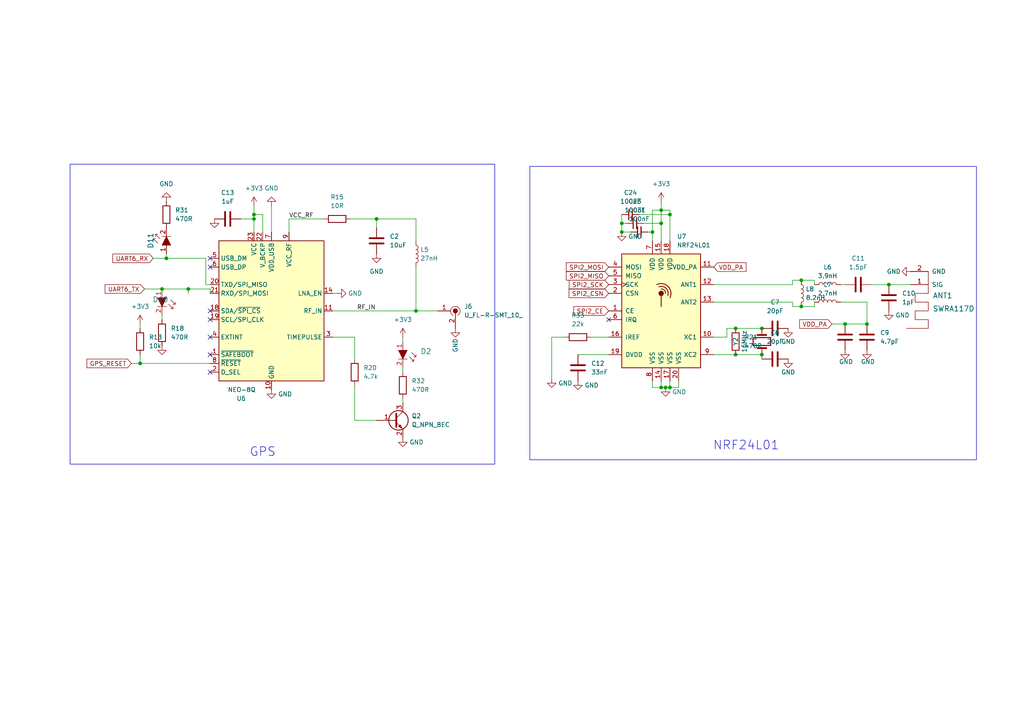
<source format=kicad_sch>
(kicad_sch
	(version 20250114)
	(generator "eeschema")
	(generator_version "9.0")
	(uuid "5175953f-f297-4743-bdad-49a6b6f4b9ef")
	(paper "A4")
	(lib_symbols
		(symbol "Device:C"
			(pin_numbers
				(hide yes)
			)
			(pin_names
				(offset 0.254)
			)
			(exclude_from_sim no)
			(in_bom yes)
			(on_board yes)
			(property "Reference" "C"
				(at 0.635 2.54 0)
				(effects
					(font
						(size 1.27 1.27)
					)
					(justify left)
				)
			)
			(property "Value" "C"
				(at 0.635 -2.54 0)
				(effects
					(font
						(size 1.27 1.27)
					)
					(justify left)
				)
			)
			(property "Footprint" ""
				(at 0.9652 -3.81 0)
				(effects
					(font
						(size 1.27 1.27)
					)
					(hide yes)
				)
			)
			(property "Datasheet" "~"
				(at 0 0 0)
				(effects
					(font
						(size 1.27 1.27)
					)
					(hide yes)
				)
			)
			(property "Description" "Unpolarized capacitor"
				(at 0 0 0)
				(effects
					(font
						(size 1.27 1.27)
					)
					(hide yes)
				)
			)
			(property "ki_keywords" "cap capacitor"
				(at 0 0 0)
				(effects
					(font
						(size 1.27 1.27)
					)
					(hide yes)
				)
			)
			(property "ki_fp_filters" "C_*"
				(at 0 0 0)
				(effects
					(font
						(size 1.27 1.27)
					)
					(hide yes)
				)
			)
			(symbol "C_0_1"
				(polyline
					(pts
						(xy -2.032 0.762) (xy 2.032 0.762)
					)
					(stroke
						(width 0.508)
						(type default)
					)
					(fill
						(type none)
					)
				)
				(polyline
					(pts
						(xy -2.032 -0.762) (xy 2.032 -0.762)
					)
					(stroke
						(width 0.508)
						(type default)
					)
					(fill
						(type none)
					)
				)
			)
			(symbol "C_1_1"
				(pin passive line
					(at 0 3.81 270)
					(length 2.794)
					(name "~"
						(effects
							(font
								(size 1.27 1.27)
							)
						)
					)
					(number "1"
						(effects
							(font
								(size 1.27 1.27)
							)
						)
					)
				)
				(pin passive line
					(at 0 -3.81 90)
					(length 2.794)
					(name "~"
						(effects
							(font
								(size 1.27 1.27)
							)
						)
					)
					(number "2"
						(effects
							(font
								(size 1.27 1.27)
							)
						)
					)
				)
			)
			(embedded_fonts no)
		)
		(symbol "Device:C_Small"
			(pin_numbers
				(hide yes)
			)
			(pin_names
				(offset 0.254)
				(hide yes)
			)
			(exclude_from_sim no)
			(in_bom yes)
			(on_board yes)
			(property "Reference" "C"
				(at 0.254 1.778 0)
				(effects
					(font
						(size 1.27 1.27)
					)
					(justify left)
				)
			)
			(property "Value" "C_Small"
				(at 0.254 -2.032 0)
				(effects
					(font
						(size 1.27 1.27)
					)
					(justify left)
				)
			)
			(property "Footprint" ""
				(at 0 0 0)
				(effects
					(font
						(size 1.27 1.27)
					)
					(hide yes)
				)
			)
			(property "Datasheet" "~"
				(at 0 0 0)
				(effects
					(font
						(size 1.27 1.27)
					)
					(hide yes)
				)
			)
			(property "Description" "Unpolarized capacitor, small symbol"
				(at 0 0 0)
				(effects
					(font
						(size 1.27 1.27)
					)
					(hide yes)
				)
			)
			(property "ki_keywords" "capacitor cap"
				(at 0 0 0)
				(effects
					(font
						(size 1.27 1.27)
					)
					(hide yes)
				)
			)
			(property "ki_fp_filters" "C_*"
				(at 0 0 0)
				(effects
					(font
						(size 1.27 1.27)
					)
					(hide yes)
				)
			)
			(symbol "C_Small_0_1"
				(polyline
					(pts
						(xy -1.524 0.508) (xy 1.524 0.508)
					)
					(stroke
						(width 0.3048)
						(type default)
					)
					(fill
						(type none)
					)
				)
				(polyline
					(pts
						(xy -1.524 -0.508) (xy 1.524 -0.508)
					)
					(stroke
						(width 0.3302)
						(type default)
					)
					(fill
						(type none)
					)
				)
			)
			(symbol "C_Small_1_1"
				(pin passive line
					(at 0 2.54 270)
					(length 2.032)
					(name "~"
						(effects
							(font
								(size 1.27 1.27)
							)
						)
					)
					(number "1"
						(effects
							(font
								(size 1.27 1.27)
							)
						)
					)
				)
				(pin passive line
					(at 0 -2.54 90)
					(length 2.032)
					(name "~"
						(effects
							(font
								(size 1.27 1.27)
							)
						)
					)
					(number "2"
						(effects
							(font
								(size 1.27 1.27)
							)
						)
					)
				)
			)
			(embedded_fonts no)
		)
		(symbol "Device:Crystal"
			(pin_numbers
				(hide yes)
			)
			(pin_names
				(offset 1.016)
				(hide yes)
			)
			(exclude_from_sim no)
			(in_bom yes)
			(on_board yes)
			(property "Reference" "Y"
				(at 0 3.81 0)
				(effects
					(font
						(size 1.27 1.27)
					)
				)
			)
			(property "Value" "Crystal"
				(at 0 -3.81 0)
				(effects
					(font
						(size 1.27 1.27)
					)
				)
			)
			(property "Footprint" ""
				(at 0 0 0)
				(effects
					(font
						(size 1.27 1.27)
					)
					(hide yes)
				)
			)
			(property "Datasheet" "~"
				(at 0 0 0)
				(effects
					(font
						(size 1.27 1.27)
					)
					(hide yes)
				)
			)
			(property "Description" "Two pin crystal"
				(at 0 0 0)
				(effects
					(font
						(size 1.27 1.27)
					)
					(hide yes)
				)
			)
			(property "ki_keywords" "quartz ceramic resonator oscillator"
				(at 0 0 0)
				(effects
					(font
						(size 1.27 1.27)
					)
					(hide yes)
				)
			)
			(property "ki_fp_filters" "Crystal*"
				(at 0 0 0)
				(effects
					(font
						(size 1.27 1.27)
					)
					(hide yes)
				)
			)
			(symbol "Crystal_0_1"
				(polyline
					(pts
						(xy -2.54 0) (xy -1.905 0)
					)
					(stroke
						(width 0)
						(type default)
					)
					(fill
						(type none)
					)
				)
				(polyline
					(pts
						(xy -1.905 -1.27) (xy -1.905 1.27)
					)
					(stroke
						(width 0.508)
						(type default)
					)
					(fill
						(type none)
					)
				)
				(rectangle
					(start -1.143 2.54)
					(end 1.143 -2.54)
					(stroke
						(width 0.3048)
						(type default)
					)
					(fill
						(type none)
					)
				)
				(polyline
					(pts
						(xy 1.905 -1.27) (xy 1.905 1.27)
					)
					(stroke
						(width 0.508)
						(type default)
					)
					(fill
						(type none)
					)
				)
				(polyline
					(pts
						(xy 2.54 0) (xy 1.905 0)
					)
					(stroke
						(width 0)
						(type default)
					)
					(fill
						(type none)
					)
				)
			)
			(symbol "Crystal_1_1"
				(pin passive line
					(at -3.81 0 0)
					(length 1.27)
					(name "1"
						(effects
							(font
								(size 1.27 1.27)
							)
						)
					)
					(number "1"
						(effects
							(font
								(size 1.27 1.27)
							)
						)
					)
				)
				(pin passive line
					(at 3.81 0 180)
					(length 1.27)
					(name "2"
						(effects
							(font
								(size 1.27 1.27)
							)
						)
					)
					(number "2"
						(effects
							(font
								(size 1.27 1.27)
							)
						)
					)
				)
			)
			(embedded_fonts no)
		)
		(symbol "Device:L"
			(pin_numbers
				(hide yes)
			)
			(pin_names
				(offset 1.016)
				(hide yes)
			)
			(exclude_from_sim no)
			(in_bom yes)
			(on_board yes)
			(property "Reference" "L"
				(at -1.27 0 90)
				(effects
					(font
						(size 1.27 1.27)
					)
				)
			)
			(property "Value" "L"
				(at 1.905 0 90)
				(effects
					(font
						(size 1.27 1.27)
					)
				)
			)
			(property "Footprint" ""
				(at 0 0 0)
				(effects
					(font
						(size 1.27 1.27)
					)
					(hide yes)
				)
			)
			(property "Datasheet" "~"
				(at 0 0 0)
				(effects
					(font
						(size 1.27 1.27)
					)
					(hide yes)
				)
			)
			(property "Description" "Inductor"
				(at 0 0 0)
				(effects
					(font
						(size 1.27 1.27)
					)
					(hide yes)
				)
			)
			(property "ki_keywords" "inductor choke coil reactor magnetic"
				(at 0 0 0)
				(effects
					(font
						(size 1.27 1.27)
					)
					(hide yes)
				)
			)
			(property "ki_fp_filters" "Choke_* *Coil* Inductor_* L_*"
				(at 0 0 0)
				(effects
					(font
						(size 1.27 1.27)
					)
					(hide yes)
				)
			)
			(symbol "L_0_1"
				(arc
					(start 0 2.54)
					(mid 0.6323 1.905)
					(end 0 1.27)
					(stroke
						(width 0)
						(type default)
					)
					(fill
						(type none)
					)
				)
				(arc
					(start 0 1.27)
					(mid 0.6323 0.635)
					(end 0 0)
					(stroke
						(width 0)
						(type default)
					)
					(fill
						(type none)
					)
				)
				(arc
					(start 0 0)
					(mid 0.6323 -0.635)
					(end 0 -1.27)
					(stroke
						(width 0)
						(type default)
					)
					(fill
						(type none)
					)
				)
				(arc
					(start 0 -1.27)
					(mid 0.6323 -1.905)
					(end 0 -2.54)
					(stroke
						(width 0)
						(type default)
					)
					(fill
						(type none)
					)
				)
			)
			(symbol "L_1_1"
				(pin passive line
					(at 0 3.81 270)
					(length 1.27)
					(name "1"
						(effects
							(font
								(size 1.27 1.27)
							)
						)
					)
					(number "1"
						(effects
							(font
								(size 1.27 1.27)
							)
						)
					)
				)
				(pin passive line
					(at 0 -3.81 90)
					(length 1.27)
					(name "2"
						(effects
							(font
								(size 1.27 1.27)
							)
						)
					)
					(number "2"
						(effects
							(font
								(size 1.27 1.27)
							)
						)
					)
				)
			)
			(embedded_fonts no)
		)
		(symbol "Device:Q_NPN_BEC"
			(pin_names
				(offset 0)
				(hide yes)
			)
			(exclude_from_sim no)
			(in_bom yes)
			(on_board yes)
			(property "Reference" "Q"
				(at 5.08 1.27 0)
				(effects
					(font
						(size 1.27 1.27)
					)
					(justify left)
				)
			)
			(property "Value" "Q_NPN_BEC"
				(at 5.08 -1.27 0)
				(effects
					(font
						(size 1.27 1.27)
					)
					(justify left)
				)
			)
			(property "Footprint" ""
				(at 5.08 2.54 0)
				(effects
					(font
						(size 1.27 1.27)
					)
					(hide yes)
				)
			)
			(property "Datasheet" "~"
				(at 0 0 0)
				(effects
					(font
						(size 1.27 1.27)
					)
					(hide yes)
				)
			)
			(property "Description" "NPN transistor, base/emitter/collector"
				(at 0 0 0)
				(effects
					(font
						(size 1.27 1.27)
					)
					(hide yes)
				)
			)
			(property "ki_keywords" "transistor NPN"
				(at 0 0 0)
				(effects
					(font
						(size 1.27 1.27)
					)
					(hide yes)
				)
			)
			(symbol "Q_NPN_BEC_0_1"
				(polyline
					(pts
						(xy 0.635 1.905) (xy 0.635 -1.905) (xy 0.635 -1.905)
					)
					(stroke
						(width 0.508)
						(type default)
					)
					(fill
						(type none)
					)
				)
				(polyline
					(pts
						(xy 0.635 0.635) (xy 2.54 2.54)
					)
					(stroke
						(width 0)
						(type default)
					)
					(fill
						(type none)
					)
				)
				(polyline
					(pts
						(xy 0.635 -0.635) (xy 2.54 -2.54) (xy 2.54 -2.54)
					)
					(stroke
						(width 0)
						(type default)
					)
					(fill
						(type none)
					)
				)
				(circle
					(center 1.27 0)
					(radius 2.8194)
					(stroke
						(width 0.254)
						(type default)
					)
					(fill
						(type none)
					)
				)
				(polyline
					(pts
						(xy 1.27 -1.778) (xy 1.778 -1.27) (xy 2.286 -2.286) (xy 1.27 -1.778) (xy 1.27 -1.778)
					)
					(stroke
						(width 0)
						(type default)
					)
					(fill
						(type outline)
					)
				)
			)
			(symbol "Q_NPN_BEC_1_1"
				(pin input line
					(at -5.08 0 0)
					(length 5.715)
					(name "B"
						(effects
							(font
								(size 1.27 1.27)
							)
						)
					)
					(number "1"
						(effects
							(font
								(size 1.27 1.27)
							)
						)
					)
				)
				(pin passive line
					(at 2.54 5.08 270)
					(length 2.54)
					(name "C"
						(effects
							(font
								(size 1.27 1.27)
							)
						)
					)
					(number "3"
						(effects
							(font
								(size 1.27 1.27)
							)
						)
					)
				)
				(pin passive line
					(at 2.54 -5.08 90)
					(length 2.54)
					(name "E"
						(effects
							(font
								(size 1.27 1.27)
							)
						)
					)
					(number "2"
						(effects
							(font
								(size 1.27 1.27)
							)
						)
					)
				)
			)
			(embedded_fonts no)
		)
		(symbol "Device:R"
			(pin_numbers
				(hide yes)
			)
			(pin_names
				(offset 0)
			)
			(exclude_from_sim no)
			(in_bom yes)
			(on_board yes)
			(property "Reference" "R"
				(at 2.032 0 90)
				(effects
					(font
						(size 1.27 1.27)
					)
				)
			)
			(property "Value" "R"
				(at 0 0 90)
				(effects
					(font
						(size 1.27 1.27)
					)
				)
			)
			(property "Footprint" ""
				(at -1.778 0 90)
				(effects
					(font
						(size 1.27 1.27)
					)
					(hide yes)
				)
			)
			(property "Datasheet" "~"
				(at 0 0 0)
				(effects
					(font
						(size 1.27 1.27)
					)
					(hide yes)
				)
			)
			(property "Description" "Resistor"
				(at 0 0 0)
				(effects
					(font
						(size 1.27 1.27)
					)
					(hide yes)
				)
			)
			(property "ki_keywords" "R res resistor"
				(at 0 0 0)
				(effects
					(font
						(size 1.27 1.27)
					)
					(hide yes)
				)
			)
			(property "ki_fp_filters" "R_*"
				(at 0 0 0)
				(effects
					(font
						(size 1.27 1.27)
					)
					(hide yes)
				)
			)
			(symbol "R_0_1"
				(rectangle
					(start -1.016 -2.54)
					(end 1.016 2.54)
					(stroke
						(width 0.254)
						(type default)
					)
					(fill
						(type none)
					)
				)
			)
			(symbol "R_1_1"
				(pin passive line
					(at 0 3.81 270)
					(length 1.27)
					(name "~"
						(effects
							(font
								(size 1.27 1.27)
							)
						)
					)
					(number "1"
						(effects
							(font
								(size 1.27 1.27)
							)
						)
					)
				)
				(pin passive line
					(at 0 -3.81 90)
					(length 1.27)
					(name "~"
						(effects
							(font
								(size 1.27 1.27)
							)
						)
					)
					(number "2"
						(effects
							(font
								(size 1.27 1.27)
							)
						)
					)
				)
			)
			(embedded_fonts no)
		)
		(symbol "MyAntennas:SWRA117D"
			(pin_names
				(offset 1.016)
			)
			(exclude_from_sim no)
			(in_bom yes)
			(on_board yes)
			(property "Reference" "ANT"
				(at 7.62 8.89 0)
				(effects
					(font
						(size 1.524 1.524)
					)
				)
			)
			(property "Value" "SWRA117D"
				(at 6.35 0 0)
				(effects
					(font
						(size 1.524 1.524)
					)
				)
			)
			(property "Footprint" ""
				(at 5.08 0 0)
				(effects
					(font
						(size 1.524 1.524)
					)
					(hide yes)
				)
			)
			(property "Datasheet" ""
				(at 5.08 0 0)
				(effects
					(font
						(size 1.524 1.524)
					)
					(hide yes)
				)
			)
			(property "Description" ""
				(at 0 0 0)
				(effects
					(font
						(size 1.27 1.27)
					)
					(hide yes)
				)
			)
			(property "ki_fp_filters" "SWRA117D"
				(at 0 0 0)
				(effects
					(font
						(size 1.27 1.27)
					)
					(hide yes)
				)
			)
			(symbol "SWRA117D_0_1"
				(polyline
					(pts
						(xy 16.51 6.35) (xy 12.7 6.35) (xy 10.16 6.35) (xy 10.16 2.54) (xy 7.62 2.54) (xy 7.62 6.35) (xy 5.08 6.35)
						(xy 5.08 2.54) (xy 2.54 2.54) (xy 2.54 6.35) (xy 0 6.35) (xy 0 0)
					)
					(stroke
						(width 0)
						(type default)
					)
					(fill
						(type none)
					)
				)
			)
			(symbol "SWRA117D_1_1"
				(pin power_in line
					(at 12.7 1.27 90)
					(length 5.08)
					(name "SIG"
						(effects
							(font
								(size 1.27 1.27)
							)
						)
					)
					(number "1"
						(effects
							(font
								(size 1.27 1.27)
							)
						)
					)
				)
				(pin power_in line
					(at 16.51 1.27 90)
					(length 5.08)
					(name "GND"
						(effects
							(font
								(size 1.27 1.27)
							)
						)
					)
					(number "2"
						(effects
							(font
								(size 1.27 1.27)
							)
						)
					)
				)
			)
			(embedded_fonts no)
		)
		(symbol "RF:NRF24L01"
			(pin_names
				(offset 1.016)
			)
			(exclude_from_sim no)
			(in_bom yes)
			(on_board yes)
			(property "Reference" "U"
				(at -11.43 17.78 0)
				(effects
					(font
						(size 1.27 1.27)
					)
					(justify left)
				)
			)
			(property "Value" "NRF24L01"
				(at 5.08 17.78 0)
				(effects
					(font
						(size 1.27 1.27)
					)
					(justify left)
				)
			)
			(property "Footprint" "Package_DFN_QFN:QFN-20-1EP_4x4mm_P0.5mm_EP2.5x2.5mm"
				(at 5.08 20.32 0)
				(effects
					(font
						(size 1.27 1.27)
						(italic yes)
					)
					(justify left)
					(hide yes)
				)
			)
			(property "Datasheet" "http://www.nordicsemi.com/eng/content/download/2730/34105/file/nRF24L01_Product_Specification_v2_0.pdf"
				(at 0 2.54 0)
				(effects
					(font
						(size 1.27 1.27)
					)
					(hide yes)
				)
			)
			(property "Description" "Ultra low power 2.4GHz RF Transceiver, QFN-20"
				(at 0 0 0)
				(effects
					(font
						(size 1.27 1.27)
					)
					(hide yes)
				)
			)
			(property "ki_keywords" "Low Power RF Transciever"
				(at 0 0 0)
				(effects
					(font
						(size 1.27 1.27)
					)
					(hide yes)
				)
			)
			(property "ki_fp_filters" "QFN*4x4*0.5mm*"
				(at 0 0 0)
				(effects
					(font
						(size 1.27 1.27)
					)
					(hide yes)
				)
			)
			(symbol "NRF24L01_0_1"
				(rectangle
					(start -11.43 16.51)
					(end 11.43 -16.51)
					(stroke
						(width 0.254)
						(type default)
					)
					(fill
						(type background)
					)
				)
				(arc
					(start -1.27 7.62)
					(mid 2.008 7.088)
					(end 2.54 3.81)
					(stroke
						(width 0.254)
						(type default)
					)
					(fill
						(type none)
					)
				)
				(circle
					(center 0 5.08)
					(radius 0.635)
					(stroke
						(width 0.254)
						(type default)
					)
					(fill
						(type outline)
					)
				)
				(polyline
					(pts
						(xy 0 4.445) (xy 0 1.27)
					)
					(stroke
						(width 0.254)
						(type default)
					)
					(fill
						(type none)
					)
				)
				(arc
					(start -0.635 6.985)
					(mid 1.4383 6.5183)
					(end 1.905 4.445)
					(stroke
						(width 0.254)
						(type default)
					)
					(fill
						(type none)
					)
				)
				(arc
					(start 0 6.35)
					(mid 0.9109 5.9909)
					(end 1.27 5.08)
					(stroke
						(width 0.254)
						(type default)
					)
					(fill
						(type none)
					)
				)
				(rectangle
					(start 11.43 -13.97)
					(end 11.43 -13.97)
					(stroke
						(width 0)
						(type default)
					)
					(fill
						(type none)
					)
				)
			)
			(symbol "NRF24L01_1_1"
				(pin input line
					(at -15.24 12.7 0)
					(length 3.81)
					(name "MOSI"
						(effects
							(font
								(size 1.27 1.27)
							)
						)
					)
					(number "4"
						(effects
							(font
								(size 1.27 1.27)
							)
						)
					)
				)
				(pin output line
					(at -15.24 10.16 0)
					(length 3.81)
					(name "MISO"
						(effects
							(font
								(size 1.27 1.27)
							)
						)
					)
					(number "5"
						(effects
							(font
								(size 1.27 1.27)
							)
						)
					)
				)
				(pin input clock
					(at -15.24 7.62 0)
					(length 3.81)
					(name "SCK"
						(effects
							(font
								(size 1.27 1.27)
							)
						)
					)
					(number "3"
						(effects
							(font
								(size 1.27 1.27)
							)
						)
					)
				)
				(pin input line
					(at -15.24 5.08 0)
					(length 3.81)
					(name "CSN"
						(effects
							(font
								(size 1.27 1.27)
							)
						)
					)
					(number "2"
						(effects
							(font
								(size 1.27 1.27)
							)
						)
					)
				)
				(pin input line
					(at -15.24 0 0)
					(length 3.81)
					(name "CE"
						(effects
							(font
								(size 1.27 1.27)
							)
						)
					)
					(number "1"
						(effects
							(font
								(size 1.27 1.27)
							)
						)
					)
				)
				(pin output line
					(at -15.24 -2.54 0)
					(length 3.81)
					(name "IRQ"
						(effects
							(font
								(size 1.27 1.27)
							)
						)
					)
					(number "6"
						(effects
							(font
								(size 1.27 1.27)
							)
						)
					)
				)
				(pin passive line
					(at -15.24 -7.62 0)
					(length 3.81)
					(name "IREF"
						(effects
							(font
								(size 1.27 1.27)
							)
						)
					)
					(number "16"
						(effects
							(font
								(size 1.27 1.27)
							)
						)
					)
				)
				(pin power_out line
					(at -15.24 -12.7 0)
					(length 3.81)
					(name "DVDD"
						(effects
							(font
								(size 1.27 1.27)
							)
						)
					)
					(number "19"
						(effects
							(font
								(size 1.27 1.27)
							)
						)
					)
				)
				(pin power_in line
					(at -2.54 20.32 270)
					(length 3.81)
					(name "VDD"
						(effects
							(font
								(size 1.27 1.27)
							)
						)
					)
					(number "7"
						(effects
							(font
								(size 1.27 1.27)
							)
						)
					)
				)
				(pin power_in line
					(at -2.54 -20.32 90)
					(length 3.81)
					(name "VSS"
						(effects
							(font
								(size 1.27 1.27)
							)
						)
					)
					(number "8"
						(effects
							(font
								(size 1.27 1.27)
							)
						)
					)
				)
				(pin power_in line
					(at 0 20.32 270)
					(length 3.81)
					(name "VDD"
						(effects
							(font
								(size 1.27 1.27)
							)
						)
					)
					(number "15"
						(effects
							(font
								(size 1.27 1.27)
							)
						)
					)
				)
				(pin power_in line
					(at 0 -20.32 90)
					(length 3.81)
					(name "VSS"
						(effects
							(font
								(size 1.27 1.27)
							)
						)
					)
					(number "14"
						(effects
							(font
								(size 1.27 1.27)
							)
						)
					)
				)
				(pin power_in line
					(at 2.54 20.32 270)
					(length 3.81)
					(name "VDD"
						(effects
							(font
								(size 1.27 1.27)
							)
						)
					)
					(number "18"
						(effects
							(font
								(size 1.27 1.27)
							)
						)
					)
				)
				(pin power_in line
					(at 2.54 -20.32 90)
					(length 3.81)
					(name "VSS"
						(effects
							(font
								(size 1.27 1.27)
							)
						)
					)
					(number "17"
						(effects
							(font
								(size 1.27 1.27)
							)
						)
					)
				)
				(pin power_in line
					(at 5.08 -20.32 90)
					(length 3.81)
					(name "VSS"
						(effects
							(font
								(size 1.27 1.27)
							)
						)
					)
					(number "20"
						(effects
							(font
								(size 1.27 1.27)
							)
						)
					)
				)
				(pin power_out line
					(at 15.24 12.7 180)
					(length 3.81)
					(name "VDD_PA"
						(effects
							(font
								(size 1.27 1.27)
							)
						)
					)
					(number "11"
						(effects
							(font
								(size 1.27 1.27)
							)
						)
					)
				)
				(pin passive line
					(at 15.24 7.62 180)
					(length 3.81)
					(name "ANT1"
						(effects
							(font
								(size 1.27 1.27)
							)
						)
					)
					(number "12"
						(effects
							(font
								(size 1.27 1.27)
							)
						)
					)
				)
				(pin passive line
					(at 15.24 2.54 180)
					(length 3.81)
					(name "ANT2"
						(effects
							(font
								(size 1.27 1.27)
							)
						)
					)
					(number "13"
						(effects
							(font
								(size 1.27 1.27)
							)
						)
					)
				)
				(pin passive line
					(at 15.24 -7.62 180)
					(length 3.81)
					(name "XC1"
						(effects
							(font
								(size 1.27 1.27)
							)
						)
					)
					(number "10"
						(effects
							(font
								(size 1.27 1.27)
							)
						)
					)
				)
				(pin passive line
					(at 15.24 -12.7 180)
					(length 3.81)
					(name "XC2"
						(effects
							(font
								(size 1.27 1.27)
							)
						)
					)
					(number "9"
						(effects
							(font
								(size 1.27 1.27)
							)
						)
					)
				)
			)
			(embedded_fonts no)
		)
		(symbol "RF_GPS:NEO-8Q"
			(exclude_from_sim no)
			(in_bom yes)
			(on_board yes)
			(property "Reference" "U"
				(at -13.97 21.59 0)
				(effects
					(font
						(size 1.27 1.27)
					)
				)
			)
			(property "Value" "NEO-8Q"
				(at 11.43 21.59 0)
				(effects
					(font
						(size 1.27 1.27)
					)
				)
			)
			(property "Footprint" "RF_GPS:ublox_NEO"
				(at 10.16 -21.59 0)
				(effects
					(font
						(size 1.27 1.27)
					)
					(hide yes)
				)
			)
			(property "Datasheet" "https://www.u-blox.com/sites/default/files/NEO-8Q_DataSheet_%28UBX-15031913%29.pdf"
				(at 0 0 0)
				(effects
					(font
						(size 1.27 1.27)
					)
					(hide yes)
				)
			)
			(property "Description" "GNSS Module NEO 8, VCC 1.65V to 3.6V"
				(at 0 0 0)
				(effects
					(font
						(size 1.27 1.27)
					)
					(hide yes)
				)
			)
			(property "ki_keywords" "ublox GPS GNSS module"
				(at 0 0 0)
				(effects
					(font
						(size 1.27 1.27)
					)
					(hide yes)
				)
			)
			(property "ki_fp_filters" "ublox*NEO*"
				(at 0 0 0)
				(effects
					(font
						(size 1.27 1.27)
					)
					(hide yes)
				)
			)
			(symbol "NEO-8Q_0_1"
				(rectangle
					(start -15.24 20.32)
					(end 15.24 -20.32)
					(stroke
						(width 0.254)
						(type default)
					)
					(fill
						(type background)
					)
				)
			)
			(symbol "NEO-8Q_1_1"
				(pin bidirectional line
					(at -17.78 15.24 0)
					(length 2.54)
					(name "USB_DM"
						(effects
							(font
								(size 1.27 1.27)
							)
						)
					)
					(number "5"
						(effects
							(font
								(size 1.27 1.27)
							)
						)
					)
				)
				(pin bidirectional line
					(at -17.78 12.7 0)
					(length 2.54)
					(name "USB_DP"
						(effects
							(font
								(size 1.27 1.27)
							)
						)
					)
					(number "6"
						(effects
							(font
								(size 1.27 1.27)
							)
						)
					)
				)
				(pin output line
					(at -17.78 7.62 0)
					(length 2.54)
					(name "TXD/SPI_MISO"
						(effects
							(font
								(size 1.27 1.27)
							)
						)
					)
					(number "20"
						(effects
							(font
								(size 1.27 1.27)
							)
						)
					)
				)
				(pin input line
					(at -17.78 5.08 0)
					(length 2.54)
					(name "RXD/SPI_MOSI"
						(effects
							(font
								(size 1.27 1.27)
							)
						)
					)
					(number "21"
						(effects
							(font
								(size 1.27 1.27)
							)
						)
					)
				)
				(pin bidirectional line
					(at -17.78 0 0)
					(length 2.54)
					(name "SDA/~{SPI_CS}"
						(effects
							(font
								(size 1.27 1.27)
							)
						)
					)
					(number "18"
						(effects
							(font
								(size 1.27 1.27)
							)
						)
					)
				)
				(pin input line
					(at -17.78 -2.54 0)
					(length 2.54)
					(name "SCL/SPI_CLK"
						(effects
							(font
								(size 1.27 1.27)
							)
						)
					)
					(number "19"
						(effects
							(font
								(size 1.27 1.27)
							)
						)
					)
				)
				(pin input line
					(at -17.78 -7.62 0)
					(length 2.54)
					(name "EXTINT"
						(effects
							(font
								(size 1.27 1.27)
							)
						)
					)
					(number "4"
						(effects
							(font
								(size 1.27 1.27)
							)
						)
					)
				)
				(pin input line
					(at -17.78 -12.7 0)
					(length 2.54)
					(name "~{SAFEBOOT}"
						(effects
							(font
								(size 1.27 1.27)
							)
						)
					)
					(number "1"
						(effects
							(font
								(size 1.27 1.27)
							)
						)
					)
				)
				(pin input line
					(at -17.78 -15.24 0)
					(length 2.54)
					(name "~{RESET}"
						(effects
							(font
								(size 1.27 1.27)
							)
						)
					)
					(number "8"
						(effects
							(font
								(size 1.27 1.27)
							)
						)
					)
				)
				(pin input line
					(at -17.78 -17.78 0)
					(length 2.54)
					(name "D_SEL"
						(effects
							(font
								(size 1.27 1.27)
							)
						)
					)
					(number "2"
						(effects
							(font
								(size 1.27 1.27)
							)
						)
					)
				)
				(pin power_in line
					(at -5.08 22.86 270)
					(length 2.54)
					(name "VCC"
						(effects
							(font
								(size 1.27 1.27)
							)
						)
					)
					(number "23"
						(effects
							(font
								(size 1.27 1.27)
							)
						)
					)
				)
				(pin power_in line
					(at -2.54 22.86 270)
					(length 2.54)
					(name "V_BCKP"
						(effects
							(font
								(size 1.27 1.27)
							)
						)
					)
					(number "22"
						(effects
							(font
								(size 1.27 1.27)
							)
						)
					)
				)
				(pin power_in line
					(at 0 22.86 270)
					(length 2.54)
					(name "VDD_USB"
						(effects
							(font
								(size 1.27 1.27)
							)
						)
					)
					(number "7"
						(effects
							(font
								(size 1.27 1.27)
							)
						)
					)
				)
				(pin power_in line
					(at 0 -22.86 90)
					(length 2.54)
					(name "GND"
						(effects
							(font
								(size 1.27 1.27)
							)
						)
					)
					(number "10"
						(effects
							(font
								(size 1.27 1.27)
							)
						)
					)
				)
				(pin passive line
					(at 0 -22.86 90)
					(length 2.54)
					(hide yes)
					(name "GND"
						(effects
							(font
								(size 1.27 1.27)
							)
						)
					)
					(number "12"
						(effects
							(font
								(size 1.27 1.27)
							)
						)
					)
				)
				(pin passive line
					(at 0 -22.86 90)
					(length 2.54)
					(hide yes)
					(name "GND"
						(effects
							(font
								(size 1.27 1.27)
							)
						)
					)
					(number "13"
						(effects
							(font
								(size 1.27 1.27)
							)
						)
					)
				)
				(pin passive line
					(at 0 -22.86 90)
					(length 2.54)
					(hide yes)
					(name "GND"
						(effects
							(font
								(size 1.27 1.27)
							)
						)
					)
					(number "24"
						(effects
							(font
								(size 1.27 1.27)
							)
						)
					)
				)
				(pin power_out line
					(at 5.08 22.86 270)
					(length 2.54)
					(name "VCC_RF"
						(effects
							(font
								(size 1.27 1.27)
							)
						)
					)
					(number "9"
						(effects
							(font
								(size 1.27 1.27)
							)
						)
					)
				)
				(pin no_connect line
					(at 15.24 -10.16 180)
					(length 2.54)
					(hide yes)
					(name "RESERVED"
						(effects
							(font
								(size 1.27 1.27)
							)
						)
					)
					(number "15"
						(effects
							(font
								(size 1.27 1.27)
							)
						)
					)
				)
				(pin no_connect line
					(at 15.24 -12.7 180)
					(length 2.54)
					(hide yes)
					(name "RESERVED"
						(effects
							(font
								(size 1.27 1.27)
							)
						)
					)
					(number "16"
						(effects
							(font
								(size 1.27 1.27)
							)
						)
					)
				)
				(pin no_connect line
					(at 15.24 -15.24 180)
					(length 2.54)
					(hide yes)
					(name "RESERVED"
						(effects
							(font
								(size 1.27 1.27)
							)
						)
					)
					(number "17"
						(effects
							(font
								(size 1.27 1.27)
							)
						)
					)
				)
				(pin output line
					(at 17.78 5.08 180)
					(length 2.54)
					(name "LNA_EN"
						(effects
							(font
								(size 1.27 1.27)
							)
						)
					)
					(number "14"
						(effects
							(font
								(size 1.27 1.27)
							)
						)
					)
				)
				(pin input line
					(at 17.78 0 180)
					(length 2.54)
					(name "RF_IN"
						(effects
							(font
								(size 1.27 1.27)
							)
						)
					)
					(number "11"
						(effects
							(font
								(size 1.27 1.27)
							)
						)
					)
				)
				(pin output line
					(at 17.78 -7.62 180)
					(length 2.54)
					(name "TIMEPULSE"
						(effects
							(font
								(size 1.27 1.27)
							)
						)
					)
					(number "3"
						(effects
							(font
								(size 1.27 1.27)
							)
						)
					)
				)
			)
			(embedded_fonts no)
		)
		(symbol "dk_Coaxial-Connectors-RF:U_FL-R-SMT_10_"
			(pin_names
				(offset 1.016)
			)
			(exclude_from_sim no)
			(in_bom yes)
			(on_board yes)
			(property "Reference" "J"
				(at -1.27 1.27 0)
				(effects
					(font
						(size 1.27 1.27)
					)
					(justify right)
				)
			)
			(property "Value" "U_FL-R-SMT_10_"
				(at 1.27 -2.54 0)
				(effects
					(font
						(size 1.27 1.27)
					)
					(justify left)
				)
			)
			(property "Footprint" "digikey-footprints:Coax_Conn_U.FL"
				(at 5.08 5.08 0)
				(effects
					(font
						(size 1.524 1.524)
					)
					(justify left)
					(hide yes)
				)
			)
			(property "Datasheet" "https://media.digikey.com/pdf/Data%20Sheets/Hirose%20PDFs/UFL%20Series.pdf"
				(at 5.08 7.62 0)
				(effects
					(font
						(size 1.524 1.524)
					)
					(justify left)
					(hide yes)
				)
			)
			(property "Description" "CONN U.FL RCPT STR 50 OHM SMD"
				(at 0 0 0)
				(effects
					(font
						(size 1.27 1.27)
					)
					(hide yes)
				)
			)
			(property "Digi-Key_PN" "H9161CT-ND"
				(at 5.08 10.16 0)
				(effects
					(font
						(size 1.524 1.524)
					)
					(justify left)
					(hide yes)
				)
			)
			(property "MPN" "U.FL-R-SMT(10)"
				(at 5.08 12.7 0)
				(effects
					(font
						(size 1.524 1.524)
					)
					(justify left)
					(hide yes)
				)
			)
			(property "Category" "Connectors, Interconnects"
				(at 5.08 15.24 0)
				(effects
					(font
						(size 1.524 1.524)
					)
					(justify left)
					(hide yes)
				)
			)
			(property "Family" "Coaxial Connectors (RF)"
				(at 5.08 17.78 0)
				(effects
					(font
						(size 1.524 1.524)
					)
					(justify left)
					(hide yes)
				)
			)
			(property "DK_Datasheet_Link" "https://media.digikey.com/pdf/Data%20Sheets/Hirose%20PDFs/UFL%20Series.pdf"
				(at 5.08 20.32 0)
				(effects
					(font
						(size 1.524 1.524)
					)
					(justify left)
					(hide yes)
				)
			)
			(property "DK_Detail_Page" "/product-detail/en/hirose-electric-co-ltd/U.FL-R-SMT(10)/H9161CT-ND/2135256"
				(at 5.08 22.86 0)
				(effects
					(font
						(size 1.524 1.524)
					)
					(justify left)
					(hide yes)
				)
			)
			(property "Description_1" "CONN U.FL RCPT STR 50 OHM SMD"
				(at 5.08 25.4 0)
				(effects
					(font
						(size 1.524 1.524)
					)
					(justify left)
					(hide yes)
				)
			)
			(property "Manufacturer" "Hirose Electric Co Ltd"
				(at 5.08 27.94 0)
				(effects
					(font
						(size 1.524 1.524)
					)
					(justify left)
					(hide yes)
				)
			)
			(property "Status" "Active"
				(at 5.08 30.48 0)
				(effects
					(font
						(size 1.524 1.524)
					)
					(justify left)
					(hide yes)
				)
			)
			(property "ki_keywords" "H9161CT-ND U.FL"
				(at 0 0 0)
				(effects
					(font
						(size 1.27 1.27)
					)
					(hide yes)
				)
			)
			(symbol "U_FL-R-SMT_10__1_1"
				(circle
					(center 0 0)
					(radius 0.635)
					(stroke
						(width 0)
						(type solid)
					)
					(fill
						(type outline)
					)
				)
				(arc
					(start 1.27 -0.635)
					(mid -0.2751 -1.349)
					(end -1.27 0)
					(stroke
						(width 0)
						(type solid)
					)
					(fill
						(type none)
					)
				)
				(arc
					(start -1.27 0)
					(mid -0.251 1.3315)
					(end 1.27 0.635)
					(stroke
						(width 0)
						(type solid)
					)
					(fill
						(type none)
					)
				)
				(pin passive line
					(at 0 -5.08 90)
					(length 3.683)
					(name "~"
						(effects
							(font
								(size 1.27 1.27)
							)
						)
					)
					(number "1"
						(effects
							(font
								(size 1.27 1.27)
							)
						)
					)
				)
				(pin passive line
					(at 5.08 0 180)
					(length 4.445)
					(name "~"
						(effects
							(font
								(size 1.27 1.27)
							)
						)
					)
					(number "2"
						(effects
							(font
								(size 1.27 1.27)
							)
						)
					)
				)
			)
			(embedded_fonts no)
		)
		(symbol "dk_LED-Indication-Discrete:LH_R974-LP-1"
			(pin_names
				(offset 0)
			)
			(exclude_from_sim no)
			(in_bom yes)
			(on_board yes)
			(property "Reference" "D"
				(at -3.81 3.81 0)
				(effects
					(font
						(size 1.524 1.524)
					)
				)
			)
			(property "Value" "LH_R974-LP-1"
				(at -1.27 -3.81 0)
				(effects
					(font
						(size 1.524 1.524)
					)
				)
			)
			(property "Footprint" "digikey-footprints:0805"
				(at 5.08 5.08 0)
				(effects
					(font
						(size 1.524 1.524)
					)
					(justify left)
					(hide yes)
				)
			)
			(property "Datasheet" "https://dammedia.osram.info/media/resource/hires/osram-dam-2493888/LH%20R974.pdf"
				(at 5.08 7.62 0)
				(effects
					(font
						(size 1.524 1.524)
					)
					(justify left)
					(hide yes)
				)
			)
			(property "Description" "LED RED DIFFUSED 0805 SMD"
				(at 0 0 0)
				(effects
					(font
						(size 1.27 1.27)
					)
					(hide yes)
				)
			)
			(property "Digi-Key_PN" "475-1415-1-ND"
				(at 5.08 10.16 0)
				(effects
					(font
						(size 1.524 1.524)
					)
					(justify left)
					(hide yes)
				)
			)
			(property "MPN" "LH R974-LP-1"
				(at 5.08 12.7 0)
				(effects
					(font
						(size 1.524 1.524)
					)
					(justify left)
					(hide yes)
				)
			)
			(property "Category" "Optoelectronics"
				(at 5.08 15.24 0)
				(effects
					(font
						(size 1.524 1.524)
					)
					(justify left)
					(hide yes)
				)
			)
			(property "Family" "LED Indication - Discrete"
				(at 5.08 17.78 0)
				(effects
					(font
						(size 1.524 1.524)
					)
					(justify left)
					(hide yes)
				)
			)
			(property "DK_Datasheet_Link" "https://dammedia.osram.info/media/resource/hires/osram-dam-2493888/LH%20R974.pdf"
				(at 5.08 20.32 0)
				(effects
					(font
						(size 1.524 1.524)
					)
					(justify left)
					(hide yes)
				)
			)
			(property "DK_Detail_Page" "/product-detail/en/osram-opto-semiconductors-inc/LH-R974-LP-1/475-1415-1-ND/1802604"
				(at 5.08 22.86 0)
				(effects
					(font
						(size 1.524 1.524)
					)
					(justify left)
					(hide yes)
				)
			)
			(property "Description_1" "LED RED DIFFUSED 0805 SMD"
				(at 5.08 25.4 0)
				(effects
					(font
						(size 1.524 1.524)
					)
					(justify left)
					(hide yes)
				)
			)
			(property "Manufacturer" "OSRAM Opto Semiconductors Inc."
				(at 5.08 27.94 0)
				(effects
					(font
						(size 1.524 1.524)
					)
					(justify left)
					(hide yes)
				)
			)
			(property "Status" "Active"
				(at 5.08 30.48 0)
				(effects
					(font
						(size 1.524 1.524)
					)
					(justify left)
					(hide yes)
				)
			)
			(property "ki_keywords" "475-1415-1-ND CHIPLED 0805"
				(at 0 0 0)
				(effects
					(font
						(size 1.27 1.27)
					)
					(hide yes)
				)
			)
			(symbol "LH_R974-LP-1_0_1"
				(polyline
					(pts
						(xy -2.54 1.27) (xy -2.54 -1.27) (xy 0 0) (xy -2.54 1.27)
					)
					(stroke
						(width 0)
						(type solid)
					)
					(fill
						(type outline)
					)
				)
				(polyline
					(pts
						(xy -1.27 3.81) (xy -0.635 3.81) (xy -0.635 3.175)
					)
					(stroke
						(width 0)
						(type solid)
					)
					(fill
						(type none)
					)
				)
				(polyline
					(pts
						(xy -0.635 3.81) (xy -1.905 2.54)
					)
					(stroke
						(width 0)
						(type solid)
					)
					(fill
						(type none)
					)
				)
				(polyline
					(pts
						(xy 0 3.175) (xy 0.635 3.175) (xy 0.635 2.54)
					)
					(stroke
						(width 0)
						(type solid)
					)
					(fill
						(type none)
					)
				)
				(polyline
					(pts
						(xy 0 1.27) (xy 0 -1.27)
					)
					(stroke
						(width 0)
						(type solid)
					)
					(fill
						(type none)
					)
				)
				(polyline
					(pts
						(xy 0.635 3.175) (xy -0.635 1.905)
					)
					(stroke
						(width 0)
						(type solid)
					)
					(fill
						(type none)
					)
				)
			)
			(symbol "LH_R974-LP-1_1_1"
				(pin passive line
					(at -5.08 0 0)
					(length 2.54)
					(name "~"
						(effects
							(font
								(size 1.27 1.27)
							)
						)
					)
					(number "1"
						(effects
							(font
								(size 1.27 1.27)
							)
						)
					)
				)
				(pin passive line
					(at 2.54 0 180)
					(length 2.54)
					(name "~"
						(effects
							(font
								(size 1.27 1.27)
							)
						)
					)
					(number "2"
						(effects
							(font
								(size 1.27 1.27)
							)
						)
					)
				)
			)
			(embedded_fonts no)
		)
		(symbol "dk_LED-Indication-Discrete:LTST-C171KGKT"
			(pin_names
				(offset 0)
			)
			(exclude_from_sim no)
			(in_bom yes)
			(on_board yes)
			(property "Reference" "D"
				(at -3.81 3.81 0)
				(effects
					(font
						(size 1.524 1.524)
					)
				)
			)
			(property "Value" "LTST-C171KGKT"
				(at -1.27 -3.81 0)
				(effects
					(font
						(size 1.524 1.524)
					)
				)
			)
			(property "Footprint" "digikey-footprints:0805"
				(at 5.08 5.08 0)
				(effects
					(font
						(size 1.524 1.524)
					)
					(justify left)
					(hide yes)
				)
			)
			(property "Datasheet" "http://optoelectronics.liteon.com/upload/download/DS22-2000-118/LTST-C171KGKT.pdf"
				(at 5.08 7.62 0)
				(effects
					(font
						(size 1.524 1.524)
					)
					(justify left)
					(hide yes)
				)
			)
			(property "Description" "LED GREEN CLEAR SMD"
				(at 0 0 0)
				(effects
					(font
						(size 1.27 1.27)
					)
					(hide yes)
				)
			)
			(property "Digi-Key_PN" "160-1426-1-ND"
				(at 5.08 10.16 0)
				(effects
					(font
						(size 1.524 1.524)
					)
					(justify left)
					(hide yes)
				)
			)
			(property "MPN" "LTST-C171KGKT"
				(at 5.08 12.7 0)
				(effects
					(font
						(size 1.524 1.524)
					)
					(justify left)
					(hide yes)
				)
			)
			(property "Category" "Optoelectronics"
				(at 5.08 15.24 0)
				(effects
					(font
						(size 1.524 1.524)
					)
					(justify left)
					(hide yes)
				)
			)
			(property "Family" "LED Indication - Discrete"
				(at 5.08 17.78 0)
				(effects
					(font
						(size 1.524 1.524)
					)
					(justify left)
					(hide yes)
				)
			)
			(property "DK_Datasheet_Link" "http://optoelectronics.liteon.com/upload/download/DS22-2000-118/LTST-C171KGKT.pdf"
				(at 5.08 20.32 0)
				(effects
					(font
						(size 1.524 1.524)
					)
					(justify left)
					(hide yes)
				)
			)
			(property "DK_Detail_Page" "/product-detail/en/lite-on-inc/LTST-C171KGKT/160-1426-1-ND/386798"
				(at 5.08 22.86 0)
				(effects
					(font
						(size 1.524 1.524)
					)
					(justify left)
					(hide yes)
				)
			)
			(property "Description_1" "LED GREEN CLEAR SMD"
				(at 5.08 25.4 0)
				(effects
					(font
						(size 1.524 1.524)
					)
					(justify left)
					(hide yes)
				)
			)
			(property "Manufacturer" "Lite-On Inc."
				(at 5.08 27.94 0)
				(effects
					(font
						(size 1.524 1.524)
					)
					(justify left)
					(hide yes)
				)
			)
			(property "Status" "Active"
				(at 5.08 30.48 0)
				(effects
					(font
						(size 1.524 1.524)
					)
					(justify left)
					(hide yes)
				)
			)
			(property "ki_keywords" "160-1426-1-ND"
				(at 0 0 0)
				(effects
					(font
						(size 1.27 1.27)
					)
					(hide yes)
				)
			)
			(symbol "LTST-C171KGKT_0_1"
				(polyline
					(pts
						(xy -2.54 1.27) (xy -2.54 -1.27) (xy 0 0) (xy -2.54 1.27)
					)
					(stroke
						(width 0)
						(type solid)
					)
					(fill
						(type outline)
					)
				)
				(polyline
					(pts
						(xy -1.27 3.81) (xy -0.635 3.81) (xy -0.635 3.175)
					)
					(stroke
						(width 0)
						(type solid)
					)
					(fill
						(type none)
					)
				)
				(polyline
					(pts
						(xy -0.635 3.81) (xy -1.905 2.54)
					)
					(stroke
						(width 0)
						(type solid)
					)
					(fill
						(type none)
					)
				)
				(polyline
					(pts
						(xy 0 3.175) (xy 0.635 3.175) (xy 0.635 2.54)
					)
					(stroke
						(width 0)
						(type solid)
					)
					(fill
						(type none)
					)
				)
				(polyline
					(pts
						(xy 0 1.27) (xy 0 -1.27)
					)
					(stroke
						(width 0)
						(type solid)
					)
					(fill
						(type none)
					)
				)
				(polyline
					(pts
						(xy 0.635 3.175) (xy -0.635 1.905)
					)
					(stroke
						(width 0)
						(type solid)
					)
					(fill
						(type none)
					)
				)
			)
			(symbol "LTST-C171KGKT_1_1"
				(pin passive line
					(at -5.08 0 0)
					(length 2.54)
					(name "~"
						(effects
							(font
								(size 1.27 1.27)
							)
						)
					)
					(number "1"
						(effects
							(font
								(size 1.27 1.27)
							)
						)
					)
				)
				(pin passive line
					(at 2.54 0 180)
					(length 2.54)
					(name "~"
						(effects
							(font
								(size 1.27 1.27)
							)
						)
					)
					(number "2"
						(effects
							(font
								(size 1.27 1.27)
							)
						)
					)
				)
			)
			(embedded_fonts no)
		)
		(symbol "power:+3.3V"
			(power)
			(pin_names
				(offset 0)
			)
			(exclude_from_sim no)
			(in_bom yes)
			(on_board yes)
			(property "Reference" "#PWR"
				(at 0 -3.81 0)
				(effects
					(font
						(size 1.27 1.27)
					)
					(hide yes)
				)
			)
			(property "Value" "+3.3V"
				(at 0 3.556 0)
				(effects
					(font
						(size 1.27 1.27)
					)
				)
			)
			(property "Footprint" ""
				(at 0 0 0)
				(effects
					(font
						(size 1.27 1.27)
					)
					(hide yes)
				)
			)
			(property "Datasheet" ""
				(at 0 0 0)
				(effects
					(font
						(size 1.27 1.27)
					)
					(hide yes)
				)
			)
			(property "Description" "Power symbol creates a global label with name \"+3.3V\""
				(at 0 0 0)
				(effects
					(font
						(size 1.27 1.27)
					)
					(hide yes)
				)
			)
			(property "ki_keywords" "power-flag"
				(at 0 0 0)
				(effects
					(font
						(size 1.27 1.27)
					)
					(hide yes)
				)
			)
			(symbol "+3.3V_0_1"
				(polyline
					(pts
						(xy -0.762 1.27) (xy 0 2.54)
					)
					(stroke
						(width 0)
						(type default)
					)
					(fill
						(type none)
					)
				)
				(polyline
					(pts
						(xy 0 2.54) (xy 0.762 1.27)
					)
					(stroke
						(width 0)
						(type default)
					)
					(fill
						(type none)
					)
				)
				(polyline
					(pts
						(xy 0 0) (xy 0 2.54)
					)
					(stroke
						(width 0)
						(type default)
					)
					(fill
						(type none)
					)
				)
			)
			(symbol "+3.3V_1_1"
				(pin power_in line
					(at 0 0 90)
					(length 0)
					(hide yes)
					(name "+3V3"
						(effects
							(font
								(size 1.27 1.27)
							)
						)
					)
					(number "1"
						(effects
							(font
								(size 1.27 1.27)
							)
						)
					)
				)
			)
			(embedded_fonts no)
		)
		(symbol "power:GND"
			(power)
			(pin_names
				(offset 0)
			)
			(exclude_from_sim no)
			(in_bom yes)
			(on_board yes)
			(property "Reference" "#PWR"
				(at 0 -6.35 0)
				(effects
					(font
						(size 1.27 1.27)
					)
					(hide yes)
				)
			)
			(property "Value" "GND"
				(at 0 -3.81 0)
				(effects
					(font
						(size 1.27 1.27)
					)
				)
			)
			(property "Footprint" ""
				(at 0 0 0)
				(effects
					(font
						(size 1.27 1.27)
					)
					(hide yes)
				)
			)
			(property "Datasheet" ""
				(at 0 0 0)
				(effects
					(font
						(size 1.27 1.27)
					)
					(hide yes)
				)
			)
			(property "Description" "Power symbol creates a global label with name \"GND\" , ground"
				(at 0 0 0)
				(effects
					(font
						(size 1.27 1.27)
					)
					(hide yes)
				)
			)
			(property "ki_keywords" "power-flag"
				(at 0 0 0)
				(effects
					(font
						(size 1.27 1.27)
					)
					(hide yes)
				)
			)
			(symbol "GND_0_1"
				(polyline
					(pts
						(xy 0 0) (xy 0 -1.27) (xy 1.27 -1.27) (xy 0 -2.54) (xy -1.27 -1.27) (xy 0 -1.27)
					)
					(stroke
						(width 0)
						(type default)
					)
					(fill
						(type none)
					)
				)
			)
			(symbol "GND_1_1"
				(pin power_in line
					(at 0 0 270)
					(length 0)
					(hide yes)
					(name "GND"
						(effects
							(font
								(size 1.27 1.27)
							)
						)
					)
					(number "1"
						(effects
							(font
								(size 1.27 1.27)
							)
						)
					)
				)
			)
			(embedded_fonts no)
		)
	)
	(rectangle
		(start 153.67 48.26)
		(end 283.21 133.35)
		(stroke
			(width 0)
			(type default)
		)
		(fill
			(type none)
		)
		(uuid 6bbe6bbf-11f9-4086-887b-41514223389b)
	)
	(rectangle
		(start 20.32 47.625)
		(end 143.51 134.62)
		(stroke
			(width 0)
			(type default)
		)
		(fill
			(type none)
		)
		(uuid d11cc068-2bf4-4bdc-b847-a4ec79619690)
	)
	(text "GPS"
		(exclude_from_sim no)
		(at 76.2 131.191 0)
		(effects
			(font
				(size 2.54 2.54)
			)
		)
		(uuid "7fe20536-8cf2-402b-916b-8d380c613570")
	)
	(text "NRF24L01\n"
		(exclude_from_sim no)
		(at 216.408 129.286 0)
		(effects
			(font
				(size 2.54 2.54)
			)
		)
		(uuid "ffa7d259-0788-4478-b5ff-eb36d753949f")
	)
	(junction
		(at 191.77 112.395)
		(diameter 0)
		(color 0 0 0 0)
		(uuid "00b0e190-c783-4177-86ad-f29661bc78e7")
	)
	(junction
		(at 180.34 67.31)
		(diameter 0)
		(color 0 0 0 0)
		(uuid "042f576e-446d-494e-98fc-3f0594694d85")
	)
	(junction
		(at 257.81 82.55)
		(diameter 0)
		(color 0 0 0 0)
		(uuid "135c590b-73b3-4fdd-9822-757c642b4cd9")
	)
	(junction
		(at 109.22 63.5)
		(diameter 0)
		(color 0 0 0 0)
		(uuid "19f2a5ce-af46-424e-9fcd-b0a402b7fb67")
	)
	(junction
		(at 213.36 95.25)
		(diameter 0)
		(color 0 0 0 0)
		(uuid "1a406ee5-6976-4265-8b73-7fbd3001704a")
	)
	(junction
		(at 194.31 112.395)
		(diameter 0)
		(color 0 0 0 0)
		(uuid "1a7e81f9-c615-4c7d-a729-0ed9295be738")
	)
	(junction
		(at 54.61 83.82)
		(diameter 0)
		(color 0 0 0 0)
		(uuid "2a3aa7d3-abe9-4e75-b821-ec8092711561")
	)
	(junction
		(at 189.23 67.31)
		(diameter 0)
		(color 0 0 0 0)
		(uuid "385124c2-7099-4c5e-9d3b-92165d9d7402")
	)
	(junction
		(at 40.64 105.41)
		(diameter 0)
		(color 0 0 0 0)
		(uuid "41ed880b-14f1-47f4-b6a1-248d6c8c83f5")
	)
	(junction
		(at 193.04 112.395)
		(diameter 0)
		(color 0 0 0 0)
		(uuid "45490a7a-16d6-40b7-a97c-75f6120b1d69")
	)
	(junction
		(at 46.99 83.82)
		(diameter 0)
		(color 0 0 0 0)
		(uuid "4d80a6b4-4f53-45e5-a1f9-d5b5696fe82d")
	)
	(junction
		(at 191.77 64.77)
		(diameter 0)
		(color 0 0 0 0)
		(uuid "4ea4c595-5c4c-4f9b-a28c-551307039762")
	)
	(junction
		(at 232.41 81.28)
		(diameter 0)
		(color 0 0 0 0)
		(uuid "63c673b9-fcbf-4de7-a191-866a094c0423")
	)
	(junction
		(at 220.98 102.87)
		(diameter 0)
		(color 0 0 0 0)
		(uuid "6886247e-c438-48df-a11a-40825280c8f1")
	)
	(junction
		(at 120.65 90.17)
		(diameter 0)
		(color 0 0 0 0)
		(uuid "95c934e7-0122-4826-8212-a7d69a31d1cf")
	)
	(junction
		(at 194.31 62.23)
		(diameter 0)
		(color 0 0 0 0)
		(uuid "98e62792-40e7-4c6f-893f-351de3fc4854")
	)
	(junction
		(at 180.34 64.77)
		(diameter 0)
		(color 0 0 0 0)
		(uuid "a4eac65b-7e21-4294-8283-41441d6a566e")
	)
	(junction
		(at 73.66 62.23)
		(diameter 0)
		(color 0 0 0 0)
		(uuid "a65693de-7920-4453-bd68-3c282246b713")
	)
	(junction
		(at 48.26 74.93)
		(diameter 0)
		(color 0 0 0 0)
		(uuid "b4779812-50cf-4130-9127-d6fd857415a6")
	)
	(junction
		(at 220.98 95.25)
		(diameter 0)
		(color 0 0 0 0)
		(uuid "bba2e049-d54c-46ff-9a8a-75aa54b70ea2")
	)
	(junction
		(at 73.66 63.5)
		(diameter 0)
		(color 0 0 0 0)
		(uuid "c455e2a2-2a0c-4c49-b7c3-3fec925b65ab")
	)
	(junction
		(at 251.46 93.98)
		(diameter 0)
		(color 0 0 0 0)
		(uuid "ca29ed35-2dee-4e11-b314-d495fe760414")
	)
	(junction
		(at 213.36 102.87)
		(diameter 0)
		(color 0 0 0 0)
		(uuid "ddf01c63-fb87-4132-a189-db98788f0824")
	)
	(junction
		(at 232.41 88.9)
		(diameter 0)
		(color 0 0 0 0)
		(uuid "ec9e1e0e-1a85-4aec-815e-21bc3eca7399")
	)
	(junction
		(at 191.77 60.96)
		(diameter 0)
		(color 0 0 0 0)
		(uuid "ef83828c-4f3a-4f14-b81b-67d3f442df7e")
	)
	(junction
		(at 245.11 93.98)
		(diameter 0)
		(color 0 0 0 0)
		(uuid "fcf027a7-b92b-4f98-8b44-301f20117a23")
	)
	(no_connect
		(at 60.96 90.17)
		(uuid "1d128cfb-afb8-44e8-8071-2c71f835da3a")
	)
	(no_connect
		(at 60.96 97.79)
		(uuid "23297d88-9752-42b3-b313-33d8d2478f70")
	)
	(no_connect
		(at 60.96 74.93)
		(uuid "a082a9b2-f669-4654-afc4-680b7d1e85f0")
	)
	(no_connect
		(at 60.96 92.71)
		(uuid "c729de54-3f0d-48dd-bfc6-557a1fb819a1")
	)
	(no_connect
		(at 60.96 77.47)
		(uuid "ce58a552-3f28-4b8a-a413-0063ad528aca")
	)
	(no_connect
		(at 176.53 92.71)
		(uuid "d3bfa817-62ad-488a-86d3-4fc0dd86a179")
	)
	(no_connect
		(at 60.96 107.95)
		(uuid "d64c7b01-36f9-4e00-9acd-7ceaac632b4a")
	)
	(no_connect
		(at 60.96 102.87)
		(uuid "d7b4c065-7994-4188-b7f0-a1b42efd490c")
	)
	(wire
		(pts
			(xy 241.3 93.98) (xy 245.11 93.98)
		)
		(stroke
			(width 0)
			(type default)
		)
		(uuid "0757da51-317d-4625-acd5-08d78d24a5d1")
	)
	(wire
		(pts
			(xy 229.87 88.9) (xy 232.41 88.9)
		)
		(stroke
			(width 0)
			(type default)
		)
		(uuid "0a3ddc40-a333-4d14-ba12-e1b36380c9aa")
	)
	(wire
		(pts
			(xy 116.84 99.06) (xy 116.84 97.79)
		)
		(stroke
			(width 0)
			(type default)
		)
		(uuid "0cc5dfea-e477-482e-927a-b6806a78c5c9")
	)
	(wire
		(pts
			(xy 96.52 97.79) (xy 102.87 97.79)
		)
		(stroke
			(width 0)
			(type default)
		)
		(uuid "0e23f082-18ef-4a06-a5aa-52755137084c")
	)
	(wire
		(pts
			(xy 191.77 58.42) (xy 191.77 60.96)
		)
		(stroke
			(width 0)
			(type default)
		)
		(uuid "0e7cb57c-f71a-499e-911d-21134469306e")
	)
	(wire
		(pts
			(xy 78.74 59.69) (xy 78.74 67.31)
		)
		(stroke
			(width 0)
			(type default)
		)
		(uuid "0ee1255b-e892-4f7a-8586-1cd6c88320dd")
	)
	(wire
		(pts
			(xy 96.52 90.17) (xy 120.65 90.17)
		)
		(stroke
			(width 0)
			(type default)
		)
		(uuid "0ef54461-6aea-4a3c-ac56-012d9922e88c")
	)
	(wire
		(pts
			(xy 116.84 115.57) (xy 116.84 116.84)
		)
		(stroke
			(width 0)
			(type default)
		)
		(uuid "12262c2c-3058-48bb-8675-9c06c6c75392")
	)
	(wire
		(pts
			(xy 236.22 82.55) (xy 236.22 81.28)
		)
		(stroke
			(width 0)
			(type default)
		)
		(uuid "1495f699-f281-47cd-8dfe-6425f32f9613")
	)
	(wire
		(pts
			(xy 185.42 62.23) (xy 194.31 62.23)
		)
		(stroke
			(width 0)
			(type default)
		)
		(uuid "1509c839-e699-4571-a5af-0d24df99db80")
	)
	(wire
		(pts
			(xy 69.85 63.5) (xy 73.66 63.5)
		)
		(stroke
			(width 0)
			(type default)
		)
		(uuid "1604c094-d155-4fe6-9845-91d353ad75a1")
	)
	(wire
		(pts
			(xy 48.26 73.66) (xy 48.26 74.93)
		)
		(stroke
			(width 0)
			(type default)
		)
		(uuid "168c73a9-0c84-443c-8150-13eaa9930d75")
	)
	(wire
		(pts
			(xy 229.87 87.63) (xy 229.87 88.9)
		)
		(stroke
			(width 0)
			(type default)
		)
		(uuid "1b45a1bd-3acb-4215-bc45-4a8525c7ee81")
	)
	(wire
		(pts
			(xy 180.34 67.31) (xy 180.34 64.77)
		)
		(stroke
			(width 0)
			(type default)
		)
		(uuid "1c65c4e7-ea5d-40a2-a91a-2ad700574a12")
	)
	(wire
		(pts
			(xy 73.66 62.23) (xy 73.66 63.5)
		)
		(stroke
			(width 0)
			(type default)
		)
		(uuid "1eb28a29-7d5f-43c2-bad9-2ab78d551f79")
	)
	(wire
		(pts
			(xy 229.87 81.28) (xy 232.41 81.28)
		)
		(stroke
			(width 0)
			(type default)
		)
		(uuid "224bfc7b-59a7-42b1-85cf-beab6a7afaf7")
	)
	(wire
		(pts
			(xy 180.34 64.77) (xy 181.61 64.77)
		)
		(stroke
			(width 0)
			(type default)
		)
		(uuid "2287cd5e-fe32-4071-af39-4de010fd4750")
	)
	(wire
		(pts
			(xy 109.22 63.5) (xy 109.22 66.04)
		)
		(stroke
			(width 0)
			(type default)
		)
		(uuid "27ab66b9-e786-4cf5-9deb-e7c519d7a025")
	)
	(wire
		(pts
			(xy 54.61 83.82) (xy 60.96 83.82)
		)
		(stroke
			(width 0)
			(type default)
		)
		(uuid "2c56ebda-a943-4638-8f94-aac48869e85b")
	)
	(wire
		(pts
			(xy 120.65 69.85) (xy 120.65 63.5)
		)
		(stroke
			(width 0)
			(type default)
		)
		(uuid "2f18adce-e31e-4d17-aee8-604be3c82cc5")
	)
	(wire
		(pts
			(xy 196.85 110.49) (xy 196.85 112.395)
		)
		(stroke
			(width 0)
			(type default)
		)
		(uuid "2ff9e122-6a08-41ce-a63a-fc184426ee92")
	)
	(wire
		(pts
			(xy 101.6 63.5) (xy 109.22 63.5)
		)
		(stroke
			(width 0)
			(type default)
		)
		(uuid "33c8542b-b8c3-447d-b499-e9a57aa1800c")
	)
	(wire
		(pts
			(xy 210.82 95.25) (xy 210.82 97.79)
		)
		(stroke
			(width 0)
			(type default)
		)
		(uuid "34643da9-034e-46bd-9d39-6b3d7f22d54e")
	)
	(wire
		(pts
			(xy 232.41 88.9) (xy 236.22 88.9)
		)
		(stroke
			(width 0)
			(type default)
		)
		(uuid "359f4812-2e6c-4987-9e13-5bed9f309013")
	)
	(wire
		(pts
			(xy 120.65 63.5) (xy 109.22 63.5)
		)
		(stroke
			(width 0)
			(type default)
		)
		(uuid "38ab36ac-3498-4ffb-b564-3ab030938f89")
	)
	(wire
		(pts
			(xy 252.73 82.55) (xy 257.81 82.55)
		)
		(stroke
			(width 0)
			(type default)
		)
		(uuid "39f23a4f-d4fd-47f2-b759-6aa50d98a41b")
	)
	(wire
		(pts
			(xy 60.96 105.41) (xy 40.64 105.41)
		)
		(stroke
			(width 0)
			(type default)
		)
		(uuid "3fbc4fe7-dd88-4115-8f75-6fb6ab7d0829")
	)
	(wire
		(pts
			(xy 48.26 74.93) (xy 59.69 74.93)
		)
		(stroke
			(width 0)
			(type default)
		)
		(uuid "4084266d-37eb-4809-a292-e453c2343abc")
	)
	(wire
		(pts
			(xy 191.77 60.96) (xy 194.31 60.96)
		)
		(stroke
			(width 0)
			(type default)
		)
		(uuid "423e0cc2-4fd8-4ee9-bf0b-b32c154b19e7")
	)
	(wire
		(pts
			(xy 220.98 102.87) (xy 220.98 104.14)
		)
		(stroke
			(width 0)
			(type default)
		)
		(uuid "459be6e5-45f3-421e-b110-e2f68becea1e")
	)
	(wire
		(pts
			(xy 229.87 82.55) (xy 229.87 81.28)
		)
		(stroke
			(width 0)
			(type default)
		)
		(uuid "48f3a6da-0769-4039-9b79-a8d69b8a052f")
	)
	(wire
		(pts
			(xy 187.96 67.31) (xy 189.23 67.31)
		)
		(stroke
			(width 0)
			(type default)
		)
		(uuid "496f1103-7017-42ff-ace5-2b9838abe7ae")
	)
	(wire
		(pts
			(xy 189.23 112.395) (xy 191.77 112.395)
		)
		(stroke
			(width 0)
			(type default)
		)
		(uuid "503e1424-2b3e-4df5-86e1-a40f82e7ae5e")
	)
	(wire
		(pts
			(xy 160.02 97.79) (xy 160.02 109.855)
		)
		(stroke
			(width 0)
			(type default)
		)
		(uuid "50c68835-9988-409c-aeb3-fc01a87233db")
	)
	(wire
		(pts
			(xy 189.23 60.96) (xy 191.77 60.96)
		)
		(stroke
			(width 0)
			(type default)
		)
		(uuid "56358736-20d9-4cdc-9550-e4b1f0aea947")
	)
	(wire
		(pts
			(xy 245.11 82.55) (xy 243.84 82.55)
		)
		(stroke
			(width 0)
			(type default)
		)
		(uuid "5ac00949-0b87-49f2-84b1-fe0e8932da30")
	)
	(wire
		(pts
			(xy 54.61 83.82) (xy 54.61 85.09)
		)
		(stroke
			(width 0)
			(type default)
		)
		(uuid "632e1c73-d14b-4838-8f76-5066f2592e11")
	)
	(wire
		(pts
			(xy 194.31 110.49) (xy 194.31 112.395)
		)
		(stroke
			(width 0)
			(type default)
		)
		(uuid "6820d927-25d9-4758-9ead-f2496d3ccc06")
	)
	(wire
		(pts
			(xy 207.01 97.79) (xy 210.82 97.79)
		)
		(stroke
			(width 0)
			(type default)
		)
		(uuid "6d2b652d-81b5-43de-b0c1-fcb0b355be71")
	)
	(wire
		(pts
			(xy 46.99 83.82) (xy 54.61 83.82)
		)
		(stroke
			(width 0)
			(type default)
		)
		(uuid "712a6ab8-2f70-4ccd-9083-83d9d8f832a4")
	)
	(wire
		(pts
			(xy 207.01 102.87) (xy 213.36 102.87)
		)
		(stroke
			(width 0)
			(type default)
		)
		(uuid "734006b9-05d1-4101-b186-b644dae4d2e3")
	)
	(wire
		(pts
			(xy 207.01 82.55) (xy 229.87 82.55)
		)
		(stroke
			(width 0)
			(type default)
		)
		(uuid "7617ef7d-4a1a-417a-849d-1aa625f59dc3")
	)
	(wire
		(pts
			(xy 191.77 64.77) (xy 191.77 69.85)
		)
		(stroke
			(width 0)
			(type default)
		)
		(uuid "763d0f85-a340-47d4-b1ff-9b29763e170a")
	)
	(wire
		(pts
			(xy 120.65 90.17) (xy 127 90.17)
		)
		(stroke
			(width 0)
			(type default)
		)
		(uuid "78a9b893-a288-4bcf-814e-25829bc20690")
	)
	(wire
		(pts
			(xy 191.77 112.395) (xy 193.04 112.395)
		)
		(stroke
			(width 0)
			(type default)
		)
		(uuid "7ba0e564-f6d8-4325-809e-f7b6dc2421dd")
	)
	(wire
		(pts
			(xy 194.31 112.395) (xy 193.04 112.395)
		)
		(stroke
			(width 0)
			(type default)
		)
		(uuid "7c3a2fb2-1708-496e-b1fd-22fc1653249b")
	)
	(wire
		(pts
			(xy 196.85 112.395) (xy 194.31 112.395)
		)
		(stroke
			(width 0)
			(type default)
		)
		(uuid "7cd4e34d-2256-4f6a-812d-911297efd17a")
	)
	(wire
		(pts
			(xy 73.66 62.23) (xy 76.2 62.23)
		)
		(stroke
			(width 0)
			(type default)
		)
		(uuid "7dd32d6c-dfe9-4709-88a8-6c799d5572ec")
	)
	(wire
		(pts
			(xy 182.88 67.31) (xy 180.34 67.31)
		)
		(stroke
			(width 0)
			(type default)
		)
		(uuid "7e58cc94-cbdc-4b5c-9a16-2756cb84fa65")
	)
	(wire
		(pts
			(xy 97.79 85.09) (xy 96.52 85.09)
		)
		(stroke
			(width 0)
			(type default)
		)
		(uuid "8351979c-3917-4f02-adf5-6ac357a357fa")
	)
	(wire
		(pts
			(xy 191.77 110.49) (xy 191.77 112.395)
		)
		(stroke
			(width 0)
			(type default)
		)
		(uuid "836d721c-f7e6-41ac-b8da-04371c2c387c")
	)
	(wire
		(pts
			(xy 60.96 83.82) (xy 60.96 85.09)
		)
		(stroke
			(width 0)
			(type default)
		)
		(uuid "837d4ee6-b9b8-46f7-b10c-55a2ada83993")
	)
	(wire
		(pts
			(xy 73.66 59.69) (xy 73.66 62.23)
		)
		(stroke
			(width 0)
			(type default)
		)
		(uuid "85843ff4-02dc-4ee0-822a-eb2a8684f175")
	)
	(wire
		(pts
			(xy 171.45 97.79) (xy 176.53 97.79)
		)
		(stroke
			(width 0)
			(type default)
		)
		(uuid "880c36b8-53e0-4631-9681-612ef0891bed")
	)
	(wire
		(pts
			(xy 41.91 83.82) (xy 46.99 83.82)
		)
		(stroke
			(width 0)
			(type default)
		)
		(uuid "8a4cd429-4ee1-4d86-832c-ada47941bf6d")
	)
	(wire
		(pts
			(xy 243.84 87.63) (xy 251.46 87.63)
		)
		(stroke
			(width 0)
			(type default)
		)
		(uuid "8cf3f9b0-e888-4aa5-9cd6-a447f3ee7ec5")
	)
	(wire
		(pts
			(xy 102.87 121.92) (xy 109.22 121.92)
		)
		(stroke
			(width 0)
			(type default)
		)
		(uuid "965b1869-a7ee-4fdd-856c-55f78afd510e")
	)
	(wire
		(pts
			(xy 210.82 95.25) (xy 213.36 95.25)
		)
		(stroke
			(width 0)
			(type default)
		)
		(uuid "9cbf5d3b-0603-4e86-91ba-12bca5581137")
	)
	(wire
		(pts
			(xy 102.87 97.79) (xy 102.87 104.14)
		)
		(stroke
			(width 0)
			(type default)
		)
		(uuid "9d5512df-6ae4-4af8-950b-fc72acb47e87")
	)
	(wire
		(pts
			(xy 189.23 110.49) (xy 189.23 112.395)
		)
		(stroke
			(width 0)
			(type default)
		)
		(uuid "a6a9c522-d209-4dc4-814b-0109e6560f78")
	)
	(wire
		(pts
			(xy 163.83 97.79) (xy 160.02 97.79)
		)
		(stroke
			(width 0)
			(type default)
		)
		(uuid "a84e6a69-486f-4015-b539-952aa8cfd1ae")
	)
	(wire
		(pts
			(xy 46.99 92.71) (xy 46.99 91.44)
		)
		(stroke
			(width 0)
			(type default)
		)
		(uuid "ab088533-45d2-47d6-9b41-eb9a96253ec7")
	)
	(wire
		(pts
			(xy 59.69 82.55) (xy 59.69 74.93)
		)
		(stroke
			(width 0)
			(type default)
		)
		(uuid "ad1f504b-503e-4de7-ad4e-13191bac1594")
	)
	(wire
		(pts
			(xy 180.34 64.77) (xy 180.34 62.23)
		)
		(stroke
			(width 0)
			(type default)
		)
		(uuid "ae9da1ee-5d36-4868-8441-c172606392ae")
	)
	(wire
		(pts
			(xy 213.36 95.25) (xy 220.98 95.25)
		)
		(stroke
			(width 0)
			(type default)
		)
		(uuid "afac635a-055a-4abb-93ea-538178e461e0")
	)
	(wire
		(pts
			(xy 232.41 81.28) (xy 236.22 81.28)
		)
		(stroke
			(width 0)
			(type default)
		)
		(uuid "b236e62e-9636-4375-aa9b-3de201ed0ed0")
	)
	(wire
		(pts
			(xy 76.2 67.31) (xy 76.2 62.23)
		)
		(stroke
			(width 0)
			(type default)
		)
		(uuid "bd59f864-d770-4306-b0fd-2adcafd3d871")
	)
	(wire
		(pts
			(xy 191.77 64.77) (xy 191.77 60.96)
		)
		(stroke
			(width 0)
			(type default)
		)
		(uuid "c0fbe514-9d23-4fdb-8667-849547033203")
	)
	(wire
		(pts
			(xy 120.65 77.47) (xy 120.65 90.17)
		)
		(stroke
			(width 0)
			(type default)
		)
		(uuid "c45a8ca7-e407-470c-8522-1808f6658b04")
	)
	(wire
		(pts
			(xy 186.69 64.77) (xy 191.77 64.77)
		)
		(stroke
			(width 0)
			(type default)
		)
		(uuid "c7bece87-f63c-4312-a9f7-64afbfeebf44")
	)
	(wire
		(pts
			(xy 245.11 93.98) (xy 251.46 93.98)
		)
		(stroke
			(width 0)
			(type default)
		)
		(uuid "d1d8c76d-c166-4b84-a16e-0144c6172044")
	)
	(wire
		(pts
			(xy 194.31 60.96) (xy 194.31 62.23)
		)
		(stroke
			(width 0)
			(type default)
		)
		(uuid "d316a060-0f42-43b4-907b-8d3999256be9")
	)
	(wire
		(pts
			(xy 40.64 102.87) (xy 40.64 105.41)
		)
		(stroke
			(width 0)
			(type default)
		)
		(uuid "d4ac5d29-7ce5-4e6e-b19f-e972542177ed")
	)
	(wire
		(pts
			(xy 194.31 62.23) (xy 194.31 69.85)
		)
		(stroke
			(width 0)
			(type default)
		)
		(uuid "d4cb0af2-c984-4172-97be-3383adbfdb77")
	)
	(wire
		(pts
			(xy 257.81 82.55) (xy 264.16 82.55)
		)
		(stroke
			(width 0)
			(type default)
		)
		(uuid "d55453bf-66ed-42b2-bbaa-32151db42a05")
	)
	(wire
		(pts
			(xy 83.82 63.5) (xy 83.82 67.31)
		)
		(stroke
			(width 0)
			(type default)
		)
		(uuid "d82c7caa-e7ab-4f74-ac6f-2029ddf469e6")
	)
	(wire
		(pts
			(xy 44.45 74.93) (xy 48.26 74.93)
		)
		(stroke
			(width 0)
			(type default)
		)
		(uuid "d90dc6cf-d325-49a5-81fa-c0d120335b30")
	)
	(wire
		(pts
			(xy 60.96 82.55) (xy 59.69 82.55)
		)
		(stroke
			(width 0)
			(type default)
		)
		(uuid "dba1ff10-677c-4c76-8368-b796b82280f5")
	)
	(wire
		(pts
			(xy 73.66 63.5) (xy 73.66 67.31)
		)
		(stroke
			(width 0)
			(type default)
		)
		(uuid "dc0b56ce-b60d-4145-a170-dfb4a5564a13")
	)
	(wire
		(pts
			(xy 236.22 87.63) (xy 236.22 88.9)
		)
		(stroke
			(width 0)
			(type default)
		)
		(uuid "e1269fd5-b4c2-43d9-a916-d7998fe8269c")
	)
	(wire
		(pts
			(xy 189.23 67.31) (xy 189.23 60.96)
		)
		(stroke
			(width 0)
			(type default)
		)
		(uuid "e219e89f-5fd5-409d-9757-c33924552e03")
	)
	(wire
		(pts
			(xy 93.98 63.5) (xy 83.82 63.5)
		)
		(stroke
			(width 0)
			(type default)
		)
		(uuid "e51be145-fb2f-4e58-8419-ab561da2db87")
	)
	(wire
		(pts
			(xy 189.23 67.31) (xy 189.23 69.85)
		)
		(stroke
			(width 0)
			(type default)
		)
		(uuid "e5c17d21-de24-4414-b999-96d26cf01f7c")
	)
	(wire
		(pts
			(xy 38.1 105.41) (xy 40.64 105.41)
		)
		(stroke
			(width 0)
			(type default)
		)
		(uuid "e73020bf-010e-4d7f-bfb1-855e61c8df9d")
	)
	(wire
		(pts
			(xy 251.46 87.63) (xy 251.46 93.98)
		)
		(stroke
			(width 0)
			(type default)
		)
		(uuid "ebf63dc4-8c32-4c9a-8ba3-65422dd25b2a")
	)
	(wire
		(pts
			(xy 40.64 95.25) (xy 40.64 93.98)
		)
		(stroke
			(width 0)
			(type default)
		)
		(uuid "ee2fc5f1-11cc-440d-a160-44683b8788e6")
	)
	(wire
		(pts
			(xy 102.87 111.76) (xy 102.87 121.92)
		)
		(stroke
			(width 0)
			(type default)
		)
		(uuid "f137f0a9-d815-4774-8092-a8f3180c73d6")
	)
	(wire
		(pts
			(xy 207.01 87.63) (xy 229.87 87.63)
		)
		(stroke
			(width 0)
			(type default)
		)
		(uuid "f6feece4-23f9-4c71-bb01-fd0a8dd810c5")
	)
	(wire
		(pts
			(xy 116.84 106.68) (xy 116.84 107.95)
		)
		(stroke
			(width 0)
			(type default)
		)
		(uuid "f8d763fd-3b62-45bf-acae-436aaff3e98f")
	)
	(wire
		(pts
			(xy 213.36 102.87) (xy 220.98 102.87)
		)
		(stroke
			(width 0)
			(type default)
		)
		(uuid "fc772567-7cf7-4aa4-a78a-05334c9361a7")
	)
	(wire
		(pts
			(xy 176.53 102.87) (xy 167.64 102.87)
		)
		(stroke
			(width 0)
			(type default)
		)
		(uuid "ffb349f3-314b-4100-8eab-51f913453cd8")
	)
	(label "RF_IN"
		(at 103.505 90.17 0)
		(effects
			(font
				(size 1.27 1.27)
			)
			(justify left bottom)
		)
		(uuid "2986f001-8145-4b0d-8468-66957274ab73")
	)
	(label "VCC_RF"
		(at 83.82 63.5 0)
		(effects
			(font
				(size 1.27 1.27)
			)
			(justify left bottom)
		)
		(uuid "5d60c000-e327-4a07-9d50-fe40cbe67150")
	)
	(global_label "UART6_TX"
		(shape input)
		(at 41.91 83.82 180)
		(fields_autoplaced yes)
		(effects
			(font
				(size 1.27 1.27)
			)
			(justify right)
		)
		(uuid "11216f93-2bc6-44f7-819f-6568e653c361")
		(property "Intersheetrefs" "${INTERSHEET_REFS}"
			(at 29.9139 83.82 0)
			(effects
				(font
					(size 1.27 1.27)
				)
				(justify right)
				(hide yes)
			)
		)
	)
	(global_label "GPS_RESET"
		(shape input)
		(at 38.1 105.41 180)
		(fields_autoplaced yes)
		(effects
			(font
				(size 1.27 1.27)
			)
			(justify right)
		)
		(uuid "1862f363-10e2-414a-b7ce-8e016edb8db2")
		(property "Intersheetrefs" "${INTERSHEET_REFS}"
			(at 25.2245 105.4894 0)
			(effects
				(font
					(size 1.27 1.27)
				)
				(justify right)
				(hide yes)
			)
		)
	)
	(global_label "VDD_PA"
		(shape input)
		(at 241.3 93.98 180)
		(fields_autoplaced yes)
		(effects
			(font
				(size 1.27 1.27)
			)
			(justify right)
		)
		(uuid "2054f70c-853e-4290-b8cc-90c8404089d9")
		(property "Intersheetrefs" "${INTERSHEET_REFS}"
			(at 231.9321 94.0594 0)
			(effects
				(font
					(size 1.27 1.27)
				)
				(justify right)
				(hide yes)
			)
		)
	)
	(global_label "UART6_RX"
		(shape input)
		(at 44.45 74.93 180)
		(fields_autoplaced yes)
		(effects
			(font
				(size 1.27 1.27)
			)
			(justify right)
		)
		(uuid "2f3a8ba6-9069-43fd-9ba9-e5322b1acf6d")
		(property "Intersheetrefs" "${INTERSHEET_REFS}"
			(at 32.1515 74.93 0)
			(effects
				(font
					(size 1.27 1.27)
				)
				(justify right)
				(hide yes)
			)
		)
	)
	(global_label "SPI2_CE"
		(shape input)
		(at 176.53 90.17 180)
		(fields_autoplaced yes)
		(effects
			(font
				(size 1.27 1.27)
			)
			(justify right)
		)
		(uuid "6590adc1-6ce2-46d6-b1cf-782899d8cb04")
		(property "Intersheetrefs" "${INTERSHEET_REFS}"
			(at 166.4364 90.0906 0)
			(effects
				(font
					(size 1.27 1.27)
				)
				(justify right)
				(hide yes)
			)
		)
	)
	(global_label "SPI2_MOSI"
		(shape input)
		(at 176.53 77.47 180)
		(fields_autoplaced yes)
		(effects
			(font
				(size 1.27 1.27)
			)
			(justify right)
		)
		(uuid "7417e077-6ce4-4553-bb29-406ac70aea61")
		(property "Intersheetrefs" "${INTERSHEET_REFS}"
			(at 164.2593 77.5494 0)
			(effects
				(font
					(size 1.27 1.27)
				)
				(justify right)
				(hide yes)
			)
		)
	)
	(global_label "SPI2_SCK"
		(shape input)
		(at 176.53 82.55 180)
		(fields_autoplaced yes)
		(effects
			(font
				(size 1.27 1.27)
			)
			(justify right)
		)
		(uuid "7c68a0bc-3c0c-49ea-9a02-58382af5054b")
		(property "Intersheetrefs" "${INTERSHEET_REFS}"
			(at 165.1059 82.6294 0)
			(effects
				(font
					(size 1.27 1.27)
				)
				(justify right)
				(hide yes)
			)
		)
	)
	(global_label "SPI2_CSN"
		(shape input)
		(at 176.53 85.09 180)
		(fields_autoplaced yes)
		(effects
			(font
				(size 1.27 1.27)
			)
			(justify right)
		)
		(uuid "87f04c2b-85b7-432d-b3c2-a4f6d4d24e0f")
		(property "Intersheetrefs" "${INTERSHEET_REFS}"
			(at 165.0455 85.0106 0)
			(effects
				(font
					(size 1.27 1.27)
				)
				(justify right)
				(hide yes)
			)
		)
	)
	(global_label "VDD_PA"
		(shape input)
		(at 207.01 77.47 0)
		(fields_autoplaced yes)
		(effects
			(font
				(size 1.27 1.27)
			)
			(justify left)
		)
		(uuid "a765efe4-0cf5-4b29-8f3e-ebb389ebd0fd")
		(property "Intersheetrefs" "${INTERSHEET_REFS}"
			(at 216.3779 77.3906 0)
			(effects
				(font
					(size 1.27 1.27)
				)
				(justify left)
				(hide yes)
			)
		)
	)
	(global_label "SPI2_MISO"
		(shape input)
		(at 176.53 80.01 180)
		(fields_autoplaced yes)
		(effects
			(font
				(size 1.27 1.27)
			)
			(justify right)
		)
		(uuid "b03a0528-1079-46c4-9736-6b88b6584164")
		(property "Intersheetrefs" "${INTERSHEET_REFS}"
			(at 164.2593 80.0894 0)
			(effects
				(font
					(size 1.27 1.27)
				)
				(justify right)
				(hide yes)
			)
		)
	)
	(symbol
		(lib_id "Device:C_Small")
		(at 184.15 64.77 90)
		(unit 1)
		(exclude_from_sim no)
		(in_bom yes)
		(on_board yes)
		(dnp no)
		(uuid "02efca6a-f0cf-48f3-b945-7b3a4884baac")
		(property "Reference" "C23"
			(at 184.1563 58.42 90)
			(effects
				(font
					(size 1.27 1.27)
				)
			)
		)
		(property "Value" "100nF"
			(at 184.1563 60.96 90)
			(effects
				(font
					(size 1.27 1.27)
				)
			)
		)
		(property "Footprint" "Capacitor_SMD:C_0805_2012Metric"
			(at 184.15 64.77 0)
			(effects
				(font
					(size 1.27 1.27)
				)
				(hide yes)
			)
		)
		(property "Datasheet" "~"
			(at 184.15 64.77 0)
			(effects
				(font
					(size 1.27 1.27)
				)
				(hide yes)
			)
		)
		(property "Description" ""
			(at 184.15 64.77 0)
			(effects
				(font
					(size 1.27 1.27)
				)
				(hide yes)
			)
		)
		(property "AVAILABILITY" ""
			(at 184.15 64.77 0)
			(effects
				(font
					(size 1.27 1.27)
				)
			)
		)
		(property "DESCRIPTION" ""
			(at 184.15 64.77 0)
			(effects
				(font
					(size 1.27 1.27)
				)
			)
		)
		(property "MF" ""
			(at 184.15 64.77 0)
			(effects
				(font
					(size 1.27 1.27)
				)
			)
		)
		(property "MP" ""
			(at 184.15 64.77 0)
			(effects
				(font
					(size 1.27 1.27)
				)
			)
		)
		(property "PACKAGE" ""
			(at 184.15 64.77 0)
			(effects
				(font
					(size 1.27 1.27)
				)
			)
		)
		(property "PRICE" ""
			(at 184.15 64.77 0)
			(effects
				(font
					(size 1.27 1.27)
				)
			)
		)
		(property "Digi-Key_PN" "2679-C0805X5R100-104KNE-CT-ND"
			(at 184.15 64.77 0)
			(effects
				(font
					(size 1.27 1.27)
				)
				(hide yes)
			)
		)
		(property "MPN" "C0805X5R100-104KNE-CT"
			(at 184.15 64.77 0)
			(effects
				(font
					(size 1.27 1.27)
				)
				(hide yes)
			)
		)
		(property "VALUE" ""
			(at 184.15 64.77 0)
			(effects
				(font
					(size 1.27 1.27)
				)
			)
		)
		(pin "1"
			(uuid "d7f5dcf5-8287-470d-8f1d-d114aa82c8db")
		)
		(pin "2"
			(uuid "7e431cf4-a63c-4b2e-a830-c072941776d5")
		)
		(instances
			(project "Ucus_Kart"
				(path "/7075cd70-4fc4-462e-a22e-378ad31932b1/78114e77-ba0a-4297-9da6-11880ce83056"
					(reference "C23")
					(unit 1)
				)
			)
		)
	)
	(symbol
		(lib_id "Device:C")
		(at 257.81 86.36 180)
		(unit 1)
		(exclude_from_sim no)
		(in_bom yes)
		(on_board yes)
		(dnp no)
		(fields_autoplaced yes)
		(uuid "03b38ee6-e199-421d-9519-7a70a3e5f6d2")
		(property "Reference" "C10"
			(at 261.62 85.0899 0)
			(effects
				(font
					(size 1.27 1.27)
				)
				(justify right)
			)
		)
		(property "Value" "1pF"
			(at 261.62 87.6299 0)
			(effects
				(font
					(size 1.27 1.27)
				)
				(justify right)
			)
		)
		(property "Footprint" "Capacitor_SMD:C_0805_2012Metric"
			(at 256.8448 82.55 0)
			(effects
				(font
					(size 1.27 1.27)
				)
				(hide yes)
			)
		)
		(property "Datasheet" "~"
			(at 257.81 86.36 0)
			(effects
				(font
					(size 1.27 1.27)
				)
				(hide yes)
			)
		)
		(property "Description" "Unpolarized capacitor"
			(at 257.81 86.36 0)
			(effects
				(font
					(size 1.27 1.27)
				)
				(hide yes)
			)
		)
		(property "AVAILABILITY" ""
			(at 257.81 86.36 0)
			(effects
				(font
					(size 1.27 1.27)
				)
			)
		)
		(property "DESCRIPTION" ""
			(at 257.81 86.36 0)
			(effects
				(font
					(size 1.27 1.27)
				)
			)
		)
		(property "MF" ""
			(at 257.81 86.36 0)
			(effects
				(font
					(size 1.27 1.27)
				)
			)
		)
		(property "MP" ""
			(at 257.81 86.36 0)
			(effects
				(font
					(size 1.27 1.27)
				)
			)
		)
		(property "PACKAGE" ""
			(at 257.81 86.36 0)
			(effects
				(font
					(size 1.27 1.27)
				)
			)
		)
		(property "PRICE" ""
			(at 257.81 86.36 0)
			(effects
				(font
					(size 1.27 1.27)
				)
			)
		)
		(property "VALUE" ""
			(at 257.81 86.36 0)
			(effects
				(font
					(size 1.27 1.27)
				)
			)
		)
		(pin "1"
			(uuid "b704f70a-99e2-41d0-88e8-e112d05d0130")
		)
		(pin "2"
			(uuid "90002e53-ffa3-4961-ac21-3da9e4895ee3")
		)
		(instances
			(project "Ucus_Kart"
				(path "/7075cd70-4fc4-462e-a22e-378ad31932b1/78114e77-ba0a-4297-9da6-11880ce83056"
					(reference "C10")
					(unit 1)
				)
			)
		)
	)
	(symbol
		(lib_id "power:GND")
		(at 245.11 101.6 0)
		(unit 1)
		(exclude_from_sim no)
		(in_bom yes)
		(on_board yes)
		(dnp no)
		(uuid "063c2527-2da3-452b-9732-1985a8902ab9")
		(property "Reference" "#PWR061"
			(at 245.11 107.95 0)
			(effects
				(font
					(size 1.27 1.27)
				)
				(hide yes)
			)
		)
		(property "Value" "GND"
			(at 243.332 104.902 0)
			(effects
				(font
					(size 1.27 1.27)
				)
				(justify left)
			)
		)
		(property "Footprint" ""
			(at 245.11 101.6 0)
			(effects
				(font
					(size 1.27 1.27)
				)
				(hide yes)
			)
		)
		(property "Datasheet" ""
			(at 245.11 101.6 0)
			(effects
				(font
					(size 1.27 1.27)
				)
				(hide yes)
			)
		)
		(property "Description" ""
			(at 245.11 101.6 0)
			(effects
				(font
					(size 1.27 1.27)
				)
				(hide yes)
			)
		)
		(pin "1"
			(uuid "dd79b6bb-3f86-49e1-a2b6-6c96dc6f7861")
		)
		(instances
			(project "Ucus_Kart"
				(path "/7075cd70-4fc4-462e-a22e-378ad31932b1/78114e77-ba0a-4297-9da6-11880ce83056"
					(reference "#PWR061")
					(unit 1)
				)
			)
		)
	)
	(symbol
		(lib_id "Device:R")
		(at 102.87 107.95 180)
		(unit 1)
		(exclude_from_sim no)
		(in_bom yes)
		(on_board yes)
		(dnp no)
		(fields_autoplaced yes)
		(uuid "08a2931c-2fce-4a0e-8d94-136ddf95935e")
		(property "Reference" "R20"
			(at 105.41 106.6799 0)
			(effects
				(font
					(size 1.27 1.27)
				)
				(justify right)
			)
		)
		(property "Value" "4.7k"
			(at 105.41 109.2199 0)
			(effects
				(font
					(size 1.27 1.27)
				)
				(justify right)
			)
		)
		(property "Footprint" "Resistor_SMD:R_0805_2012Metric"
			(at 104.648 107.95 90)
			(effects
				(font
					(size 1.27 1.27)
				)
				(hide yes)
			)
		)
		(property "Datasheet" "~"
			(at 102.87 107.95 0)
			(effects
				(font
					(size 1.27 1.27)
				)
				(hide yes)
			)
		)
		(property "Description" "Resistor"
			(at 102.87 107.95 0)
			(effects
				(font
					(size 1.27 1.27)
				)
				(hide yes)
			)
		)
		(property "AVAILABILITY" ""
			(at 102.87 107.95 0)
			(effects
				(font
					(size 1.27 1.27)
				)
			)
		)
		(property "DESCRIPTION" ""
			(at 102.87 107.95 0)
			(effects
				(font
					(size 1.27 1.27)
				)
			)
		)
		(property "MF" ""
			(at 102.87 107.95 0)
			(effects
				(font
					(size 1.27 1.27)
				)
			)
		)
		(property "MP" ""
			(at 102.87 107.95 0)
			(effects
				(font
					(size 1.27 1.27)
				)
			)
		)
		(property "PACKAGE" ""
			(at 102.87 107.95 0)
			(effects
				(font
					(size 1.27 1.27)
				)
			)
		)
		(property "PRICE" ""
			(at 102.87 107.95 0)
			(effects
				(font
					(size 1.27 1.27)
				)
			)
		)
		(property "VALUE" ""
			(at 102.87 107.95 0)
			(effects
				(font
					(size 1.27 1.27)
				)
			)
		)
		(pin "1"
			(uuid "7332cd6e-7add-4823-8b34-72ca4ad14505")
		)
		(pin "2"
			(uuid "c3539367-f9d7-4f90-a197-05bdc14666ad")
		)
		(instances
			(project "Ucus_Kart"
				(path "/7075cd70-4fc4-462e-a22e-378ad31932b1/78114e77-ba0a-4297-9da6-11880ce83056"
					(reference "R20")
					(unit 1)
				)
			)
		)
	)
	(symbol
		(lib_id "RF_GPS:NEO-8Q")
		(at 78.74 90.17 0)
		(unit 1)
		(exclude_from_sim no)
		(in_bom yes)
		(on_board yes)
		(dnp no)
		(uuid "0dcad69a-d11a-4bbe-b9d4-ef040f36b69e")
		(property "Reference" "U6"
			(at 68.58 115.57 0)
			(effects
				(font
					(size 1.27 1.27)
				)
				(justify left)
			)
		)
		(property "Value" "NEO-8Q"
			(at 66.04 113.03 0)
			(effects
				(font
					(size 1.27 1.27)
				)
				(justify left)
			)
		)
		(property "Footprint" "RF_GPS:ublox_NEO"
			(at 88.9 111.76 0)
			(effects
				(font
					(size 1.27 1.27)
				)
				(hide yes)
			)
		)
		(property "Datasheet" "https://www.u-blox.com/sites/default/files/NEO-8Q_DataSheet_%28UBX-15031913%29.pdf"
			(at 78.74 90.17 0)
			(effects
				(font
					(size 1.27 1.27)
				)
				(hide yes)
			)
		)
		(property "Description" ""
			(at 78.74 90.17 0)
			(effects
				(font
					(size 1.27 1.27)
				)
				(hide yes)
			)
		)
		(property "AVAILABILITY" ""
			(at 78.74 90.17 0)
			(effects
				(font
					(size 1.27 1.27)
				)
			)
		)
		(property "DESCRIPTION" ""
			(at 78.74 90.17 0)
			(effects
				(font
					(size 1.27 1.27)
				)
			)
		)
		(property "MF" ""
			(at 78.74 90.17 0)
			(effects
				(font
					(size 1.27 1.27)
				)
			)
		)
		(property "MP" ""
			(at 78.74 90.17 0)
			(effects
				(font
					(size 1.27 1.27)
				)
			)
		)
		(property "PACKAGE" ""
			(at 78.74 90.17 0)
			(effects
				(font
					(size 1.27 1.27)
				)
			)
		)
		(property "PRICE" ""
			(at 78.74 90.17 0)
			(effects
				(font
					(size 1.27 1.27)
				)
			)
		)
		(property "VALUE" ""
			(at 78.74 90.17 0)
			(effects
				(font
					(size 1.27 1.27)
				)
			)
		)
		(pin "1"
			(uuid "c7fe845e-1358-476e-bd2d-9c30f8ae4f86")
		)
		(pin "10"
			(uuid "ae08412a-a39e-4017-a377-b4c8f27d8cd2")
		)
		(pin "11"
			(uuid "e4b6bcc5-977d-4665-b46d-982f0a2ae86c")
		)
		(pin "12"
			(uuid "abe42388-18ed-49c8-ba51-94cd27576176")
		)
		(pin "13"
			(uuid "7168b892-7a1d-4ab1-88e5-d1b75211b1f9")
		)
		(pin "14"
			(uuid "c9e82ed0-0997-4fb1-9b6a-8163b7800f3a")
		)
		(pin "15"
			(uuid "be8937c8-2e80-435f-a0c1-18a192255dba")
		)
		(pin "16"
			(uuid "0e0d0e94-2e52-47f3-bfe9-0d7afde54ebb")
		)
		(pin "17"
			(uuid "10131467-916f-4735-987d-355be776e53f")
		)
		(pin "18"
			(uuid "8767fea0-335c-492a-8935-5473a2769787")
		)
		(pin "19"
			(uuid "0c0593ab-3422-49fd-affd-e00a61bb60fd")
		)
		(pin "2"
			(uuid "5be56995-f95b-408d-ad7f-cec423a45b04")
		)
		(pin "20"
			(uuid "b15dde87-96fe-4122-b55e-71286a6a535b")
		)
		(pin "21"
			(uuid "11d649c9-b36e-44d9-a143-48f249173d06")
		)
		(pin "22"
			(uuid "e9bca2cc-4574-48d4-9ec1-97e322754e7b")
		)
		(pin "23"
			(uuid "3a72b7e5-89f7-4d99-911f-6c45bc9c4ebf")
		)
		(pin "24"
			(uuid "f486fab0-0714-4191-bfea-681247db80eb")
		)
		(pin "3"
			(uuid "9542f06f-9065-4023-aefa-f766e31f826d")
		)
		(pin "4"
			(uuid "23ce5427-640c-420b-9345-94ceef9e6322")
		)
		(pin "5"
			(uuid "5f107155-6975-4fb4-9fa4-feaab08cddfd")
		)
		(pin "6"
			(uuid "0268a3dc-c7d4-456b-9ca7-31321c69c89f")
		)
		(pin "7"
			(uuid "f0752c93-657b-4fb8-acb7-42a2d092a157")
		)
		(pin "8"
			(uuid "fecc5e09-8c5d-43e8-912c-af6779d52ffe")
		)
		(pin "9"
			(uuid "09c52d7b-46c7-4161-a0a8-20cb2c1c19b3")
		)
		(instances
			(project "Ucus_Kart"
				(path "/7075cd70-4fc4-462e-a22e-378ad31932b1/78114e77-ba0a-4297-9da6-11880ce83056"
					(reference "U6")
					(unit 1)
				)
			)
		)
	)
	(symbol
		(lib_id "Device:R")
		(at 48.26 62.23 180)
		(unit 1)
		(exclude_from_sim no)
		(in_bom yes)
		(on_board yes)
		(dnp no)
		(fields_autoplaced yes)
		(uuid "0e3bc9c2-fec6-4bbe-a561-fd70f773acf7")
		(property "Reference" "R31"
			(at 50.8 60.9599 0)
			(effects
				(font
					(size 1.27 1.27)
				)
				(justify right)
			)
		)
		(property "Value" "470R"
			(at 50.8 63.4999 0)
			(effects
				(font
					(size 1.27 1.27)
				)
				(justify right)
			)
		)
		(property "Footprint" "Resistor_SMD:R_0805_2012Metric"
			(at 50.038 62.23 90)
			(effects
				(font
					(size 1.27 1.27)
				)
				(hide yes)
			)
		)
		(property "Datasheet" "~"
			(at 48.26 62.23 0)
			(effects
				(font
					(size 1.27 1.27)
				)
				(hide yes)
			)
		)
		(property "Description" "Resistor"
			(at 48.26 62.23 0)
			(effects
				(font
					(size 1.27 1.27)
				)
				(hide yes)
			)
		)
		(property "AVAILABILITY" ""
			(at 48.26 62.23 0)
			(effects
				(font
					(size 1.27 1.27)
				)
			)
		)
		(property "DESCRIPTION" ""
			(at 48.26 62.23 0)
			(effects
				(font
					(size 1.27 1.27)
				)
			)
		)
		(property "MF" ""
			(at 48.26 62.23 0)
			(effects
				(font
					(size 1.27 1.27)
				)
			)
		)
		(property "MP" ""
			(at 48.26 62.23 0)
			(effects
				(font
					(size 1.27 1.27)
				)
			)
		)
		(property "PACKAGE" ""
			(at 48.26 62.23 0)
			(effects
				(font
					(size 1.27 1.27)
				)
			)
		)
		(property "PRICE" ""
			(at 48.26 62.23 0)
			(effects
				(font
					(size 1.27 1.27)
				)
			)
		)
		(property "VALUE" ""
			(at 48.26 62.23 0)
			(effects
				(font
					(size 1.27 1.27)
				)
			)
		)
		(pin "1"
			(uuid "958077a2-af9a-4961-b9d6-8bce093e4f03")
		)
		(pin "2"
			(uuid "fab7428f-dcb0-4d4b-af61-29354c2e1137")
		)
		(instances
			(project "Ucus_Kart"
				(path "/7075cd70-4fc4-462e-a22e-378ad31932b1/78114e77-ba0a-4297-9da6-11880ce83056"
					(reference "R31")
					(unit 1)
				)
			)
		)
	)
	(symbol
		(lib_id "Device:C")
		(at 224.79 104.14 90)
		(unit 1)
		(exclude_from_sim no)
		(in_bom yes)
		(on_board yes)
		(dnp no)
		(fields_autoplaced yes)
		(uuid "0e524183-afbc-4744-b41a-43baaeb81dbe")
		(property "Reference" "C6"
			(at 224.79 96.52 90)
			(effects
				(font
					(size 1.27 1.27)
				)
			)
		)
		(property "Value" "20pF"
			(at 224.79 99.06 90)
			(effects
				(font
					(size 1.27 1.27)
				)
			)
		)
		(property "Footprint" "Capacitor_SMD:C_0805_2012Metric"
			(at 228.6 103.1748 0)
			(effects
				(font
					(size 1.27 1.27)
				)
				(hide yes)
			)
		)
		(property "Datasheet" "~"
			(at 224.79 104.14 0)
			(effects
				(font
					(size 1.27 1.27)
				)
				(hide yes)
			)
		)
		(property "Description" "Unpolarized capacitor"
			(at 224.79 104.14 0)
			(effects
				(font
					(size 1.27 1.27)
				)
				(hide yes)
			)
		)
		(property "AVAILABILITY" ""
			(at 224.79 104.14 0)
			(effects
				(font
					(size 1.27 1.27)
				)
			)
		)
		(property "DESCRIPTION" ""
			(at 224.79 104.14 0)
			(effects
				(font
					(size 1.27 1.27)
				)
			)
		)
		(property "MF" ""
			(at 224.79 104.14 0)
			(effects
				(font
					(size 1.27 1.27)
				)
			)
		)
		(property "MP" ""
			(at 224.79 104.14 0)
			(effects
				(font
					(size 1.27 1.27)
				)
			)
		)
		(property "PACKAGE" ""
			(at 224.79 104.14 0)
			(effects
				(font
					(size 1.27 1.27)
				)
			)
		)
		(property "PRICE" ""
			(at 224.79 104.14 0)
			(effects
				(font
					(size 1.27 1.27)
				)
			)
		)
		(property "VALUE" ""
			(at 224.79 104.14 0)
			(effects
				(font
					(size 1.27 1.27)
				)
			)
		)
		(pin "1"
			(uuid "36674b92-040f-4336-88ee-c59613fede32")
		)
		(pin "2"
			(uuid "4cdc2510-7c54-434c-a623-2ca0abf8ee68")
		)
		(instances
			(project "Ucus_Kart"
				(path "/7075cd70-4fc4-462e-a22e-378ad31932b1/78114e77-ba0a-4297-9da6-11880ce83056"
					(reference "C6")
					(unit 1)
				)
			)
		)
	)
	(symbol
		(lib_id "Device:L")
		(at 120.65 73.66 0)
		(unit 1)
		(exclude_from_sim no)
		(in_bom yes)
		(on_board yes)
		(dnp no)
		(fields_autoplaced yes)
		(uuid "0ed8a4ff-9e79-4524-896f-6bbaa3c61533")
		(property "Reference" "L5"
			(at 121.92 72.3899 0)
			(effects
				(font
					(size 1.27 1.27)
				)
				(justify left)
			)
		)
		(property "Value" "27nH"
			(at 121.92 74.9299 0)
			(effects
				(font
					(size 1.27 1.27)
				)
				(justify left)
			)
		)
		(property "Footprint" "Inductor_SMD:L_0805_2012Metric"
			(at 120.65 73.66 0)
			(effects
				(font
					(size 1.27 1.27)
				)
				(hide yes)
			)
		)
		(property "Datasheet" "~"
			(at 120.65 73.66 0)
			(effects
				(font
					(size 1.27 1.27)
				)
				(hide yes)
			)
		)
		(property "Description" "Inductor"
			(at 120.65 73.66 0)
			(effects
				(font
					(size 1.27 1.27)
				)
				(hide yes)
			)
		)
		(property "AVAILABILITY" ""
			(at 120.65 73.66 0)
			(effects
				(font
					(size 1.27 1.27)
				)
			)
		)
		(property "DESCRIPTION" ""
			(at 120.65 73.66 0)
			(effects
				(font
					(size 1.27 1.27)
				)
			)
		)
		(property "MF" ""
			(at 120.65 73.66 0)
			(effects
				(font
					(size 1.27 1.27)
				)
			)
		)
		(property "MP" ""
			(at 120.65 73.66 0)
			(effects
				(font
					(size 1.27 1.27)
				)
			)
		)
		(property "PACKAGE" ""
			(at 120.65 73.66 0)
			(effects
				(font
					(size 1.27 1.27)
				)
			)
		)
		(property "PRICE" ""
			(at 120.65 73.66 0)
			(effects
				(font
					(size 1.27 1.27)
				)
			)
		)
		(property "VALUE" ""
			(at 120.65 73.66 0)
			(effects
				(font
					(size 1.27 1.27)
				)
			)
		)
		(pin "1"
			(uuid "965c94dc-f43d-4416-aade-96814c1c8fb6")
		)
		(pin "2"
			(uuid "69bdab70-8bd6-46ab-942b-d69e802a2c66")
		)
		(instances
			(project ""
				(path "/7075cd70-4fc4-462e-a22e-378ad31932b1/78114e77-ba0a-4297-9da6-11880ce83056"
					(reference "L5")
					(unit 1)
				)
			)
		)
	)
	(symbol
		(lib_id "Device:C_Small")
		(at 185.42 67.31 90)
		(unit 1)
		(exclude_from_sim no)
		(in_bom yes)
		(on_board yes)
		(dnp no)
		(uuid "1405df11-2c3c-4a00-afcd-eeaa28bf9631")
		(property "Reference" "C31"
			(at 185.4263 60.96 90)
			(effects
				(font
					(size 1.27 1.27)
				)
			)
		)
		(property "Value" "100nF"
			(at 185.4263 63.5 90)
			(effects
				(font
					(size 1.27 1.27)
				)
			)
		)
		(property "Footprint" "Capacitor_SMD:C_0805_2012Metric"
			(at 185.42 67.31 0)
			(effects
				(font
					(size 1.27 1.27)
				)
				(hide yes)
			)
		)
		(property "Datasheet" "~"
			(at 185.42 67.31 0)
			(effects
				(font
					(size 1.27 1.27)
				)
				(hide yes)
			)
		)
		(property "Description" ""
			(at 185.42 67.31 0)
			(effects
				(font
					(size 1.27 1.27)
				)
				(hide yes)
			)
		)
		(property "AVAILABILITY" ""
			(at 185.42 67.31 0)
			(effects
				(font
					(size 1.27 1.27)
				)
			)
		)
		(property "DESCRIPTION" ""
			(at 185.42 67.31 0)
			(effects
				(font
					(size 1.27 1.27)
				)
			)
		)
		(property "MF" ""
			(at 185.42 67.31 0)
			(effects
				(font
					(size 1.27 1.27)
				)
			)
		)
		(property "MP" ""
			(at 185.42 67.31 0)
			(effects
				(font
					(size 1.27 1.27)
				)
			)
		)
		(property "PACKAGE" ""
			(at 185.42 67.31 0)
			(effects
				(font
					(size 1.27 1.27)
				)
			)
		)
		(property "PRICE" ""
			(at 185.42 67.31 0)
			(effects
				(font
					(size 1.27 1.27)
				)
			)
		)
		(property "Digi-Key_PN" "2679-C0805X5R100-104KNE-CT-ND"
			(at 185.42 67.31 0)
			(effects
				(font
					(size 1.27 1.27)
				)
				(hide yes)
			)
		)
		(property "MPN" "C0805X5R100-104KNE-CT"
			(at 185.42 67.31 0)
			(effects
				(font
					(size 1.27 1.27)
				)
				(hide yes)
			)
		)
		(property "VALUE" ""
			(at 185.42 67.31 0)
			(effects
				(font
					(size 1.27 1.27)
				)
			)
		)
		(pin "1"
			(uuid "6179c0e3-9257-4754-b9f2-3f3cfa42ca39")
		)
		(pin "2"
			(uuid "1b99846e-ff10-46b6-a080-dad3dacc9dba")
		)
		(instances
			(project "Ucus_Kart"
				(path "/7075cd70-4fc4-462e-a22e-378ad31932b1/78114e77-ba0a-4297-9da6-11880ce83056"
					(reference "C31")
					(unit 1)
				)
			)
		)
	)
	(symbol
		(lib_id "power:GND")
		(at 132.08 95.25 0)
		(unit 1)
		(exclude_from_sim no)
		(in_bom yes)
		(on_board yes)
		(dnp no)
		(uuid "15b0df3c-d18a-4159-9129-42b15b9de161")
		(property "Reference" "#PWR056"
			(at 132.08 101.6 0)
			(effects
				(font
					(size 1.27 1.27)
				)
				(hide yes)
			)
		)
		(property "Value" "GND"
			(at 132.08 102.235 90)
			(effects
				(font
					(size 1.27 1.27)
				)
				(justify left)
			)
		)
		(property "Footprint" ""
			(at 132.08 95.25 0)
			(effects
				(font
					(size 1.27 1.27)
				)
				(hide yes)
			)
		)
		(property "Datasheet" ""
			(at 132.08 95.25 0)
			(effects
				(font
					(size 1.27 1.27)
				)
				(hide yes)
			)
		)
		(property "Description" ""
			(at 132.08 95.25 0)
			(effects
				(font
					(size 1.27 1.27)
				)
				(hide yes)
			)
		)
		(pin "1"
			(uuid "58c8bb05-59bd-4e36-8bd9-d8830885af15")
		)
		(instances
			(project "Ucus_Kart"
				(path "/7075cd70-4fc4-462e-a22e-378ad31932b1/78114e77-ba0a-4297-9da6-11880ce83056"
					(reference "#PWR056")
					(unit 1)
				)
			)
		)
	)
	(symbol
		(lib_id "dk_LED-Indication-Discrete:LH_R974-LP-1")
		(at 48.26 68.58 90)
		(unit 1)
		(exclude_from_sim no)
		(in_bom yes)
		(on_board yes)
		(dnp no)
		(uuid "16aa01ee-4be5-429d-93e0-fc049eb2b259")
		(property "Reference" "D11"
			(at 43.688 72.136 0)
			(effects
				(font
					(size 1.524 1.524)
				)
				(justify left)
			)
		)
		(property "Value" "R/LH_R974-LP-1"
			(at 60.96 66.548 90)
			(effects
				(font
					(size 1.524 1.524)
				)
				(justify left)
				(hide yes)
			)
		)
		(property "Footprint" "LED_SMD:LED_0805_2012Metric_Pad1.15x1.40mm_HandSolder"
			(at 43.18 63.5 0)
			(effects
				(font
					(size 1.524 1.524)
				)
				(justify left)
				(hide yes)
			)
		)
		(property "Datasheet" "https://dammedia.osram.info/media/resource/hires/osram-dam-2493888/LH%20R974.pdf"
			(at 40.64 63.5 0)
			(effects
				(font
					(size 1.524 1.524)
				)
				(justify left)
				(hide yes)
			)
		)
		(property "Description" "LED RED DIFFUSED 0805 SMD"
			(at 48.26 68.58 0)
			(effects
				(font
					(size 1.27 1.27)
				)
				(hide yes)
			)
		)
		(property "Digi-Key_PN" "475-1415-1-ND"
			(at 38.1 63.5 0)
			(effects
				(font
					(size 1.524 1.524)
				)
				(justify left)
				(hide yes)
			)
		)
		(property "MPN" "LH R974-LP-1"
			(at 35.56 63.5 0)
			(effects
				(font
					(size 1.524 1.524)
				)
				(justify left)
				(hide yes)
			)
		)
		(property "Category" "Optoelectronics"
			(at 33.02 63.5 0)
			(effects
				(font
					(size 1.524 1.524)
				)
				(justify left)
				(hide yes)
			)
		)
		(property "Family" "LED Indication - Discrete"
			(at 30.48 63.5 0)
			(effects
				(font
					(size 1.524 1.524)
				)
				(justify left)
				(hide yes)
			)
		)
		(property "DK_Datasheet_Link" "https://dammedia.osram.info/media/resource/hires/osram-dam-2493888/LH%20R974.pdf"
			(at 27.94 63.5 0)
			(effects
				(font
					(size 1.524 1.524)
				)
				(justify left)
				(hide yes)
			)
		)
		(property "DK_Detail_Page" "/product-detail/en/osram-opto-semiconductors-inc/LH-R974-LP-1/475-1415-1-ND/1802604"
			(at 25.4 63.5 0)
			(effects
				(font
					(size 1.524 1.524)
				)
				(justify left)
				(hide yes)
			)
		)
		(property "Description_1" "LED RED DIFFUSED 0805 SMD"
			(at 22.86 63.5 0)
			(effects
				(font
					(size 1.524 1.524)
				)
				(justify left)
				(hide yes)
			)
		)
		(property "Manufacturer" "OSRAM Opto Semiconductors Inc."
			(at 20.32 63.5 0)
			(effects
				(font
					(size 1.524 1.524)
				)
				(justify left)
				(hide yes)
			)
		)
		(property "Status" "Active"
			(at 17.78 63.5 0)
			(effects
				(font
					(size 1.524 1.524)
				)
				(justify left)
				(hide yes)
			)
		)
		(property "AVAILABILITY" ""
			(at 48.26 68.58 0)
			(effects
				(font
					(size 1.27 1.27)
				)
			)
		)
		(property "DESCRIPTION" ""
			(at 48.26 68.58 0)
			(effects
				(font
					(size 1.27 1.27)
				)
			)
		)
		(property "MF" ""
			(at 48.26 68.58 0)
			(effects
				(font
					(size 1.27 1.27)
				)
			)
		)
		(property "MP" ""
			(at 48.26 68.58 0)
			(effects
				(font
					(size 1.27 1.27)
				)
			)
		)
		(property "PACKAGE" ""
			(at 48.26 68.58 0)
			(effects
				(font
					(size 1.27 1.27)
				)
			)
		)
		(property "PRICE" ""
			(at 48.26 68.58 0)
			(effects
				(font
					(size 1.27 1.27)
				)
			)
		)
		(property "VALUE" ""
			(at 48.26 68.58 0)
			(effects
				(font
					(size 1.27 1.27)
				)
			)
		)
		(pin "1"
			(uuid "2b790ed8-a48c-477c-9ca9-ea2ea6cd205e")
		)
		(pin "2"
			(uuid "2b39b678-d640-4ecb-abc0-fceba4ad76bd")
		)
		(instances
			(project "Ucus_Kart"
				(path "/7075cd70-4fc4-462e-a22e-378ad31932b1/78114e77-ba0a-4297-9da6-11880ce83056"
					(reference "D11")
					(unit 1)
				)
			)
		)
	)
	(symbol
		(lib_id "Device:L")
		(at 232.41 85.09 0)
		(unit 1)
		(exclude_from_sim no)
		(in_bom yes)
		(on_board yes)
		(dnp no)
		(fields_autoplaced yes)
		(uuid "26340ba8-471d-4852-8993-b290d40593c9")
		(property "Reference" "L8"
			(at 233.68 83.8199 0)
			(effects
				(font
					(size 1.27 1.27)
				)
				(justify left)
			)
		)
		(property "Value" "8.2nH"
			(at 233.68 86.3599 0)
			(effects
				(font
					(size 1.27 1.27)
				)
				(justify left)
			)
		)
		(property "Footprint" "Inductor_SMD:L_0805_2012Metric"
			(at 232.41 85.09 0)
			(effects
				(font
					(size 1.27 1.27)
				)
				(hide yes)
			)
		)
		(property "Datasheet" "~"
			(at 232.41 85.09 0)
			(effects
				(font
					(size 1.27 1.27)
				)
				(hide yes)
			)
		)
		(property "Description" "Inductor"
			(at 232.41 85.09 0)
			(effects
				(font
					(size 1.27 1.27)
				)
				(hide yes)
			)
		)
		(property "AVAILABILITY" ""
			(at 232.41 85.09 0)
			(effects
				(font
					(size 1.27 1.27)
				)
			)
		)
		(property "DESCRIPTION" ""
			(at 232.41 85.09 0)
			(effects
				(font
					(size 1.27 1.27)
				)
			)
		)
		(property "MF" ""
			(at 232.41 85.09 0)
			(effects
				(font
					(size 1.27 1.27)
				)
			)
		)
		(property "MP" ""
			(at 232.41 85.09 0)
			(effects
				(font
					(size 1.27 1.27)
				)
			)
		)
		(property "PACKAGE" ""
			(at 232.41 85.09 0)
			(effects
				(font
					(size 1.27 1.27)
				)
			)
		)
		(property "PRICE" ""
			(at 232.41 85.09 0)
			(effects
				(font
					(size 1.27 1.27)
				)
			)
		)
		(property "VALUE" ""
			(at 232.41 85.09 0)
			(effects
				(font
					(size 1.27 1.27)
				)
			)
		)
		(pin "1"
			(uuid "7e35a873-192c-43e5-a8ef-bde4b1c12a0e")
		)
		(pin "2"
			(uuid "616f4952-4af4-495a-a2ee-dd3fbbadcc35")
		)
		(instances
			(project "Ucus_Kart"
				(path "/7075cd70-4fc4-462e-a22e-378ad31932b1/78114e77-ba0a-4297-9da6-11880ce83056"
					(reference "L8")
					(unit 1)
				)
			)
		)
	)
	(symbol
		(lib_id "power:GND")
		(at 257.81 90.17 0)
		(unit 1)
		(exclude_from_sim no)
		(in_bom yes)
		(on_board yes)
		(dnp no)
		(fields_autoplaced yes)
		(uuid "299b6181-08e0-4278-883c-ee60ab164d8e")
		(property "Reference" "#PWR067"
			(at 257.81 96.52 0)
			(effects
				(font
					(size 1.27 1.27)
				)
				(hide yes)
			)
		)
		(property "Value" "GND"
			(at 259.715 91.4399 0)
			(effects
				(font
					(size 1.27 1.27)
				)
				(justify left)
			)
		)
		(property "Footprint" ""
			(at 257.81 90.17 0)
			(effects
				(font
					(size 1.27 1.27)
				)
				(hide yes)
			)
		)
		(property "Datasheet" ""
			(at 257.81 90.17 0)
			(effects
				(font
					(size 1.27 1.27)
				)
				(hide yes)
			)
		)
		(property "Description" ""
			(at 257.81 90.17 0)
			(effects
				(font
					(size 1.27 1.27)
				)
				(hide yes)
			)
		)
		(pin "1"
			(uuid "eeb96efc-7f8b-4df0-a880-646bf2dfb265")
		)
		(instances
			(project "Ucus_Kart"
				(path "/7075cd70-4fc4-462e-a22e-378ad31932b1/78114e77-ba0a-4297-9da6-11880ce83056"
					(reference "#PWR067")
					(unit 1)
				)
			)
		)
	)
	(symbol
		(lib_id "MyAntennas:SWRA117D")
		(at 262.89 95.25 270)
		(mirror x)
		(unit 1)
		(exclude_from_sim no)
		(in_bom yes)
		(on_board yes)
		(dnp no)
		(fields_autoplaced yes)
		(uuid "36a4f8c5-8d3a-4afe-ad6a-bb8802c3fd8e")
		(property "Reference" "ANT1"
			(at 270.51 85.725 90)
			(effects
				(font
					(size 1.524 1.524)
				)
				(justify left)
			)
		)
		(property "Value" "SWRA117D"
			(at 270.51 89.535 90)
			(effects
				(font
					(size 1.524 1.524)
				)
				(justify left)
			)
		)
		(property "Footprint" "RF_Antenna:Texas_SWRA117D_2.4GHz_Left"
			(at 262.89 90.17 0)
			(effects
				(font
					(size 1.524 1.524)
				)
				(hide yes)
			)
		)
		(property "Datasheet" ""
			(at 262.89 90.17 0)
			(effects
				(font
					(size 1.524 1.524)
				)
				(hide yes)
			)
		)
		(property "Description" ""
			(at 262.89 95.25 0)
			(effects
				(font
					(size 1.27 1.27)
				)
				(hide yes)
			)
		)
		(property "AVAILABILITY" ""
			(at 262.89 95.25 0)
			(effects
				(font
					(size 1.27 1.27)
				)
			)
		)
		(property "DESCRIPTION" ""
			(at 262.89 95.25 0)
			(effects
				(font
					(size 1.27 1.27)
				)
			)
		)
		(property "MF" ""
			(at 262.89 95.25 0)
			(effects
				(font
					(size 1.27 1.27)
				)
			)
		)
		(property "MP" ""
			(at 262.89 95.25 0)
			(effects
				(font
					(size 1.27 1.27)
				)
			)
		)
		(property "PACKAGE" ""
			(at 262.89 95.25 0)
			(effects
				(font
					(size 1.27 1.27)
				)
			)
		)
		(property "PRICE" ""
			(at 262.89 95.25 0)
			(effects
				(font
					(size 1.27 1.27)
				)
			)
		)
		(property "VALUE" ""
			(at 262.89 95.25 0)
			(effects
				(font
					(size 1.27 1.27)
				)
			)
		)
		(pin "1"
			(uuid "0462fcaf-ea48-4aed-86f0-039fb83b6d6f")
		)
		(pin "2"
			(uuid "6f56b881-be36-4d86-84e6-35a2a1c1c77d")
		)
		(instances
			(project "Ucus_Kart"
				(path "/7075cd70-4fc4-462e-a22e-378ad31932b1/78114e77-ba0a-4297-9da6-11880ce83056"
					(reference "ANT1")
					(unit 1)
				)
			)
		)
	)
	(symbol
		(lib_id "power:GND")
		(at 251.46 101.6 0)
		(unit 1)
		(exclude_from_sim no)
		(in_bom yes)
		(on_board yes)
		(dnp no)
		(uuid "3ec63122-5a29-46da-a158-5ba6005ad4db")
		(property "Reference" "#PWR063"
			(at 251.46 107.95 0)
			(effects
				(font
					(size 1.27 1.27)
				)
				(hide yes)
			)
		)
		(property "Value" "GND"
			(at 249.682 104.902 0)
			(effects
				(font
					(size 1.27 1.27)
				)
				(justify left)
			)
		)
		(property "Footprint" ""
			(at 251.46 101.6 0)
			(effects
				(font
					(size 1.27 1.27)
				)
				(hide yes)
			)
		)
		(property "Datasheet" ""
			(at 251.46 101.6 0)
			(effects
				(font
					(size 1.27 1.27)
				)
				(hide yes)
			)
		)
		(property "Description" ""
			(at 251.46 101.6 0)
			(effects
				(font
					(size 1.27 1.27)
				)
				(hide yes)
			)
		)
		(pin "1"
			(uuid "f83853f1-376c-42e2-b8e7-63d90d2a6171")
		)
		(instances
			(project "Ucus_Kart"
				(path "/7075cd70-4fc4-462e-a22e-378ad31932b1/78114e77-ba0a-4297-9da6-11880ce83056"
					(reference "#PWR063")
					(unit 1)
				)
			)
		)
	)
	(symbol
		(lib_id "Device:C")
		(at 248.92 82.55 270)
		(unit 1)
		(exclude_from_sim no)
		(in_bom yes)
		(on_board yes)
		(dnp no)
		(fields_autoplaced yes)
		(uuid "42041037-d17a-4ed4-a8d5-2f978aaf51fd")
		(property "Reference" "C11"
			(at 248.92 74.93 90)
			(effects
				(font
					(size 1.27 1.27)
				)
			)
		)
		(property "Value" "1.5pF"
			(at 248.92 77.47 90)
			(effects
				(font
					(size 1.27 1.27)
				)
			)
		)
		(property "Footprint" "Capacitor_SMD:C_0805_2012Metric"
			(at 245.11 83.5152 0)
			(effects
				(font
					(size 1.27 1.27)
				)
				(hide yes)
			)
		)
		(property "Datasheet" "~"
			(at 248.92 82.55 0)
			(effects
				(font
					(size 1.27 1.27)
				)
				(hide yes)
			)
		)
		(property "Description" "Unpolarized capacitor"
			(at 248.92 82.55 0)
			(effects
				(font
					(size 1.27 1.27)
				)
				(hide yes)
			)
		)
		(property "AVAILABILITY" ""
			(at 248.92 82.55 0)
			(effects
				(font
					(size 1.27 1.27)
				)
			)
		)
		(property "DESCRIPTION" ""
			(at 248.92 82.55 0)
			(effects
				(font
					(size 1.27 1.27)
				)
			)
		)
		(property "MF" ""
			(at 248.92 82.55 0)
			(effects
				(font
					(size 1.27 1.27)
				)
			)
		)
		(property "MP" ""
			(at 248.92 82.55 0)
			(effects
				(font
					(size 1.27 1.27)
				)
			)
		)
		(property "PACKAGE" ""
			(at 248.92 82.55 0)
			(effects
				(font
					(size 1.27 1.27)
				)
			)
		)
		(property "PRICE" ""
			(at 248.92 82.55 0)
			(effects
				(font
					(size 1.27 1.27)
				)
			)
		)
		(property "VALUE" ""
			(at 248.92 82.55 0)
			(effects
				(font
					(size 1.27 1.27)
				)
			)
		)
		(pin "1"
			(uuid "ad6ea504-562d-46a1-b85a-2bc76594b5f8")
		)
		(pin "2"
			(uuid "3386da70-90f6-401d-884c-920e084f7d0b")
		)
		(instances
			(project "Ucus_Kart"
				(path "/7075cd70-4fc4-462e-a22e-378ad31932b1/78114e77-ba0a-4297-9da6-11880ce83056"
					(reference "C11")
					(unit 1)
				)
			)
		)
	)
	(symbol
		(lib_id "Device:Crystal")
		(at 220.98 99.06 90)
		(unit 1)
		(exclude_from_sim no)
		(in_bom yes)
		(on_board yes)
		(dnp no)
		(fields_autoplaced yes)
		(uuid "445f842c-4bc0-4dc4-9eb9-5f067fef8f59")
		(property "Reference" "Y2"
			(at 213.36 99.06 0)
			(effects
				(font
					(size 1.27 1.27)
				)
			)
		)
		(property "Value" "16MHz"
			(at 215.9 99.06 0)
			(effects
				(font
					(size 1.27 1.27)
				)
			)
		)
		(property "Footprint" "Crystal:Crystal_SMD_HC49-SD_HandSoldering"
			(at 220.98 99.06 0)
			(effects
				(font
					(size 1.27 1.27)
				)
				(hide yes)
			)
		)
		(property "Datasheet" "~"
			(at 220.98 99.06 0)
			(effects
				(font
					(size 1.27 1.27)
				)
				(hide yes)
			)
		)
		(property "Description" "Two pin crystal"
			(at 220.98 99.06 0)
			(effects
				(font
					(size 1.27 1.27)
				)
				(hide yes)
			)
		)
		(property "AVAILABILITY" ""
			(at 220.98 99.06 0)
			(effects
				(font
					(size 1.27 1.27)
				)
			)
		)
		(property "DESCRIPTION" ""
			(at 220.98 99.06 0)
			(effects
				(font
					(size 1.27 1.27)
				)
			)
		)
		(property "MF" ""
			(at 220.98 99.06 0)
			(effects
				(font
					(size 1.27 1.27)
				)
			)
		)
		(property "MP" ""
			(at 220.98 99.06 0)
			(effects
				(font
					(size 1.27 1.27)
				)
			)
		)
		(property "PACKAGE" ""
			(at 220.98 99.06 0)
			(effects
				(font
					(size 1.27 1.27)
				)
			)
		)
		(property "PRICE" ""
			(at 220.98 99.06 0)
			(effects
				(font
					(size 1.27 1.27)
				)
			)
		)
		(property "VALUE" ""
			(at 220.98 99.06 0)
			(effects
				(font
					(size 1.27 1.27)
				)
			)
		)
		(pin "2"
			(uuid "8acc33ae-31ee-4e41-b286-76e8ed777681")
		)
		(pin "1"
			(uuid "9145c5e9-7e50-4dcb-897d-1c295b7f1e04")
		)
		(instances
			(project "Ucus_Kart"
				(path "/7075cd70-4fc4-462e-a22e-378ad31932b1/78114e77-ba0a-4297-9da6-11880ce83056"
					(reference "Y2")
					(unit 1)
				)
			)
		)
	)
	(symbol
		(lib_id "power:GND")
		(at 180.34 67.31 0)
		(unit 1)
		(exclude_from_sim no)
		(in_bom yes)
		(on_board yes)
		(dnp no)
		(fields_autoplaced yes)
		(uuid "45030fb7-ae13-4181-b2d1-6ddf028fc92b")
		(property "Reference" "#PWR060"
			(at 180.34 73.66 0)
			(effects
				(font
					(size 1.27 1.27)
				)
				(hide yes)
			)
		)
		(property "Value" "GND"
			(at 182.245 68.5799 0)
			(effects
				(font
					(size 1.27 1.27)
				)
				(justify left)
			)
		)
		(property "Footprint" ""
			(at 180.34 67.31 0)
			(effects
				(font
					(size 1.27 1.27)
				)
				(hide yes)
			)
		)
		(property "Datasheet" ""
			(at 180.34 67.31 0)
			(effects
				(font
					(size 1.27 1.27)
				)
				(hide yes)
			)
		)
		(property "Description" ""
			(at 180.34 67.31 0)
			(effects
				(font
					(size 1.27 1.27)
				)
				(hide yes)
			)
		)
		(pin "1"
			(uuid "06402b19-6d10-4340-b19c-32fa0c205c2b")
		)
		(instances
			(project "Ucus_Kart"
				(path "/7075cd70-4fc4-462e-a22e-378ad31932b1/78114e77-ba0a-4297-9da6-11880ce83056"
					(reference "#PWR060")
					(unit 1)
				)
			)
		)
	)
	(symbol
		(lib_id "Device:C")
		(at 109.22 69.85 0)
		(unit 1)
		(exclude_from_sim no)
		(in_bom yes)
		(on_board yes)
		(dnp no)
		(fields_autoplaced yes)
		(uuid "4550296e-d36f-4ab7-bfa6-fa905771b8a0")
		(property "Reference" "C2"
			(at 113.03 68.5799 0)
			(effects
				(font
					(size 1.27 1.27)
				)
				(justify left)
			)
		)
		(property "Value" "10uF"
			(at 113.03 71.1199 0)
			(effects
				(font
					(size 1.27 1.27)
				)
				(justify left)
			)
		)
		(property "Footprint" "Capacitor_SMD:C_0805_2012Metric"
			(at 110.1852 73.66 0)
			(effects
				(font
					(size 1.27 1.27)
				)
				(hide yes)
			)
		)
		(property "Datasheet" "~"
			(at 109.22 69.85 0)
			(effects
				(font
					(size 1.27 1.27)
				)
				(hide yes)
			)
		)
		(property "Description" "Unpolarized capacitor"
			(at 109.22 69.85 0)
			(effects
				(font
					(size 1.27 1.27)
				)
				(hide yes)
			)
		)
		(property "AVAILABILITY" ""
			(at 109.22 69.85 0)
			(effects
				(font
					(size 1.27 1.27)
				)
			)
		)
		(property "DESCRIPTION" ""
			(at 109.22 69.85 0)
			(effects
				(font
					(size 1.27 1.27)
				)
			)
		)
		(property "MF" ""
			(at 109.22 69.85 0)
			(effects
				(font
					(size 1.27 1.27)
				)
			)
		)
		(property "MP" ""
			(at 109.22 69.85 0)
			(effects
				(font
					(size 1.27 1.27)
				)
			)
		)
		(property "PACKAGE" ""
			(at 109.22 69.85 0)
			(effects
				(font
					(size 1.27 1.27)
				)
			)
		)
		(property "PRICE" ""
			(at 109.22 69.85 0)
			(effects
				(font
					(size 1.27 1.27)
				)
			)
		)
		(property "VALUE" ""
			(at 109.22 69.85 0)
			(effects
				(font
					(size 1.27 1.27)
				)
			)
		)
		(pin "2"
			(uuid "033242f7-52b2-4b04-909a-2f4f8a24f318")
		)
		(pin "1"
			(uuid "e465035a-e825-45e6-a338-6c326ab36b7a")
		)
		(instances
			(project ""
				(path "/7075cd70-4fc4-462e-a22e-378ad31932b1/78114e77-ba0a-4297-9da6-11880ce83056"
					(reference "C2")
					(unit 1)
				)
			)
		)
	)
	(symbol
		(lib_id "Device:L")
		(at 240.03 82.55 90)
		(unit 1)
		(exclude_from_sim no)
		(in_bom yes)
		(on_board yes)
		(dnp no)
		(fields_autoplaced yes)
		(uuid "45c7d788-7e69-43a6-898e-4001ec84aa70")
		(property "Reference" "L6"
			(at 240.03 77.47 90)
			(effects
				(font
					(size 1.27 1.27)
				)
			)
		)
		(property "Value" "3.9nH"
			(at 240.03 80.01 90)
			(effects
				(font
					(size 1.27 1.27)
				)
			)
		)
		(property "Footprint" "Inductor_SMD:L_0805_2012Metric"
			(at 240.03 82.55 0)
			(effects
				(font
					(size 1.27 1.27)
				)
				(hide yes)
			)
		)
		(property "Datasheet" "~"
			(at 240.03 82.55 0)
			(effects
				(font
					(size 1.27 1.27)
				)
				(hide yes)
			)
		)
		(property "Description" "Inductor"
			(at 240.03 82.55 0)
			(effects
				(font
					(size 1.27 1.27)
				)
				(hide yes)
			)
		)
		(property "AVAILABILITY" ""
			(at 240.03 82.55 0)
			(effects
				(font
					(size 1.27 1.27)
				)
			)
		)
		(property "DESCRIPTION" ""
			(at 240.03 82.55 0)
			(effects
				(font
					(size 1.27 1.27)
				)
			)
		)
		(property "MF" ""
			(at 240.03 82.55 0)
			(effects
				(font
					(size 1.27 1.27)
				)
			)
		)
		(property "MP" ""
			(at 240.03 82.55 0)
			(effects
				(font
					(size 1.27 1.27)
				)
			)
		)
		(property "PACKAGE" ""
			(at 240.03 82.55 0)
			(effects
				(font
					(size 1.27 1.27)
				)
			)
		)
		(property "PRICE" ""
			(at 240.03 82.55 0)
			(effects
				(font
					(size 1.27 1.27)
				)
			)
		)
		(property "VALUE" ""
			(at 240.03 82.55 0)
			(effects
				(font
					(size 1.27 1.27)
				)
			)
		)
		(pin "1"
			(uuid "21a0cdfd-1a87-453a-8e67-ad905437ae5a")
		)
		(pin "2"
			(uuid "68e155b6-af67-4322-a074-a68a2ab4a162")
		)
		(instances
			(project "Ucus_Kart"
				(path "/7075cd70-4fc4-462e-a22e-378ad31932b1/78114e77-ba0a-4297-9da6-11880ce83056"
					(reference "L6")
					(unit 1)
				)
			)
		)
	)
	(symbol
		(lib_id "Device:L")
		(at 240.03 87.63 90)
		(unit 1)
		(exclude_from_sim no)
		(in_bom yes)
		(on_board yes)
		(dnp no)
		(fields_autoplaced yes)
		(uuid "4ce98b9c-8071-48da-a7dd-264b4ff2dfad")
		(property "Reference" "L7"
			(at 240.03 82.55 90)
			(effects
				(font
					(size 1.27 1.27)
				)
			)
		)
		(property "Value" "2.7nH"
			(at 240.03 85.09 90)
			(effects
				(font
					(size 1.27 1.27)
				)
			)
		)
		(property "Footprint" "Inductor_SMD:L_0805_2012Metric"
			(at 240.03 87.63 0)
			(effects
				(font
					(size 1.27 1.27)
				)
				(hide yes)
			)
		)
		(property "Datasheet" "~"
			(at 240.03 87.63 0)
			(effects
				(font
					(size 1.27 1.27)
				)
				(hide yes)
			)
		)
		(property "Description" "Inductor"
			(at 240.03 87.63 0)
			(effects
				(font
					(size 1.27 1.27)
				)
				(hide yes)
			)
		)
		(property "AVAILABILITY" ""
			(at 240.03 87.63 0)
			(effects
				(font
					(size 1.27 1.27)
				)
			)
		)
		(property "DESCRIPTION" ""
			(at 240.03 87.63 0)
			(effects
				(font
					(size 1.27 1.27)
				)
			)
		)
		(property "MF" ""
			(at 240.03 87.63 0)
			(effects
				(font
					(size 1.27 1.27)
				)
			)
		)
		(property "MP" ""
			(at 240.03 87.63 0)
			(effects
				(font
					(size 1.27 1.27)
				)
			)
		)
		(property "PACKAGE" ""
			(at 240.03 87.63 0)
			(effects
				(font
					(size 1.27 1.27)
				)
			)
		)
		(property "PRICE" ""
			(at 240.03 87.63 0)
			(effects
				(font
					(size 1.27 1.27)
				)
			)
		)
		(property "VALUE" ""
			(at 240.03 87.63 0)
			(effects
				(font
					(size 1.27 1.27)
				)
			)
		)
		(pin "1"
			(uuid "ede0af8f-80b3-4100-89d1-b86ba1eb2488")
		)
		(pin "2"
			(uuid "a9c05a35-c127-4047-8b21-348e1896cd9e")
		)
		(instances
			(project "Ucus_Kart"
				(path "/7075cd70-4fc4-462e-a22e-378ad31932b1/78114e77-ba0a-4297-9da6-11880ce83056"
					(reference "L7")
					(unit 1)
				)
			)
		)
	)
	(symbol
		(lib_id "power:GND")
		(at 264.16 78.74 270)
		(unit 1)
		(exclude_from_sim no)
		(in_bom yes)
		(on_board yes)
		(dnp no)
		(uuid "51b2be88-46dd-4664-9944-66d360033b7e")
		(property "Reference" "#PWR068"
			(at 257.81 78.74 0)
			(effects
				(font
					(size 1.27 1.27)
				)
				(hide yes)
			)
		)
		(property "Value" "GND"
			(at 257.175 78.74 90)
			(effects
				(font
					(size 1.27 1.27)
				)
				(justify left)
			)
		)
		(property "Footprint" ""
			(at 264.16 78.74 0)
			(effects
				(font
					(size 1.27 1.27)
				)
				(hide yes)
			)
		)
		(property "Datasheet" ""
			(at 264.16 78.74 0)
			(effects
				(font
					(size 1.27 1.27)
				)
				(hide yes)
			)
		)
		(property "Description" ""
			(at 264.16 78.74 0)
			(effects
				(font
					(size 1.27 1.27)
				)
				(hide yes)
			)
		)
		(pin "1"
			(uuid "ea78e888-124b-4d41-9c83-57468735d666")
		)
		(instances
			(project "Ucus_Kart"
				(path "/7075cd70-4fc4-462e-a22e-378ad31932b1/78114e77-ba0a-4297-9da6-11880ce83056"
					(reference "#PWR068")
					(unit 1)
				)
			)
		)
	)
	(symbol
		(lib_id "Device:R")
		(at 40.64 99.06 180)
		(unit 1)
		(exclude_from_sim no)
		(in_bom yes)
		(on_board yes)
		(dnp no)
		(fields_autoplaced yes)
		(uuid "5397a576-4bda-4ca1-a3cb-df2d4611de6e")
		(property "Reference" "R13"
			(at 43.18 97.7899 0)
			(effects
				(font
					(size 1.27 1.27)
				)
				(justify right)
			)
		)
		(property "Value" "10k"
			(at 43.18 100.3299 0)
			(effects
				(font
					(size 1.27 1.27)
				)
				(justify right)
			)
		)
		(property "Footprint" "Resistor_SMD:R_0805_2012Metric"
			(at 42.418 99.06 90)
			(effects
				(font
					(size 1.27 1.27)
				)
				(hide yes)
			)
		)
		(property "Datasheet" "~"
			(at 40.64 99.06 0)
			(effects
				(font
					(size 1.27 1.27)
				)
				(hide yes)
			)
		)
		(property "Description" "Resistor"
			(at 40.64 99.06 0)
			(effects
				(font
					(size 1.27 1.27)
				)
				(hide yes)
			)
		)
		(property "AVAILABILITY" ""
			(at 40.64 99.06 0)
			(effects
				(font
					(size 1.27 1.27)
				)
			)
		)
		(property "DESCRIPTION" ""
			(at 40.64 99.06 0)
			(effects
				(font
					(size 1.27 1.27)
				)
			)
		)
		(property "MF" ""
			(at 40.64 99.06 0)
			(effects
				(font
					(size 1.27 1.27)
				)
			)
		)
		(property "MP" ""
			(at 40.64 99.06 0)
			(effects
				(font
					(size 1.27 1.27)
				)
			)
		)
		(property "PACKAGE" ""
			(at 40.64 99.06 0)
			(effects
				(font
					(size 1.27 1.27)
				)
			)
		)
		(property "PRICE" ""
			(at 40.64 99.06 0)
			(effects
				(font
					(size 1.27 1.27)
				)
			)
		)
		(property "VALUE" ""
			(at 40.64 99.06 0)
			(effects
				(font
					(size 1.27 1.27)
				)
			)
		)
		(pin "1"
			(uuid "99a304d8-5592-400c-9fb3-7f78f949836f")
		)
		(pin "2"
			(uuid "53584bfd-f96e-49bb-8d99-e775ef942a1f")
		)
		(instances
			(project "Ucus_Kart"
				(path "/7075cd70-4fc4-462e-a22e-378ad31932b1/78114e77-ba0a-4297-9da6-11880ce83056"
					(reference "R13")
					(unit 1)
				)
			)
		)
	)
	(symbol
		(lib_id "Device:C")
		(at 245.11 97.79 180)
		(unit 1)
		(exclude_from_sim no)
		(in_bom yes)
		(on_board yes)
		(dnp no)
		(fields_autoplaced yes)
		(uuid "5a7dbeb2-d968-440a-9fc4-623dfd44f8c5")
		(property "Reference" "C8"
			(at 248.92 96.5199 0)
			(effects
				(font
					(size 1.27 1.27)
				)
				(justify right)
				(hide yes)
			)
		)
		(property "Value" "2.2nF"
			(at 248.92 99.0599 0)
			(effects
				(font
					(size 1.27 1.27)
				)
				(justify right)
				(hide yes)
			)
		)
		(property "Footprint" "Capacitor_SMD:C_0805_2012Metric"
			(at 244.1448 93.98 0)
			(effects
				(font
					(size 1.27 1.27)
				)
				(hide yes)
			)
		)
		(property "Datasheet" "~"
			(at 245.11 97.79 0)
			(effects
				(font
					(size 1.27 1.27)
				)
				(hide yes)
			)
		)
		(property "Description" "Unpolarized capacitor"
			(at 245.11 97.79 0)
			(effects
				(font
					(size 1.27 1.27)
				)
				(hide yes)
			)
		)
		(property "AVAILABILITY" ""
			(at 245.11 97.79 0)
			(effects
				(font
					(size 1.27 1.27)
				)
			)
		)
		(property "DESCRIPTION" ""
			(at 245.11 97.79 0)
			(effects
				(font
					(size 1.27 1.27)
				)
			)
		)
		(property "MF" ""
			(at 245.11 97.79 0)
			(effects
				(font
					(size 1.27 1.27)
				)
			)
		)
		(property "MP" ""
			(at 245.11 97.79 0)
			(effects
				(font
					(size 1.27 1.27)
				)
			)
		)
		(property "PACKAGE" ""
			(at 245.11 97.79 0)
			(effects
				(font
					(size 1.27 1.27)
				)
			)
		)
		(property "PRICE" ""
			(at 245.11 97.79 0)
			(effects
				(font
					(size 1.27 1.27)
				)
			)
		)
		(property "VALUE" ""
			(at 245.11 97.79 0)
			(effects
				(font
					(size 1.27 1.27)
				)
			)
		)
		(pin "1"
			(uuid "2b80d392-bef5-481a-ad0a-6fd351a09938")
		)
		(pin "2"
			(uuid "4c520c16-b353-4ded-86a0-66313a00b984")
		)
		(instances
			(project "Ucus_Kart"
				(path "/7075cd70-4fc4-462e-a22e-378ad31932b1/78114e77-ba0a-4297-9da6-11880ce83056"
					(reference "C8")
					(unit 1)
				)
			)
		)
	)
	(symbol
		(lib_id "Device:C")
		(at 224.79 95.25 90)
		(unit 1)
		(exclude_from_sim no)
		(in_bom yes)
		(on_board yes)
		(dnp no)
		(fields_autoplaced yes)
		(uuid "5de638d8-927f-4244-9b0d-b1e994695215")
		(property "Reference" "C7"
			(at 224.79 87.63 90)
			(effects
				(font
					(size 1.27 1.27)
				)
			)
		)
		(property "Value" "20pF"
			(at 224.79 90.17 90)
			(effects
				(font
					(size 1.27 1.27)
				)
			)
		)
		(property "Footprint" "Capacitor_SMD:C_0805_2012Metric"
			(at 228.6 94.2848 0)
			(effects
				(font
					(size 1.27 1.27)
				)
				(hide yes)
			)
		)
		(property "Datasheet" "~"
			(at 224.79 95.25 0)
			(effects
				(font
					(size 1.27 1.27)
				)
				(hide yes)
			)
		)
		(property "Description" "Unpolarized capacitor"
			(at 224.79 95.25 0)
			(effects
				(font
					(size 1.27 1.27)
				)
				(hide yes)
			)
		)
		(property "AVAILABILITY" ""
			(at 224.79 95.25 0)
			(effects
				(font
					(size 1.27 1.27)
				)
			)
		)
		(property "DESCRIPTION" ""
			(at 224.79 95.25 0)
			(effects
				(font
					(size 1.27 1.27)
				)
			)
		)
		(property "MF" ""
			(at 224.79 95.25 0)
			(effects
				(font
					(size 1.27 1.27)
				)
			)
		)
		(property "MP" ""
			(at 224.79 95.25 0)
			(effects
				(font
					(size 1.27 1.27)
				)
			)
		)
		(property "PACKAGE" ""
			(at 224.79 95.25 0)
			(effects
				(font
					(size 1.27 1.27)
				)
			)
		)
		(property "PRICE" ""
			(at 224.79 95.25 0)
			(effects
				(font
					(size 1.27 1.27)
				)
			)
		)
		(property "VALUE" ""
			(at 224.79 95.25 0)
			(effects
				(font
					(size 1.27 1.27)
				)
			)
		)
		(pin "1"
			(uuid "11c02fbc-2206-4bbe-aba3-30d19f89a0ec")
		)
		(pin "2"
			(uuid "58ec1f21-7fa9-4563-b7e4-d976d5c70615")
		)
		(instances
			(project "Ucus_Kart"
				(path "/7075cd70-4fc4-462e-a22e-378ad31932b1/78114e77-ba0a-4297-9da6-11880ce83056"
					(reference "C7")
					(unit 1)
				)
			)
		)
	)
	(symbol
		(lib_id "power:GND")
		(at 109.22 73.66 0)
		(unit 1)
		(exclude_from_sim no)
		(in_bom yes)
		(on_board yes)
		(dnp no)
		(fields_autoplaced yes)
		(uuid "6951b334-4e18-479a-8e10-7ded5afa7d63")
		(property "Reference" "#PWR053"
			(at 109.22 80.01 0)
			(effects
				(font
					(size 1.27 1.27)
				)
				(hide yes)
			)
		)
		(property "Value" "GND"
			(at 109.22 78.74 0)
			(effects
				(font
					(size 1.27 1.27)
				)
			)
		)
		(property "Footprint" ""
			(at 109.22 73.66 0)
			(effects
				(font
					(size 1.27 1.27)
				)
				(hide yes)
			)
		)
		(property "Datasheet" ""
			(at 109.22 73.66 0)
			(effects
				(font
					(size 1.27 1.27)
				)
				(hide yes)
			)
		)
		(property "Description" ""
			(at 109.22 73.66 0)
			(effects
				(font
					(size 1.27 1.27)
				)
				(hide yes)
			)
		)
		(pin "1"
			(uuid "5df8eded-65a7-452a-a9b3-f5581d49238e")
		)
		(instances
			(project "Ucus_Kart"
				(path "/7075cd70-4fc4-462e-a22e-378ad31932b1/78114e77-ba0a-4297-9da6-11880ce83056"
					(reference "#PWR053")
					(unit 1)
				)
			)
		)
	)
	(symbol
		(lib_id "power:GND")
		(at 46.99 100.33 0)
		(unit 1)
		(exclude_from_sim no)
		(in_bom yes)
		(on_board yes)
		(dnp no)
		(fields_autoplaced yes)
		(uuid "6dc74f99-7dbe-4311-a949-076d9bdcd457")
		(property "Reference" "#PWR0105"
			(at 46.99 106.68 0)
			(effects
				(font
					(size 1.27 1.27)
				)
				(hide yes)
			)
		)
		(property "Value" "GND"
			(at 46.9901 104.14 90)
			(effects
				(font
					(size 1.27 1.27)
				)
				(justify right)
				(hide yes)
			)
		)
		(property "Footprint" ""
			(at 46.99 100.33 0)
			(effects
				(font
					(size 1.27 1.27)
				)
				(hide yes)
			)
		)
		(property "Datasheet" ""
			(at 46.99 100.33 0)
			(effects
				(font
					(size 1.27 1.27)
				)
				(hide yes)
			)
		)
		(property "Description" ""
			(at 46.99 100.33 0)
			(effects
				(font
					(size 1.27 1.27)
				)
				(hide yes)
			)
		)
		(pin "1"
			(uuid "1db69f3c-9a17-4364-9d7f-05e36421d234")
		)
		(instances
			(project "Ucus_Kart"
				(path "/7075cd70-4fc4-462e-a22e-378ad31932b1/78114e77-ba0a-4297-9da6-11880ce83056"
					(reference "#PWR0105")
					(unit 1)
				)
			)
		)
	)
	(symbol
		(lib_id "power:GND")
		(at 97.79 85.09 90)
		(unit 1)
		(exclude_from_sim no)
		(in_bom yes)
		(on_board yes)
		(dnp no)
		(fields_autoplaced yes)
		(uuid "76a41bc9-72e9-4d25-b7fd-9c10f1730be6")
		(property "Reference" "#PWR052"
			(at 104.14 85.09 0)
			(effects
				(font
					(size 1.27 1.27)
				)
				(hide yes)
			)
		)
		(property "Value" "GND"
			(at 100.965 85.0899 90)
			(effects
				(font
					(size 1.27 1.27)
				)
				(justify right)
			)
		)
		(property "Footprint" ""
			(at 97.79 85.09 0)
			(effects
				(font
					(size 1.27 1.27)
				)
				(hide yes)
			)
		)
		(property "Datasheet" ""
			(at 97.79 85.09 0)
			(effects
				(font
					(size 1.27 1.27)
				)
				(hide yes)
			)
		)
		(property "Description" ""
			(at 97.79 85.09 0)
			(effects
				(font
					(size 1.27 1.27)
				)
				(hide yes)
			)
		)
		(pin "1"
			(uuid "ea6a537a-9b2a-4fc6-ace4-f5cef05fc68c")
		)
		(instances
			(project "Ucus_Kart"
				(path "/7075cd70-4fc4-462e-a22e-378ad31932b1/78114e77-ba0a-4297-9da6-11880ce83056"
					(reference "#PWR052")
					(unit 1)
				)
			)
		)
	)
	(symbol
		(lib_id "power:+3.3V")
		(at 116.84 97.79 0)
		(unit 1)
		(exclude_from_sim no)
		(in_bom yes)
		(on_board yes)
		(dnp no)
		(fields_autoplaced yes)
		(uuid "77526b90-d029-4350-a1b7-e10cc66afa57")
		(property "Reference" "#PWR054"
			(at 116.84 101.6 0)
			(effects
				(font
					(size 1.27 1.27)
				)
				(hide yes)
			)
		)
		(property "Value" "+3V3"
			(at 116.84 92.71 0)
			(effects
				(font
					(size 1.27 1.27)
				)
			)
		)
		(property "Footprint" ""
			(at 116.84 97.79 0)
			(effects
				(font
					(size 1.27 1.27)
				)
				(hide yes)
			)
		)
		(property "Datasheet" ""
			(at 116.84 97.79 0)
			(effects
				(font
					(size 1.27 1.27)
				)
				(hide yes)
			)
		)
		(property "Description" ""
			(at 116.84 97.79 0)
			(effects
				(font
					(size 1.27 1.27)
				)
				(hide yes)
			)
		)
		(pin "1"
			(uuid "24fd9a62-9ad3-4be7-8b2b-8ba2e8c2bd55")
		)
		(instances
			(project "Ucus_Kart"
				(path "/7075cd70-4fc4-462e-a22e-378ad31932b1/78114e77-ba0a-4297-9da6-11880ce83056"
					(reference "#PWR054")
					(unit 1)
				)
			)
		)
	)
	(symbol
		(lib_id "dk_Coaxial-Connectors-RF:U_FL-R-SMT_10_")
		(at 132.08 90.17 270)
		(unit 1)
		(exclude_from_sim no)
		(in_bom yes)
		(on_board yes)
		(dnp no)
		(fields_autoplaced yes)
		(uuid "7860e9ef-7dff-4e71-a590-29d1318d8a8f")
		(property "Reference" "J6"
			(at 134.62 88.8787 90)
			(effects
				(font
					(size 1.27 1.27)
				)
				(justify left)
			)
		)
		(property "Value" "U_FL-R-SMT_10_"
			(at 134.62 91.4187 90)
			(effects
				(font
					(size 1.27 1.27)
				)
				(justify left)
			)
		)
		(property "Footprint" "Connector_Coaxial:U.FL_Molex_MCRF_73412-0110_Vertical"
			(at 137.16 95.25 0)
			(effects
				(font
					(size 1.524 1.524)
				)
				(justify left)
				(hide yes)
			)
		)
		(property "Datasheet" "https://media.digikey.com/pdf/Data%20Sheets/Hirose%20PDFs/UFL%20Series.pdf"
			(at 139.7 95.25 0)
			(effects
				(font
					(size 1.524 1.524)
				)
				(justify left)
				(hide yes)
			)
		)
		(property "Description" "CONN U.FL RCPT STR 50 OHM SMD"
			(at 132.08 90.17 0)
			(effects
				(font
					(size 1.27 1.27)
				)
				(hide yes)
			)
		)
		(property "Digi-Key_PN" "H9161CT-ND"
			(at 142.24 95.25 0)
			(effects
				(font
					(size 1.524 1.524)
				)
				(justify left)
				(hide yes)
			)
		)
		(property "MPN" "U.FL-R-SMT(10)"
			(at 144.78 95.25 0)
			(effects
				(font
					(size 1.524 1.524)
				)
				(justify left)
				(hide yes)
			)
		)
		(property "Category" "Connectors, Interconnects"
			(at 147.32 95.25 0)
			(effects
				(font
					(size 1.524 1.524)
				)
				(justify left)
				(hide yes)
			)
		)
		(property "Family" "Coaxial Connectors (RF)"
			(at 149.86 95.25 0)
			(effects
				(font
					(size 1.524 1.524)
				)
				(justify left)
				(hide yes)
			)
		)
		(property "DK_Datasheet_Link" "https://media.digikey.com/pdf/Data%20Sheets/Hirose%20PDFs/UFL%20Series.pdf"
			(at 152.4 95.25 0)
			(effects
				(font
					(size 1.524 1.524)
				)
				(justify left)
				(hide yes)
			)
		)
		(property "DK_Detail_Page" "/product-detail/en/hirose-electric-co-ltd/U.FL-R-SMT(10)/H9161CT-ND/2135256"
			(at 154.94 95.25 0)
			(effects
				(font
					(size 1.524 1.524)
				)
				(justify left)
				(hide yes)
			)
		)
		(property "Description_1" "CONN U.FL RCPT STR 50 OHM SMD"
			(at 157.48 95.25 0)
			(effects
				(font
					(size 1.524 1.524)
				)
				(justify left)
				(hide yes)
			)
		)
		(property "Manufacturer" "Hirose Electric Co Ltd"
			(at 160.02 95.25 0)
			(effects
				(font
					(size 1.524 1.524)
				)
				(justify left)
				(hide yes)
			)
		)
		(property "Status" "Active"
			(at 162.56 95.25 0)
			(effects
				(font
					(size 1.524 1.524)
				)
				(justify left)
				(hide yes)
			)
		)
		(property "AVAILABILITY" ""
			(at 132.08 90.17 0)
			(effects
				(font
					(size 1.27 1.27)
				)
			)
		)
		(property "DESCRIPTION" ""
			(at 132.08 90.17 0)
			(effects
				(font
					(size 1.27 1.27)
				)
			)
		)
		(property "MF" ""
			(at 132.08 90.17 0)
			(effects
				(font
					(size 1.27 1.27)
				)
			)
		)
		(property "MP" ""
			(at 132.08 90.17 0)
			(effects
				(font
					(size 1.27 1.27)
				)
			)
		)
		(property "PACKAGE" ""
			(at 132.08 90.17 0)
			(effects
				(font
					(size 1.27 1.27)
				)
			)
		)
		(property "PRICE" ""
			(at 132.08 90.17 0)
			(effects
				(font
					(size 1.27 1.27)
				)
			)
		)
		(property "VALUE" ""
			(at 132.08 90.17 0)
			(effects
				(font
					(size 1.27 1.27)
				)
			)
		)
		(pin "1"
			(uuid "2e1f9b4c-424a-4180-a2a9-e145814f8e2b")
		)
		(pin "2"
			(uuid "6a22ab75-8a04-41ce-b8a3-9f8fce3ce840")
		)
		(instances
			(project ""
				(path "/7075cd70-4fc4-462e-a22e-378ad31932b1/78114e77-ba0a-4297-9da6-11880ce83056"
					(reference "J6")
					(unit 1)
				)
			)
		)
	)
	(symbol
		(lib_id "power:+3.3V")
		(at 73.66 59.69 0)
		(unit 1)
		(exclude_from_sim no)
		(in_bom yes)
		(on_board yes)
		(dnp no)
		(fields_autoplaced yes)
		(uuid "78d9f15d-3679-4fff-a106-43c134bc008c")
		(property "Reference" "#PWR049"
			(at 73.66 63.5 0)
			(effects
				(font
					(size 1.27 1.27)
				)
				(hide yes)
			)
		)
		(property "Value" "+3V3"
			(at 73.66 54.61 0)
			(effects
				(font
					(size 1.27 1.27)
				)
			)
		)
		(property "Footprint" ""
			(at 73.66 59.69 0)
			(effects
				(font
					(size 1.27 1.27)
				)
				(hide yes)
			)
		)
		(property "Datasheet" ""
			(at 73.66 59.69 0)
			(effects
				(font
					(size 1.27 1.27)
				)
				(hide yes)
			)
		)
		(property "Description" ""
			(at 73.66 59.69 0)
			(effects
				(font
					(size 1.27 1.27)
				)
				(hide yes)
			)
		)
		(pin "1"
			(uuid "ef449df1-37f7-4ffc-a1d1-8e70c5291bf5")
		)
		(instances
			(project "Ucus_Kart"
				(path "/7075cd70-4fc4-462e-a22e-378ad31932b1/78114e77-ba0a-4297-9da6-11880ce83056"
					(reference "#PWR049")
					(unit 1)
				)
			)
		)
	)
	(symbol
		(lib_id "Device:R")
		(at 213.36 99.06 180)
		(unit 1)
		(exclude_from_sim no)
		(in_bom yes)
		(on_board yes)
		(dnp no)
		(fields_autoplaced yes)
		(uuid "7cd4a985-75dc-4f1c-b9fc-51f33ebc152c")
		(property "Reference" "R21"
			(at 215.9 97.7899 0)
			(effects
				(font
					(size 1.27 1.27)
				)
				(justify right)
			)
		)
		(property "Value" "470R"
			(at 215.9 100.3299 0)
			(effects
				(font
					(size 1.27 1.27)
				)
				(justify right)
			)
		)
		(property "Footprint" "Resistor_SMD:R_0805_2012Metric"
			(at 215.138 99.06 90)
			(effects
				(font
					(size 1.27 1.27)
				)
				(hide yes)
			)
		)
		(property "Datasheet" "~"
			(at 213.36 99.06 0)
			(effects
				(font
					(size 1.27 1.27)
				)
				(hide yes)
			)
		)
		(property "Description" "Resistor"
			(at 213.36 99.06 0)
			(effects
				(font
					(size 1.27 1.27)
				)
				(hide yes)
			)
		)
		(property "AVAILABILITY" ""
			(at 213.36 99.06 0)
			(effects
				(font
					(size 1.27 1.27)
				)
			)
		)
		(property "DESCRIPTION" ""
			(at 213.36 99.06 0)
			(effects
				(font
					(size 1.27 1.27)
				)
			)
		)
		(property "MF" ""
			(at 213.36 99.06 0)
			(effects
				(font
					(size 1.27 1.27)
				)
			)
		)
		(property "MP" ""
			(at 213.36 99.06 0)
			(effects
				(font
					(size 1.27 1.27)
				)
			)
		)
		(property "PACKAGE" ""
			(at 213.36 99.06 0)
			(effects
				(font
					(size 1.27 1.27)
				)
			)
		)
		(property "PRICE" ""
			(at 213.36 99.06 0)
			(effects
				(font
					(size 1.27 1.27)
				)
			)
		)
		(property "VALUE" ""
			(at 213.36 99.06 0)
			(effects
				(font
					(size 1.27 1.27)
				)
			)
		)
		(pin "1"
			(uuid "2fd3944c-2dbd-4c32-8cbb-d29934215f2c")
		)
		(pin "2"
			(uuid "3125836b-2869-4337-98b1-6bf67819baa7")
		)
		(instances
			(project "Ucus_Kart"
				(path "/7075cd70-4fc4-462e-a22e-378ad31932b1/78114e77-ba0a-4297-9da6-11880ce83056"
					(reference "R21")
					(unit 1)
				)
			)
		)
	)
	(symbol
		(lib_id "Device:R")
		(at 116.84 111.76 180)
		(unit 1)
		(exclude_from_sim no)
		(in_bom yes)
		(on_board yes)
		(dnp no)
		(fields_autoplaced yes)
		(uuid "81532184-8f6f-470a-8022-9f9417202c74")
		(property "Reference" "R32"
			(at 119.38 110.4899 0)
			(effects
				(font
					(size 1.27 1.27)
				)
				(justify right)
			)
		)
		(property "Value" "470R"
			(at 119.38 113.0299 0)
			(effects
				(font
					(size 1.27 1.27)
				)
				(justify right)
			)
		)
		(property "Footprint" "Resistor_SMD:R_0805_2012Metric"
			(at 118.618 111.76 90)
			(effects
				(font
					(size 1.27 1.27)
				)
				(hide yes)
			)
		)
		(property "Datasheet" "~"
			(at 116.84 111.76 0)
			(effects
				(font
					(size 1.27 1.27)
				)
				(hide yes)
			)
		)
		(property "Description" "Resistor"
			(at 116.84 111.76 0)
			(effects
				(font
					(size 1.27 1.27)
				)
				(hide yes)
			)
		)
		(property "AVAILABILITY" ""
			(at 116.84 111.76 0)
			(effects
				(font
					(size 1.27 1.27)
				)
			)
		)
		(property "DESCRIPTION" ""
			(at 116.84 111.76 0)
			(effects
				(font
					(size 1.27 1.27)
				)
			)
		)
		(property "MF" ""
			(at 116.84 111.76 0)
			(effects
				(font
					(size 1.27 1.27)
				)
			)
		)
		(property "MP" ""
			(at 116.84 111.76 0)
			(effects
				(font
					(size 1.27 1.27)
				)
			)
		)
		(property "PACKAGE" ""
			(at 116.84 111.76 0)
			(effects
				(font
					(size 1.27 1.27)
				)
			)
		)
		(property "PRICE" ""
			(at 116.84 111.76 0)
			(effects
				(font
					(size 1.27 1.27)
				)
			)
		)
		(property "VALUE" ""
			(at 116.84 111.76 0)
			(effects
				(font
					(size 1.27 1.27)
				)
			)
		)
		(pin "1"
			(uuid "b9bd9b8c-0ee4-4ca4-ad43-5c68890f646e")
		)
		(pin "2"
			(uuid "180d726c-a2f2-4bf8-8f5b-16330dc4de15")
		)
		(instances
			(project "Ucus_Kart"
				(path "/7075cd70-4fc4-462e-a22e-378ad31932b1/78114e77-ba0a-4297-9da6-11880ce83056"
					(reference "R32")
					(unit 1)
				)
			)
		)
	)
	(symbol
		(lib_id "Device:R")
		(at 167.64 97.79 270)
		(unit 1)
		(exclude_from_sim no)
		(in_bom yes)
		(on_board yes)
		(dnp no)
		(fields_autoplaced yes)
		(uuid "8db27f1e-0eb0-4901-a998-5b3575bb735f")
		(property "Reference" "R33"
			(at 167.64 91.44 90)
			(effects
				(font
					(size 1.27 1.27)
				)
			)
		)
		(property "Value" "22k"
			(at 167.64 93.98 90)
			(effects
				(font
					(size 1.27 1.27)
				)
			)
		)
		(property "Footprint" "Resistor_SMD:R_0805_2012Metric"
			(at 167.64 96.012 90)
			(effects
				(font
					(size 1.27 1.27)
				)
				(hide yes)
			)
		)
		(property "Datasheet" "~"
			(at 167.64 97.79 0)
			(effects
				(font
					(size 1.27 1.27)
				)
				(hide yes)
			)
		)
		(property "Description" "Resistor"
			(at 167.64 97.79 0)
			(effects
				(font
					(size 1.27 1.27)
				)
				(hide yes)
			)
		)
		(property "AVAILABILITY" ""
			(at 167.64 97.79 0)
			(effects
				(font
					(size 1.27 1.27)
				)
			)
		)
		(property "DESCRIPTION" ""
			(at 167.64 97.79 0)
			(effects
				(font
					(size 1.27 1.27)
				)
			)
		)
		(property "MF" ""
			(at 167.64 97.79 0)
			(effects
				(font
					(size 1.27 1.27)
				)
			)
		)
		(property "MP" ""
			(at 167.64 97.79 0)
			(effects
				(font
					(size 1.27 1.27)
				)
			)
		)
		(property "PACKAGE" ""
			(at 167.64 97.79 0)
			(effects
				(font
					(size 1.27 1.27)
				)
			)
		)
		(property "PRICE" ""
			(at 167.64 97.79 0)
			(effects
				(font
					(size 1.27 1.27)
				)
			)
		)
		(property "VALUE" ""
			(at 167.64 97.79 0)
			(effects
				(font
					(size 1.27 1.27)
				)
			)
		)
		(pin "1"
			(uuid "14328567-e9e0-4bec-9849-94eae19623ac")
		)
		(pin "2"
			(uuid "ec9adafd-7898-4291-973b-366426a31b16")
		)
		(instances
			(project "Ucus_Kart"
				(path "/7075cd70-4fc4-462e-a22e-378ad31932b1/78114e77-ba0a-4297-9da6-11880ce83056"
					(reference "R33")
					(unit 1)
				)
			)
		)
	)
	(symbol
		(lib_id "power:+3.3V")
		(at 40.64 93.98 0)
		(unit 1)
		(exclude_from_sim no)
		(in_bom yes)
		(on_board yes)
		(dnp no)
		(fields_autoplaced yes)
		(uuid "9a94c61f-dabd-4dad-82be-171ce8eae3bf")
		(property "Reference" "#PWR047"
			(at 40.64 97.79 0)
			(effects
				(font
					(size 1.27 1.27)
				)
				(hide yes)
			)
		)
		(property "Value" "+3V3"
			(at 40.64 88.9 0)
			(effects
				(font
					(size 1.27 1.27)
				)
			)
		)
		(property "Footprint" ""
			(at 40.64 93.98 0)
			(effects
				(font
					(size 1.27 1.27)
				)
				(hide yes)
			)
		)
		(property "Datasheet" ""
			(at 40.64 93.98 0)
			(effects
				(font
					(size 1.27 1.27)
				)
				(hide yes)
			)
		)
		(property "Description" ""
			(at 40.64 93.98 0)
			(effects
				(font
					(size 1.27 1.27)
				)
				(hide yes)
			)
		)
		(pin "1"
			(uuid "9801c14b-567d-43fb-a6b8-169809f97e99")
		)
		(instances
			(project "Ucus_Kart"
				(path "/7075cd70-4fc4-462e-a22e-378ad31932b1/78114e77-ba0a-4297-9da6-11880ce83056"
					(reference "#PWR047")
					(unit 1)
				)
			)
		)
	)
	(symbol
		(lib_id "power:GND")
		(at 228.6 95.25 0)
		(unit 1)
		(exclude_from_sim no)
		(in_bom yes)
		(on_board yes)
		(dnp no)
		(uuid "a339a74a-44cb-4875-80a2-73323cfbd200")
		(property "Reference" "#PWR0126"
			(at 228.6 101.6 0)
			(effects
				(font
					(size 1.27 1.27)
				)
				(hide yes)
			)
		)
		(property "Value" "GND"
			(at 228.6 99.06 0)
			(effects
				(font
					(size 1.27 1.27)
				)
			)
		)
		(property "Footprint" ""
			(at 228.6 95.25 0)
			(effects
				(font
					(size 1.27 1.27)
				)
				(hide yes)
			)
		)
		(property "Datasheet" ""
			(at 228.6 95.25 0)
			(effects
				(font
					(size 1.27 1.27)
				)
				(hide yes)
			)
		)
		(property "Description" ""
			(at 228.6 95.25 0)
			(effects
				(font
					(size 1.27 1.27)
				)
				(hide yes)
			)
		)
		(pin "1"
			(uuid "a1b399b7-d5e2-4ff1-878d-1e01a5065f88")
		)
		(instances
			(project "Ucus_Kart"
				(path "/7075cd70-4fc4-462e-a22e-378ad31932b1/78114e77-ba0a-4297-9da6-11880ce83056"
					(reference "#PWR0126")
					(unit 1)
				)
			)
		)
	)
	(symbol
		(lib_id "Device:Q_NPN_BEC")
		(at 114.3 121.92 0)
		(unit 1)
		(exclude_from_sim no)
		(in_bom yes)
		(on_board yes)
		(dnp no)
		(fields_autoplaced yes)
		(uuid "a458eb9a-bfc5-4cb7-90c6-34ffb51c48ad")
		(property "Reference" "Q2"
			(at 119.38 120.6499 0)
			(effects
				(font
					(size 1.27 1.27)
				)
				(justify left)
			)
		)
		(property "Value" "Q_NPN_BEC"
			(at 119.38 123.1899 0)
			(effects
				(font
					(size 1.27 1.27)
				)
				(justify left)
			)
		)
		(property "Footprint" "Package_TO_SOT_SMD:SOT-23"
			(at 119.38 119.38 0)
			(effects
				(font
					(size 1.27 1.27)
				)
				(hide yes)
			)
		)
		(property "Datasheet" "~"
			(at 114.3 121.92 0)
			(effects
				(font
					(size 1.27 1.27)
				)
				(hide yes)
			)
		)
		(property "Description" ""
			(at 114.3 121.92 0)
			(effects
				(font
					(size 1.27 1.27)
				)
				(hide yes)
			)
		)
		(property "AVAILABILITY" ""
			(at 114.3 121.92 0)
			(effects
				(font
					(size 1.27 1.27)
				)
			)
		)
		(property "DESCRIPTION" ""
			(at 114.3 121.92 0)
			(effects
				(font
					(size 1.27 1.27)
				)
			)
		)
		(property "MF" ""
			(at 114.3 121.92 0)
			(effects
				(font
					(size 1.27 1.27)
				)
			)
		)
		(property "MP" ""
			(at 114.3 121.92 0)
			(effects
				(font
					(size 1.27 1.27)
				)
			)
		)
		(property "PACKAGE" ""
			(at 114.3 121.92 0)
			(effects
				(font
					(size 1.27 1.27)
				)
			)
		)
		(property "PRICE" ""
			(at 114.3 121.92 0)
			(effects
				(font
					(size 1.27 1.27)
				)
			)
		)
		(property "VALUE" ""
			(at 114.3 121.92 0)
			(effects
				(font
					(size 1.27 1.27)
				)
			)
		)
		(pin "1"
			(uuid "27b344f3-e056-4820-95c5-4773ab883dbd")
		)
		(pin "2"
			(uuid "2c8de19e-c858-4ff3-bf4e-1ef33a200cc9")
		)
		(pin "3"
			(uuid "06a76a29-e541-423d-9eeb-2e788ab799c0")
		)
		(instances
			(project "Ucus_Kart"
				(path "/7075cd70-4fc4-462e-a22e-378ad31932b1/78114e77-ba0a-4297-9da6-11880ce83056"
					(reference "Q2")
					(unit 1)
				)
			)
		)
	)
	(symbol
		(lib_id "power:GND")
		(at 160.02 109.855 0)
		(unit 1)
		(exclude_from_sim no)
		(in_bom yes)
		(on_board yes)
		(dnp no)
		(fields_autoplaced yes)
		(uuid "a4b9e6cd-8f6d-4e06-9440-e1a3f7dc5863")
		(property "Reference" "#PWR057"
			(at 160.02 116.205 0)
			(effects
				(font
					(size 1.27 1.27)
				)
				(hide yes)
			)
		)
		(property "Value" "GND"
			(at 161.925 111.1249 0)
			(effects
				(font
					(size 1.27 1.27)
				)
				(justify left)
			)
		)
		(property "Footprint" ""
			(at 160.02 109.855 0)
			(effects
				(font
					(size 1.27 1.27)
				)
				(hide yes)
			)
		)
		(property "Datasheet" ""
			(at 160.02 109.855 0)
			(effects
				(font
					(size 1.27 1.27)
				)
				(hide yes)
			)
		)
		(property "Description" ""
			(at 160.02 109.855 0)
			(effects
				(font
					(size 1.27 1.27)
				)
				(hide yes)
			)
		)
		(pin "1"
			(uuid "890c17ee-6cfd-4221-ba12-3ce8ac196e78")
		)
		(instances
			(project "Ucus_Kart"
				(path "/7075cd70-4fc4-462e-a22e-378ad31932b1/78114e77-ba0a-4297-9da6-11880ce83056"
					(reference "#PWR057")
					(unit 1)
				)
			)
		)
	)
	(symbol
		(lib_id "Device:C_Small")
		(at 182.88 62.23 90)
		(unit 1)
		(exclude_from_sim no)
		(in_bom yes)
		(on_board yes)
		(dnp no)
		(uuid "a578f77f-4588-45ec-96b1-46615dc37802")
		(property "Reference" "C24"
			(at 182.8863 55.88 90)
			(effects
				(font
					(size 1.27 1.27)
				)
			)
		)
		(property "Value" "100nF"
			(at 182.8863 58.42 90)
			(effects
				(font
					(size 1.27 1.27)
				)
			)
		)
		(property "Footprint" "Capacitor_SMD:C_0805_2012Metric"
			(at 182.88 62.23 0)
			(effects
				(font
					(size 1.27 1.27)
				)
				(hide yes)
			)
		)
		(property "Datasheet" "~"
			(at 182.88 62.23 0)
			(effects
				(font
					(size 1.27 1.27)
				)
				(hide yes)
			)
		)
		(property "Description" ""
			(at 182.88 62.23 0)
			(effects
				(font
					(size 1.27 1.27)
				)
				(hide yes)
			)
		)
		(property "AVAILABILITY" ""
			(at 182.88 62.23 0)
			(effects
				(font
					(size 1.27 1.27)
				)
			)
		)
		(property "DESCRIPTION" ""
			(at 182.88 62.23 0)
			(effects
				(font
					(size 1.27 1.27)
				)
			)
		)
		(property "MF" ""
			(at 182.88 62.23 0)
			(effects
				(font
					(size 1.27 1.27)
				)
			)
		)
		(property "MP" ""
			(at 182.88 62.23 0)
			(effects
				(font
					(size 1.27 1.27)
				)
			)
		)
		(property "PACKAGE" ""
			(at 182.88 62.23 0)
			(effects
				(font
					(size 1.27 1.27)
				)
			)
		)
		(property "PRICE" ""
			(at 182.88 62.23 0)
			(effects
				(font
					(size 1.27 1.27)
				)
			)
		)
		(property "Digi-Key_PN" "2679-C0805X5R100-104KNE-CT-ND"
			(at 182.88 62.23 0)
			(effects
				(font
					(size 1.27 1.27)
				)
				(hide yes)
			)
		)
		(property "MPN" "C0805X5R100-104KNE-CT"
			(at 182.88 62.23 0)
			(effects
				(font
					(size 1.27 1.27)
				)
				(hide yes)
			)
		)
		(property "VALUE" ""
			(at 182.88 62.23 0)
			(effects
				(font
					(size 1.27 1.27)
				)
			)
		)
		(pin "1"
			(uuid "a90c0a20-9c7d-4835-b8e5-e0cf2efcc630")
		)
		(pin "2"
			(uuid "a4454948-4d6f-4cdf-8e44-58ca1f999f5c")
		)
		(instances
			(project "Ucus_Kart"
				(path "/7075cd70-4fc4-462e-a22e-378ad31932b1/78114e77-ba0a-4297-9da6-11880ce83056"
					(reference "C24")
					(unit 1)
				)
			)
		)
	)
	(symbol
		(lib_id "Device:R")
		(at 97.79 63.5 90)
		(unit 1)
		(exclude_from_sim no)
		(in_bom yes)
		(on_board yes)
		(dnp no)
		(fields_autoplaced yes)
		(uuid "a8c436a0-34c8-40d8-9bad-1ddfca17d091")
		(property "Reference" "R15"
			(at 97.79 57.15 90)
			(effects
				(font
					(size 1.27 1.27)
				)
			)
		)
		(property "Value" "10R"
			(at 97.79 59.69 90)
			(effects
				(font
					(size 1.27 1.27)
				)
			)
		)
		(property "Footprint" "Resistor_SMD:R_0805_2012Metric"
			(at 97.79 65.278 90)
			(effects
				(font
					(size 1.27 1.27)
				)
				(hide yes)
			)
		)
		(property "Datasheet" "~"
			(at 97.79 63.5 0)
			(effects
				(font
					(size 1.27 1.27)
				)
				(hide yes)
			)
		)
		(property "Description" "Resistor"
			(at 97.79 63.5 0)
			(effects
				(font
					(size 1.27 1.27)
				)
				(hide yes)
			)
		)
		(property "AVAILABILITY" ""
			(at 97.79 63.5 0)
			(effects
				(font
					(size 1.27 1.27)
				)
			)
		)
		(property "DESCRIPTION" ""
			(at 97.79 63.5 0)
			(effects
				(font
					(size 1.27 1.27)
				)
			)
		)
		(property "MF" ""
			(at 97.79 63.5 0)
			(effects
				(font
					(size 1.27 1.27)
				)
			)
		)
		(property "MP" ""
			(at 97.79 63.5 0)
			(effects
				(font
					(size 1.27 1.27)
				)
			)
		)
		(property "PACKAGE" ""
			(at 97.79 63.5 0)
			(effects
				(font
					(size 1.27 1.27)
				)
			)
		)
		(property "PRICE" ""
			(at 97.79 63.5 0)
			(effects
				(font
					(size 1.27 1.27)
				)
			)
		)
		(property "VALUE" ""
			(at 97.79 63.5 0)
			(effects
				(font
					(size 1.27 1.27)
				)
			)
		)
		(pin "1"
			(uuid "11afa607-8e8e-44ce-9877-0081626582ea")
		)
		(pin "2"
			(uuid "c679926c-b321-44f9-a837-f26c882d1a41")
		)
		(instances
			(project "Ucus_Kart"
				(path "/7075cd70-4fc4-462e-a22e-378ad31932b1/78114e77-ba0a-4297-9da6-11880ce83056"
					(reference "R15")
					(unit 1)
				)
			)
		)
	)
	(symbol
		(lib_id "Device:R")
		(at 46.99 96.52 180)
		(unit 1)
		(exclude_from_sim no)
		(in_bom yes)
		(on_board yes)
		(dnp no)
		(fields_autoplaced yes)
		(uuid "ab3eb7d5-523c-4893-b509-346ef6f1d746")
		(property "Reference" "R18"
			(at 49.53 95.2499 0)
			(effects
				(font
					(size 1.27 1.27)
				)
				(justify right)
			)
		)
		(property "Value" "470R"
			(at 49.53 97.7899 0)
			(effects
				(font
					(size 1.27 1.27)
				)
				(justify right)
			)
		)
		(property "Footprint" "Resistor_SMD:R_0805_2012Metric"
			(at 48.768 96.52 90)
			(effects
				(font
					(size 1.27 1.27)
				)
				(hide yes)
			)
		)
		(property "Datasheet" "~"
			(at 46.99 96.52 0)
			(effects
				(font
					(size 1.27 1.27)
				)
				(hide yes)
			)
		)
		(property "Description" "Resistor"
			(at 46.99 96.52 0)
			(effects
				(font
					(size 1.27 1.27)
				)
				(hide yes)
			)
		)
		(property "AVAILABILITY" ""
			(at 46.99 96.52 0)
			(effects
				(font
					(size 1.27 1.27)
				)
			)
		)
		(property "DESCRIPTION" ""
			(at 46.99 96.52 0)
			(effects
				(font
					(size 1.27 1.27)
				)
			)
		)
		(property "MF" ""
			(at 46.99 96.52 0)
			(effects
				(font
					(size 1.27 1.27)
				)
			)
		)
		(property "MP" ""
			(at 46.99 96.52 0)
			(effects
				(font
					(size 1.27 1.27)
				)
			)
		)
		(property "PACKAGE" ""
			(at 46.99 96.52 0)
			(effects
				(font
					(size 1.27 1.27)
				)
			)
		)
		(property "PRICE" ""
			(at 46.99 96.52 0)
			(effects
				(font
					(size 1.27 1.27)
				)
			)
		)
		(property "VALUE" ""
			(at 46.99 96.52 0)
			(effects
				(font
					(size 1.27 1.27)
				)
			)
		)
		(pin "1"
			(uuid "70add66d-f039-49fc-9bf9-0814d203ed4a")
		)
		(pin "2"
			(uuid "1c0ce0d5-40ab-4189-abc8-7b104d34a847")
		)
		(instances
			(project "Ucus_Kart"
				(path "/7075cd70-4fc4-462e-a22e-378ad31932b1/78114e77-ba0a-4297-9da6-11880ce83056"
					(reference "R18")
					(unit 1)
				)
			)
		)
	)
	(symbol
		(lib_id "Device:C")
		(at 251.46 97.79 180)
		(unit 1)
		(exclude_from_sim no)
		(in_bom yes)
		(on_board yes)
		(dnp no)
		(fields_autoplaced yes)
		(uuid "b09dd5df-3c56-4977-9031-b8e9d38bcd21")
		(property "Reference" "C9"
			(at 255.27 96.5199 0)
			(effects
				(font
					(size 1.27 1.27)
				)
				(justify right)
			)
		)
		(property "Value" "4.7pF"
			(at 255.27 99.0599 0)
			(effects
				(font
					(size 1.27 1.27)
				)
				(justify right)
			)
		)
		(property "Footprint" "Capacitor_SMD:C_0805_2012Metric"
			(at 250.4948 93.98 0)
			(effects
				(font
					(size 1.27 1.27)
				)
				(hide yes)
			)
		)
		(property "Datasheet" "~"
			(at 251.46 97.79 0)
			(effects
				(font
					(size 1.27 1.27)
				)
				(hide yes)
			)
		)
		(property "Description" "Unpolarized capacitor"
			(at 251.46 97.79 0)
			(effects
				(font
					(size 1.27 1.27)
				)
				(hide yes)
			)
		)
		(property "AVAILABILITY" ""
			(at 251.46 97.79 0)
			(effects
				(font
					(size 1.27 1.27)
				)
			)
		)
		(property "DESCRIPTION" ""
			(at 251.46 97.79 0)
			(effects
				(font
					(size 1.27 1.27)
				)
			)
		)
		(property "MF" ""
			(at 251.46 97.79 0)
			(effects
				(font
					(size 1.27 1.27)
				)
			)
		)
		(property "MP" ""
			(at 251.46 97.79 0)
			(effects
				(font
					(size 1.27 1.27)
				)
			)
		)
		(property "PACKAGE" ""
			(at 251.46 97.79 0)
			(effects
				(font
					(size 1.27 1.27)
				)
			)
		)
		(property "PRICE" ""
			(at 251.46 97.79 0)
			(effects
				(font
					(size 1.27 1.27)
				)
			)
		)
		(property "VALUE" ""
			(at 251.46 97.79 0)
			(effects
				(font
					(size 1.27 1.27)
				)
			)
		)
		(pin "1"
			(uuid "4260e525-93f5-46e5-8842-52e0290cf42e")
		)
		(pin "2"
			(uuid "a722283e-d93e-4a85-aa41-3eed18b3b9f6")
		)
		(instances
			(project "Ucus_Kart"
				(path "/7075cd70-4fc4-462e-a22e-378ad31932b1/78114e77-ba0a-4297-9da6-11880ce83056"
					(reference "C9")
					(unit 1)
				)
			)
		)
	)
	(symbol
		(lib_id "dk_LED-Indication-Discrete:LTST-C171KGKT")
		(at 116.84 104.14 270)
		(unit 1)
		(exclude_from_sim no)
		(in_bom yes)
		(on_board yes)
		(dnp no)
		(fields_autoplaced yes)
		(uuid "b1bc6f23-e16b-48e8-b48b-331f052a8253")
		(property "Reference" "D2"
			(at 121.92 101.9174 90)
			(effects
				(font
					(size 1.524 1.524)
				)
				(justify left)
			)
		)
		(property "Value" "G/LTST-C171KGKT"
			(at 121.92 104.4574 90)
			(effects
				(font
					(size 1.524 1.524)
				)
				(justify left)
				(hide yes)
			)
		)
		(property "Footprint" "LED_SMD:LED_0805_2012Metric_Pad1.15x1.40mm_HandSolder"
			(at 121.92 109.22 0)
			(effects
				(font
					(size 1.524 1.524)
				)
				(justify left)
				(hide yes)
			)
		)
		(property "Datasheet" "http://optoelectronics.liteon.com/upload/download/DS22-2000-118/LTST-C171KGKT.pdf"
			(at 124.46 109.22 0)
			(effects
				(font
					(size 1.524 1.524)
				)
				(justify left)
				(hide yes)
			)
		)
		(property "Description" "LED GREEN CLEAR SMD"
			(at 116.84 104.14 0)
			(effects
				(font
					(size 1.27 1.27)
				)
				(hide yes)
			)
		)
		(property "Digi-Key_PN" "160-1426-1-ND"
			(at 127 109.22 0)
			(effects
				(font
					(size 1.524 1.524)
				)
				(justify left)
				(hide yes)
			)
		)
		(property "MPN" "LTST-C171KGKT"
			(at 129.54 109.22 0)
			(effects
				(font
					(size 1.524 1.524)
				)
				(justify left)
				(hide yes)
			)
		)
		(property "Category" "Optoelectronics"
			(at 132.08 109.22 0)
			(effects
				(font
					(size 1.524 1.524)
				)
				(justify left)
				(hide yes)
			)
		)
		(property "Family" "LED Indication - Discrete"
			(at 134.62 109.22 0)
			(effects
				(font
					(size 1.524 1.524)
				)
				(justify left)
				(hide yes)
			)
		)
		(property "DK_Datasheet_Link" "http://optoelectronics.liteon.com/upload/download/DS22-2000-118/LTST-C171KGKT.pdf"
			(at 137.16 109.22 0)
			(effects
				(font
					(size 1.524 1.524)
				)
				(justify left)
				(hide yes)
			)
		)
		(property "DK_Detail_Page" "/product-detail/en/lite-on-inc/LTST-C171KGKT/160-1426-1-ND/386798"
			(at 139.7 109.22 0)
			(effects
				(font
					(size 1.524 1.524)
				)
				(justify left)
				(hide yes)
			)
		)
		(property "Description_1" "LED GREEN CLEAR SMD"
			(at 142.24 109.22 0)
			(effects
				(font
					(size 1.524 1.524)
				)
				(justify left)
				(hide yes)
			)
		)
		(property "Manufacturer" "Lite-On Inc."
			(at 144.78 109.22 0)
			(effects
				(font
					(size 1.524 1.524)
				)
				(justify left)
				(hide yes)
			)
		)
		(property "Status" "Active"
			(at 147.32 109.22 0)
			(effects
				(font
					(size 1.524 1.524)
				)
				(justify left)
				(hide yes)
			)
		)
		(property "AVAILABILITY" ""
			(at 116.84 104.14 0)
			(effects
				(font
					(size 1.27 1.27)
				)
			)
		)
		(property "DESCRIPTION" ""
			(at 116.84 104.14 0)
			(effects
				(font
					(size 1.27 1.27)
				)
			)
		)
		(property "MF" ""
			(at 116.84 104.14 0)
			(effects
				(font
					(size 1.27 1.27)
				)
			)
		)
		(property "MP" ""
			(at 116.84 104.14 0)
			(effects
				(font
					(size 1.27 1.27)
				)
			)
		)
		(property "PACKAGE" ""
			(at 116.84 104.14 0)
			(effects
				(font
					(size 1.27 1.27)
				)
			)
		)
		(property "PRICE" ""
			(at 116.84 104.14 0)
			(effects
				(font
					(size 1.27 1.27)
				)
			)
		)
		(property "VALUE" ""
			(at 116.84 104.14 0)
			(effects
				(font
					(size 1.27 1.27)
				)
			)
		)
		(pin "2"
			(uuid "fa07f1d9-410d-44c5-854f-60815527dcb9")
		)
		(pin "1"
			(uuid "2e7d7f20-d17f-45a2-800a-868ffdd302cc")
		)
		(instances
			(project ""
				(path "/7075cd70-4fc4-462e-a22e-378ad31932b1/78114e77-ba0a-4297-9da6-11880ce83056"
					(reference "D2")
					(unit 1)
				)
			)
		)
	)
	(symbol
		(lib_id "power:GND")
		(at 167.64 110.49 0)
		(unit 1)
		(exclude_from_sim no)
		(in_bom yes)
		(on_board yes)
		(dnp no)
		(fields_autoplaced yes)
		(uuid "b2bca478-dbd6-4d3a-9352-535d7fad3b0a")
		(property "Reference" "#PWR058"
			(at 167.64 116.84 0)
			(effects
				(font
					(size 1.27 1.27)
				)
				(hide yes)
			)
		)
		(property "Value" "GND"
			(at 169.545 111.7599 0)
			(effects
				(font
					(size 1.27 1.27)
				)
				(justify left)
			)
		)
		(property "Footprint" ""
			(at 167.64 110.49 0)
			(effects
				(font
					(size 1.27 1.27)
				)
				(hide yes)
			)
		)
		(property "Datasheet" ""
			(at 167.64 110.49 0)
			(effects
				(font
					(size 1.27 1.27)
				)
				(hide yes)
			)
		)
		(property "Description" ""
			(at 167.64 110.49 0)
			(effects
				(font
					(size 1.27 1.27)
				)
				(hide yes)
			)
		)
		(pin "1"
			(uuid "f42e5856-ead5-4c67-8b93-69fb43d4a3e9")
		)
		(instances
			(project "Ucus_Kart"
				(path "/7075cd70-4fc4-462e-a22e-378ad31932b1/78114e77-ba0a-4297-9da6-11880ce83056"
					(reference "#PWR058")
					(unit 1)
				)
			)
		)
	)
	(symbol
		(lib_id "power:GND")
		(at 116.84 127 0)
		(unit 1)
		(exclude_from_sim no)
		(in_bom yes)
		(on_board yes)
		(dnp no)
		(fields_autoplaced yes)
		(uuid "b30c7178-693e-4d59-a0cd-406ffe192ff9")
		(property "Reference" "#PWR055"
			(at 116.84 133.35 0)
			(effects
				(font
					(size 1.27 1.27)
				)
				(hide yes)
			)
		)
		(property "Value" "GND"
			(at 118.745 128.2699 0)
			(effects
				(font
					(size 1.27 1.27)
				)
				(justify left)
			)
		)
		(property "Footprint" ""
			(at 116.84 127 0)
			(effects
				(font
					(size 1.27 1.27)
				)
				(hide yes)
			)
		)
		(property "Datasheet" ""
			(at 116.84 127 0)
			(effects
				(font
					(size 1.27 1.27)
				)
				(hide yes)
			)
		)
		(property "Description" ""
			(at 116.84 127 0)
			(effects
				(font
					(size 1.27 1.27)
				)
				(hide yes)
			)
		)
		(pin "1"
			(uuid "871d75bf-bc18-4eb2-9dd8-a49c92033f71")
		)
		(instances
			(project "Ucus_Kart"
				(path "/7075cd70-4fc4-462e-a22e-378ad31932b1/78114e77-ba0a-4297-9da6-11880ce83056"
					(reference "#PWR055")
					(unit 1)
				)
			)
		)
	)
	(symbol
		(lib_id "power:+3.3V")
		(at 191.77 58.42 0)
		(unit 1)
		(exclude_from_sim no)
		(in_bom yes)
		(on_board yes)
		(dnp no)
		(uuid "bb379bcb-c7c7-4757-b45d-ee79cdfbc374")
		(property "Reference" "#PWR059"
			(at 191.77 62.23 0)
			(effects
				(font
					(size 1.27 1.27)
				)
				(hide yes)
			)
		)
		(property "Value" "+3V3"
			(at 191.77 53.34 0)
			(effects
				(font
					(size 1.27 1.27)
				)
			)
		)
		(property "Footprint" ""
			(at 191.77 58.42 0)
			(effects
				(font
					(size 1.27 1.27)
				)
				(hide yes)
			)
		)
		(property "Datasheet" ""
			(at 191.77 58.42 0)
			(effects
				(font
					(size 1.27 1.27)
				)
				(hide yes)
			)
		)
		(property "Description" ""
			(at 191.77 58.42 0)
			(effects
				(font
					(size 1.27 1.27)
				)
				(hide yes)
			)
		)
		(pin "1"
			(uuid "9dbb900f-581f-44b2-9d05-5c04d688f3aa")
		)
		(instances
			(project "Ucus_Kart"
				(path "/7075cd70-4fc4-462e-a22e-378ad31932b1/78114e77-ba0a-4297-9da6-11880ce83056"
					(reference "#PWR059")
					(unit 1)
				)
			)
		)
	)
	(symbol
		(lib_id "power:GND")
		(at 48.26 58.42 180)
		(unit 1)
		(exclude_from_sim no)
		(in_bom yes)
		(on_board yes)
		(dnp no)
		(fields_autoplaced yes)
		(uuid "c6a4d41b-474f-4449-9844-f6c9cbea74c7")
		(property "Reference" "#PWR015"
			(at 48.26 52.07 0)
			(effects
				(font
					(size 1.27 1.27)
				)
				(hide yes)
			)
		)
		(property "Value" "GND"
			(at 48.26 53.34 0)
			(effects
				(font
					(size 1.27 1.27)
				)
			)
		)
		(property "Footprint" ""
			(at 48.26 58.42 0)
			(effects
				(font
					(size 1.27 1.27)
				)
				(hide yes)
			)
		)
		(property "Datasheet" ""
			(at 48.26 58.42 0)
			(effects
				(font
					(size 1.27 1.27)
				)
				(hide yes)
			)
		)
		(property "Description" ""
			(at 48.26 58.42 0)
			(effects
				(font
					(size 1.27 1.27)
				)
				(hide yes)
			)
		)
		(pin "1"
			(uuid "5098d1a4-31a9-43ec-8343-55e3c34403c8")
		)
		(instances
			(project "Ucus_Kart"
				(path "/7075cd70-4fc4-462e-a22e-378ad31932b1/78114e77-ba0a-4297-9da6-11880ce83056"
					(reference "#PWR015")
					(unit 1)
				)
			)
		)
	)
	(symbol
		(lib_id "dk_LED-Indication-Discrete:LH_R974-LP-1")
		(at 46.99 88.9 270)
		(unit 1)
		(exclude_from_sim no)
		(in_bom yes)
		(on_board yes)
		(dnp no)
		(uuid "cc0c314d-44b4-4608-b03a-91caccc337b2")
		(property "Reference" "D10"
			(at 44.196 86.868 90)
			(effects
				(font
					(size 1.524 1.524)
				)
				(justify left)
			)
		)
		(property "Value" "R/LH_R974-LP-1"
			(at 34.29 90.932 90)
			(effects
				(font
					(size 1.524 1.524)
				)
				(justify left)
				(hide yes)
			)
		)
		(property "Footprint" "LED_SMD:LED_0805_2012Metric_Pad1.15x1.40mm_HandSolder"
			(at 52.07 93.98 0)
			(effects
				(font
					(size 1.524 1.524)
				)
				(justify left)
				(hide yes)
			)
		)
		(property "Datasheet" "https://dammedia.osram.info/media/resource/hires/osram-dam-2493888/LH%20R974.pdf"
			(at 54.61 93.98 0)
			(effects
				(font
					(size 1.524 1.524)
				)
				(justify left)
				(hide yes)
			)
		)
		(property "Description" "LED RED DIFFUSED 0805 SMD"
			(at 46.99 88.9 0)
			(effects
				(font
					(size 1.27 1.27)
				)
				(hide yes)
			)
		)
		(property "Digi-Key_PN" "475-1415-1-ND"
			(at 57.15 93.98 0)
			(effects
				(font
					(size 1.524 1.524)
				)
				(justify left)
				(hide yes)
			)
		)
		(property "MPN" "LH R974-LP-1"
			(at 59.69 93.98 0)
			(effects
				(font
					(size 1.524 1.524)
				)
				(justify left)
				(hide yes)
			)
		)
		(property "Category" "Optoelectronics"
			(at 62.23 93.98 0)
			(effects
				(font
					(size 1.524 1.524)
				)
				(justify left)
				(hide yes)
			)
		)
		(property "Family" "LED Indication - Discrete"
			(at 64.77 93.98 0)
			(effects
				(font
					(size 1.524 1.524)
				)
				(justify left)
				(hide yes)
			)
		)
		(property "DK_Datasheet_Link" "https://dammedia.osram.info/media/resource/hires/osram-dam-2493888/LH%20R974.pdf"
			(at 67.31 93.98 0)
			(effects
				(font
					(size 1.524 1.524)
				)
				(justify left)
				(hide yes)
			)
		)
		(property "DK_Detail_Page" "/product-detail/en/osram-opto-semiconductors-inc/LH-R974-LP-1/475-1415-1-ND/1802604"
			(at 69.85 93.98 0)
			(effects
				(font
					(size 1.524 1.524)
				)
				(justify left)
				(hide yes)
			)
		)
		(property "Description_1" "LED RED DIFFUSED 0805 SMD"
			(at 72.39 93.98 0)
			(effects
				(font
					(size 1.524 1.524)
				)
				(justify left)
				(hide yes)
			)
		)
		(property "Manufacturer" "OSRAM Opto Semiconductors Inc."
			(at 74.93 93.98 0)
			(effects
				(font
					(size 1.524 1.524)
				)
				(justify left)
				(hide yes)
			)
		)
		(property "Status" "Active"
			(at 77.47 93.98 0)
			(effects
				(font
					(size 1.524 1.524)
				)
				(justify left)
				(hide yes)
			)
		)
		(property "AVAILABILITY" ""
			(at 46.99 88.9 0)
			(effects
				(font
					(size 1.27 1.27)
				)
			)
		)
		(property "DESCRIPTION" ""
			(at 46.99 88.9 0)
			(effects
				(font
					(size 1.27 1.27)
				)
			)
		)
		(property "MF" ""
			(at 46.99 88.9 0)
			(effects
				(font
					(size 1.27 1.27)
				)
			)
		)
		(property "MP" ""
			(at 46.99 88.9 0)
			(effects
				(font
					(size 1.27 1.27)
				)
			)
		)
		(property "PACKAGE" ""
			(at 46.99 88.9 0)
			(effects
				(font
					(size 1.27 1.27)
				)
			)
		)
		(property "PRICE" ""
			(at 46.99 88.9 0)
			(effects
				(font
					(size 1.27 1.27)
				)
			)
		)
		(property "VALUE" ""
			(at 46.99 88.9 0)
			(effects
				(font
					(size 1.27 1.27)
				)
			)
		)
		(pin "1"
			(uuid "c35e3963-72a4-4188-842d-d73169ed9e25")
		)
		(pin "2"
			(uuid "b0a9ed79-78b9-464a-ae21-41312a5206c9")
		)
		(instances
			(project ""
				(path "/7075cd70-4fc4-462e-a22e-378ad31932b1/78114e77-ba0a-4297-9da6-11880ce83056"
					(reference "D10")
					(unit 1)
				)
			)
		)
	)
	(symbol
		(lib_id "power:GND")
		(at 193.04 112.395 0)
		(unit 1)
		(exclude_from_sim no)
		(in_bom yes)
		(on_board yes)
		(dnp no)
		(fields_autoplaced yes)
		(uuid "cec281d2-5aae-479e-89f1-c022e0d72b1e")
		(property "Reference" "#PWR062"
			(at 193.04 118.745 0)
			(effects
				(font
					(size 1.27 1.27)
				)
				(hide yes)
			)
		)
		(property "Value" "GND"
			(at 194.945 113.6649 0)
			(effects
				(font
					(size 1.27 1.27)
				)
				(justify left)
			)
		)
		(property "Footprint" ""
			(at 193.04 112.395 0)
			(effects
				(font
					(size 1.27 1.27)
				)
				(hide yes)
			)
		)
		(property "Datasheet" ""
			(at 193.04 112.395 0)
			(effects
				(font
					(size 1.27 1.27)
				)
				(hide yes)
			)
		)
		(property "Description" ""
			(at 193.04 112.395 0)
			(effects
				(font
					(size 1.27 1.27)
				)
				(hide yes)
			)
		)
		(pin "1"
			(uuid "21388df5-d5da-46ba-aeb1-ad0905b8a60d")
		)
		(instances
			(project "Ucus_Kart"
				(path "/7075cd70-4fc4-462e-a22e-378ad31932b1/78114e77-ba0a-4297-9da6-11880ce83056"
					(reference "#PWR062")
					(unit 1)
				)
			)
		)
	)
	(symbol
		(lib_id "RF:NRF24L01")
		(at 191.77 90.17 0)
		(unit 1)
		(exclude_from_sim no)
		(in_bom yes)
		(on_board yes)
		(dnp no)
		(fields_autoplaced yes)
		(uuid "d38df04d-c5e8-431d-baa6-906e0f40a6eb")
		(property "Reference" "U7"
			(at 196.3294 68.58 0)
			(effects
				(font
					(size 1.27 1.27)
				)
				(justify left)
			)
		)
		(property "Value" "NRF24L01"
			(at 196.3294 71.12 0)
			(effects
				(font
					(size 1.27 1.27)
				)
				(justify left)
			)
		)
		(property "Footprint" "Package_DFN_QFN:QFN-20-1EP_4x4mm_P0.5mm_EP2.5x2.5mm"
			(at 196.85 69.85 0)
			(effects
				(font
					(size 1.27 1.27)
					(italic yes)
				)
				(justify left)
				(hide yes)
			)
		)
		(property "Datasheet" "http://www.nordicsemi.com/eng/content/download/2730/34105/file/nRF24L01_Product_Specification_v2_0.pdf"
			(at 191.77 87.63 0)
			(effects
				(font
					(size 1.27 1.27)
				)
				(hide yes)
			)
		)
		(property "Description" ""
			(at 191.77 90.17 0)
			(effects
				(font
					(size 1.27 1.27)
				)
				(hide yes)
			)
		)
		(property "AVAILABILITY" ""
			(at 191.77 90.17 0)
			(effects
				(font
					(size 1.27 1.27)
				)
			)
		)
		(property "DESCRIPTION" ""
			(at 191.77 90.17 0)
			(effects
				(font
					(size 1.27 1.27)
				)
			)
		)
		(property "MF" ""
			(at 191.77 90.17 0)
			(effects
				(font
					(size 1.27 1.27)
				)
			)
		)
		(property "MP" ""
			(at 191.77 90.17 0)
			(effects
				(font
					(size 1.27 1.27)
				)
			)
		)
		(property "PACKAGE" ""
			(at 191.77 90.17 0)
			(effects
				(font
					(size 1.27 1.27)
				)
			)
		)
		(property "PRICE" ""
			(at 191.77 90.17 0)
			(effects
				(font
					(size 1.27 1.27)
				)
			)
		)
		(property "VALUE" ""
			(at 191.77 90.17 0)
			(effects
				(font
					(size 1.27 1.27)
				)
			)
		)
		(pin "1"
			(uuid "028e2acf-8bd9-4bce-9f19-c8f0b3abfb91")
		)
		(pin "10"
			(uuid "d4298317-0f3f-44a3-b737-f1bea90ce267")
		)
		(pin "11"
			(uuid "1819fcb6-a2b1-4f59-a0e5-c0d05412fd07")
		)
		(pin "12"
			(uuid "2e422537-f989-4113-9cd5-28e7417af5b3")
		)
		(pin "13"
			(uuid "19ff89cd-b8af-4233-ae15-e06a76e849eb")
		)
		(pin "14"
			(uuid "ce3aaa29-48e4-492d-9638-0967c98fc249")
		)
		(pin "15"
			(uuid "1756e492-a7ca-4a3f-97af-13af8c4e32ec")
		)
		(pin "16"
			(uuid "2ade64f3-5816-4550-ba8e-d67cba9b269a")
		)
		(pin "17"
			(uuid "09934181-9f3e-4133-913d-cabd82b81f7a")
		)
		(pin "18"
			(uuid "c86836f7-731a-4e9b-8130-11c5e5bec540")
		)
		(pin "19"
			(uuid "002e75ba-2471-414b-8d35-3a2fb0007ad9")
		)
		(pin "2"
			(uuid "3032f02d-ea61-42b5-9850-c6dcfce22afe")
		)
		(pin "20"
			(uuid "42bff1fb-d525-4822-8052-ffc9040fb77e")
		)
		(pin "3"
			(uuid "7d756bec-db90-42f8-8060-987b12434ea5")
		)
		(pin "4"
			(uuid "a5958328-6006-47b1-a70b-2c5a940093bd")
		)
		(pin "5"
			(uuid "ff563361-e6cc-43e3-b54a-d33aebf906f2")
		)
		(pin "6"
			(uuid "9e1096b8-925e-42d1-91e8-0ae36681ada5")
		)
		(pin "7"
			(uuid "5d30ab18-2295-4350-8a39-06b2f93fb46d")
		)
		(pin "8"
			(uuid "62a0999b-3c5a-4549-8540-808d45bb2d9c")
		)
		(pin "9"
			(uuid "3c44d6c7-2757-4e7b-861f-a87d9f051ebb")
		)
		(instances
			(project "Ucus_Kart"
				(path "/7075cd70-4fc4-462e-a22e-378ad31932b1/78114e77-ba0a-4297-9da6-11880ce83056"
					(reference "U7")
					(unit 1)
				)
			)
		)
	)
	(symbol
		(lib_id "Device:C")
		(at 167.64 106.68 0)
		(unit 1)
		(exclude_from_sim no)
		(in_bom yes)
		(on_board yes)
		(dnp no)
		(fields_autoplaced yes)
		(uuid "da5fda50-de48-40ef-800d-3fdfc096b6db")
		(property "Reference" "C12"
			(at 171.45 105.4099 0)
			(effects
				(font
					(size 1.27 1.27)
				)
				(justify left)
			)
		)
		(property "Value" "33nF"
			(at 171.45 107.9499 0)
			(effects
				(font
					(size 1.27 1.27)
				)
				(justify left)
			)
		)
		(property "Footprint" "Capacitor_SMD:C_0805_2012Metric"
			(at 168.6052 110.49 0)
			(effects
				(font
					(size 1.27 1.27)
				)
				(hide yes)
			)
		)
		(property "Datasheet" "~"
			(at 167.64 106.68 0)
			(effects
				(font
					(size 1.27 1.27)
				)
				(hide yes)
			)
		)
		(property "Description" "Unpolarized capacitor"
			(at 167.64 106.68 0)
			(effects
				(font
					(size 1.27 1.27)
				)
				(hide yes)
			)
		)
		(property "AVAILABILITY" ""
			(at 167.64 106.68 0)
			(effects
				(font
					(size 1.27 1.27)
				)
			)
		)
		(property "DESCRIPTION" ""
			(at 167.64 106.68 0)
			(effects
				(font
					(size 1.27 1.27)
				)
			)
		)
		(property "MF" ""
			(at 167.64 106.68 0)
			(effects
				(font
					(size 1.27 1.27)
				)
			)
		)
		(property "MP" ""
			(at 167.64 106.68 0)
			(effects
				(font
					(size 1.27 1.27)
				)
			)
		)
		(property "PACKAGE" ""
			(at 167.64 106.68 0)
			(effects
				(font
					(size 1.27 1.27)
				)
			)
		)
		(property "PRICE" ""
			(at 167.64 106.68 0)
			(effects
				(font
					(size 1.27 1.27)
				)
			)
		)
		(property "VALUE" ""
			(at 167.64 106.68 0)
			(effects
				(font
					(size 1.27 1.27)
				)
			)
		)
		(pin "1"
			(uuid "9e80fe7e-93ff-4c35-821d-f91948388141")
		)
		(pin "2"
			(uuid "5f4c5795-498d-45a4-92ce-2586ff7ca4d7")
		)
		(instances
			(project "Ucus_Kart"
				(path "/7075cd70-4fc4-462e-a22e-378ad31932b1/78114e77-ba0a-4297-9da6-11880ce83056"
					(reference "C12")
					(unit 1)
				)
			)
		)
	)
	(symbol
		(lib_id "power:GND")
		(at 228.6 104.14 0)
		(unit 1)
		(exclude_from_sim no)
		(in_bom yes)
		(on_board yes)
		(dnp no)
		(uuid "da879f4c-a11b-4700-8458-8f02cc1d8ec0")
		(property "Reference" "#PWR064"
			(at 228.6 110.49 0)
			(effects
				(font
					(size 1.27 1.27)
				)
				(hide yes)
			)
		)
		(property "Value" "GND"
			(at 228.6 107.95 0)
			(effects
				(font
					(size 1.27 1.27)
				)
			)
		)
		(property "Footprint" ""
			(at 228.6 104.14 0)
			(effects
				(font
					(size 1.27 1.27)
				)
				(hide yes)
			)
		)
		(property "Datasheet" ""
			(at 228.6 104.14 0)
			(effects
				(font
					(size 1.27 1.27)
				)
				(hide yes)
			)
		)
		(property "Description" ""
			(at 228.6 104.14 0)
			(effects
				(font
					(size 1.27 1.27)
				)
				(hide yes)
			)
		)
		(pin "1"
			(uuid "878baeb6-403b-493c-b9ce-08c4022d5fec")
		)
		(instances
			(project "Ucus_Kart"
				(path "/7075cd70-4fc4-462e-a22e-378ad31932b1/78114e77-ba0a-4297-9da6-11880ce83056"
					(reference "#PWR064")
					(unit 1)
				)
			)
		)
	)
	(symbol
		(lib_id "power:GND")
		(at 78.74 59.69 180)
		(unit 1)
		(exclude_from_sim no)
		(in_bom yes)
		(on_board yes)
		(dnp no)
		(fields_autoplaced yes)
		(uuid "f4ce6bf8-3cd9-49eb-98aa-8be46d88417d")
		(property "Reference" "#PWR050"
			(at 78.74 53.34 0)
			(effects
				(font
					(size 1.27 1.27)
				)
				(hide yes)
			)
		)
		(property "Value" "GND"
			(at 78.74 54.61 0)
			(effects
				(font
					(size 1.27 1.27)
				)
			)
		)
		(property "Footprint" ""
			(at 78.74 59.69 0)
			(effects
				(font
					(size 1.27 1.27)
				)
				(hide yes)
			)
		)
		(property "Datasheet" ""
			(at 78.74 59.69 0)
			(effects
				(font
					(size 1.27 1.27)
				)
				(hide yes)
			)
		)
		(property "Description" ""
			(at 78.74 59.69 0)
			(effects
				(font
					(size 1.27 1.27)
				)
				(hide yes)
			)
		)
		(pin "1"
			(uuid "1a376f5a-3ecc-4d8b-84aa-a899e4e54f52")
		)
		(instances
			(project "Ucus_Kart"
				(path "/7075cd70-4fc4-462e-a22e-378ad31932b1/78114e77-ba0a-4297-9da6-11880ce83056"
					(reference "#PWR050")
					(unit 1)
				)
			)
		)
	)
	(symbol
		(lib_id "power:GND")
		(at 62.23 63.5 0)
		(unit 1)
		(exclude_from_sim no)
		(in_bom yes)
		(on_board yes)
		(dnp no)
		(uuid "f53a0805-74fe-4a0e-83cd-5d658917616b")
		(property "Reference" "#PWR048"
			(at 62.23 69.85 0)
			(effects
				(font
					(size 1.27 1.27)
				)
				(hide yes)
			)
		)
		(property "Value" "GND"
			(at 60.833 67.564 0)
			(effects
				(font
					(size 1.27 1.27)
				)
				(justify left)
				(hide yes)
			)
		)
		(property "Footprint" ""
			(at 62.23 63.5 0)
			(effects
				(font
					(size 1.27 1.27)
				)
				(hide yes)
			)
		)
		(property "Datasheet" ""
			(at 62.23 63.5 0)
			(effects
				(font
					(size 1.27 1.27)
				)
				(hide yes)
			)
		)
		(property "Description" ""
			(at 62.23 63.5 0)
			(effects
				(font
					(size 1.27 1.27)
				)
				(hide yes)
			)
		)
		(pin "1"
			(uuid "66376be9-dd37-4d7c-a650-79dd3d0b6c2e")
		)
		(instances
			(project "Ucus_Kart"
				(path "/7075cd70-4fc4-462e-a22e-378ad31932b1/78114e77-ba0a-4297-9da6-11880ce83056"
					(reference "#PWR048")
					(unit 1)
				)
			)
		)
	)
	(symbol
		(lib_id "Device:C")
		(at 66.04 63.5 90)
		(unit 1)
		(exclude_from_sim no)
		(in_bom yes)
		(on_board yes)
		(dnp no)
		(fields_autoplaced yes)
		(uuid "fd80ce67-196f-4292-98e9-117abe27b23d")
		(property "Reference" "C13"
			(at 66.04 55.88 90)
			(effects
				(font
					(size 1.27 1.27)
				)
			)
		)
		(property "Value" "1uF"
			(at 66.04 58.42 90)
			(effects
				(font
					(size 1.27 1.27)
				)
			)
		)
		(property "Footprint" "Capacitor_SMD:C_0805_2012Metric"
			(at 69.85 62.5348 0)
			(effects
				(font
					(size 1.27 1.27)
				)
				(hide yes)
			)
		)
		(property "Datasheet" "~"
			(at 66.04 63.5 0)
			(effects
				(font
					(size 1.27 1.27)
				)
				(hide yes)
			)
		)
		(property "Description" "Unpolarized capacitor"
			(at 66.04 63.5 0)
			(effects
				(font
					(size 1.27 1.27)
				)
				(hide yes)
			)
		)
		(property "AVAILABILITY" ""
			(at 66.04 63.5 0)
			(effects
				(font
					(size 1.27 1.27)
				)
			)
		)
		(property "DESCRIPTION" ""
			(at 66.04 63.5 0)
			(effects
				(font
					(size 1.27 1.27)
				)
			)
		)
		(property "MF" ""
			(at 66.04 63.5 0)
			(effects
				(font
					(size 1.27 1.27)
				)
			)
		)
		(property "MP" ""
			(at 66.04 63.5 0)
			(effects
				(font
					(size 1.27 1.27)
				)
			)
		)
		(property "PACKAGE" ""
			(at 66.04 63.5 0)
			(effects
				(font
					(size 1.27 1.27)
				)
			)
		)
		(property "PRICE" ""
			(at 66.04 63.5 0)
			(effects
				(font
					(size 1.27 1.27)
				)
			)
		)
		(property "VALUE" ""
			(at 66.04 63.5 0)
			(effects
				(font
					(size 1.27 1.27)
				)
			)
		)
		(pin "2"
			(uuid "0cc63fa5-d1c3-40e0-8e21-032c26330520")
		)
		(pin "1"
			(uuid "2b8a17d8-3e42-44f7-81ca-19f960e9c34c")
		)
		(instances
			(project "Ucus_Kart"
				(path "/7075cd70-4fc4-462e-a22e-378ad31932b1/78114e77-ba0a-4297-9da6-11880ce83056"
					(reference "C13")
					(unit 1)
				)
			)
		)
	)
	(symbol
		(lib_id "power:GND")
		(at 78.74 113.03 0)
		(unit 1)
		(exclude_from_sim no)
		(in_bom yes)
		(on_board yes)
		(dnp no)
		(fields_autoplaced yes)
		(uuid "ff499d21-7a71-41f6-bb90-b6f1ea238afe")
		(property "Reference" "#PWR051"
			(at 78.74 119.38 0)
			(effects
				(font
					(size 1.27 1.27)
				)
				(hide yes)
			)
		)
		(property "Value" "GND"
			(at 80.645 114.2999 0)
			(effects
				(font
					(size 1.27 1.27)
				)
				(justify left)
			)
		)
		(property "Footprint" ""
			(at 78.74 113.03 0)
			(effects
				(font
					(size 1.27 1.27)
				)
				(hide yes)
			)
		)
		(property "Datasheet" ""
			(at 78.74 113.03 0)
			(effects
				(font
					(size 1.27 1.27)
				)
				(hide yes)
			)
		)
		(property "Description" ""
			(at 78.74 113.03 0)
			(effects
				(font
					(size 1.27 1.27)
				)
				(hide yes)
			)
		)
		(pin "1"
			(uuid "9675d2d3-968b-4314-bb2f-73d7ac606f6c")
		)
		(instances
			(project "Ucus_Kart"
				(path "/7075cd70-4fc4-462e-a22e-378ad31932b1/78114e77-ba0a-4297-9da6-11880ce83056"
					(reference "#PWR051")
					(unit 1)
				)
			)
		)
	)
)

</source>
